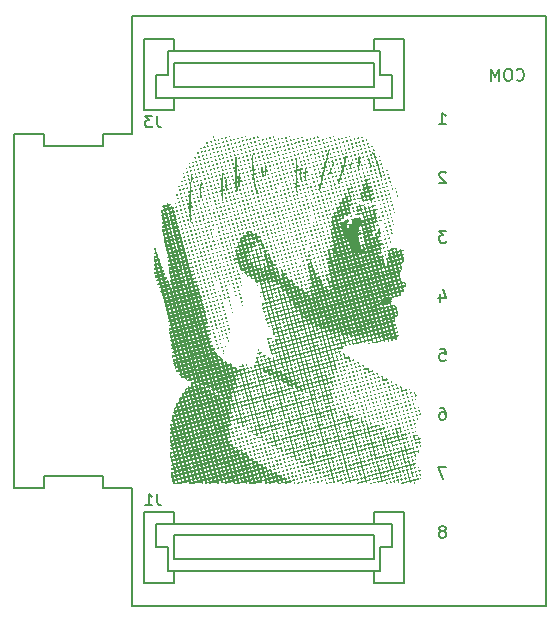
<source format=gbo>
%FSLAX46Y46*%
%MOMM*%
%ADD10C,0.2*%
%ADD11C,0.15*%
D10*
%LPD*%
G01X152535714Y-95407142D02*
X152583333Y-95454761D01*
X152726190Y-95502380D01*
X152821428D01*
X152964285Y-95454761D01*
X153059523Y-95359523D01*
X153107142Y-95264285D01*
X153154761Y-95073809D01*
Y-94930952D01*
X153107142Y-94740476D01*
X153059523Y-94645238D01*
X152964285Y-94550000D01*
X152821428Y-94502380D01*
X152726190D01*
X152583333Y-94550000D01*
X152535714Y-94597619D01*
X151916666Y-94502380D02*
X151726190D01*
X151630952Y-94550000D01*
X151535714Y-94645238D01*
X151488095Y-94835714D01*
Y-95169047D01*
X151535714Y-95359523D01*
X151630952Y-95454761D01*
X151726190Y-95502380D01*
X151916666D01*
X152011904Y-95454761D01*
X152107142Y-95359523D01*
X152154761Y-95169047D01*
Y-94835714D01*
X152107142Y-94645238D01*
X152011904Y-94550000D01*
X151916666Y-94502380D01*
X151059523Y-95502380D02*
Y-94502380D01*
X150726190Y-95216666D01*
X150392857Y-94502380D01*
Y-95502380D01*
X146345238Y-133629418D02*
X146440476Y-133581799D01*
X146488095Y-133534180D01*
X146535714Y-133438942D01*
Y-133391323D01*
X146488095Y-133296085D01*
X146440476Y-133248466D01*
X146345238Y-133200846D01*
X146154761D01*
X146059523Y-133248466D01*
X146011904Y-133296085D01*
X145964285Y-133391323D01*
Y-133438942D01*
X146011904Y-133534180D01*
X146059523Y-133581799D01*
X146154761Y-133629418D01*
X146345238D01*
X146440476Y-133677037D01*
X146488095Y-133724656D01*
X146535714Y-133819894D01*
Y-134010370D01*
X146488095Y-134105608D01*
X146440476Y-134153227D01*
X146345238Y-134200846D01*
X146154761D01*
X146059523Y-134153227D01*
X146011904Y-134105608D01*
X145964285Y-134010370D01*
Y-133819894D01*
X146011904Y-133724656D01*
X146059523Y-133677037D01*
X146154761Y-133629418D01*
X146583333Y-128200846D02*
X145916666D01*
X146345238Y-129200846D01*
X146059523Y-123200846D02*
X146250000D01*
X146345238Y-123248466D01*
X146392857Y-123296085D01*
X146488095Y-123438942D01*
X146535714Y-123629418D01*
Y-124010370D01*
X146488095Y-124105608D01*
X146440476Y-124153227D01*
X146345238Y-124200846D01*
X146154761D01*
X146059523Y-124153227D01*
X146011904Y-124105608D01*
X145964285Y-124010370D01*
Y-123772275D01*
X146011904Y-123677037D01*
X146059523Y-123629418D01*
X146154761Y-123581799D01*
X146345238D01*
X146440476Y-123629418D01*
X146488095Y-123677037D01*
X146535714Y-123772275D01*
X146011904Y-118200846D02*
X146488095D01*
X146535714Y-118677037D01*
X146488095Y-118629418D01*
X146392857Y-118581799D01*
X146154761D01*
X146059523Y-118629418D01*
X146011904Y-118677037D01*
X145964285Y-118772275D01*
Y-119010370D01*
X146011904Y-119105608D01*
X146059523Y-119153227D01*
X146154761Y-119200846D01*
X146392857D01*
X146488095Y-119153227D01*
X146535714Y-119105608D01*
X146059523Y-113534180D02*
Y-114200846D01*
X146297619Y-113153227D02*
X146535714Y-113867513D01*
X145916666D01*
X146583333Y-108200846D02*
X145964285D01*
X146297619Y-108581799D01*
X146154761D01*
X146059523Y-108629418D01*
X146011904Y-108677037D01*
X145964285Y-108772275D01*
Y-109010370D01*
X146011904Y-109105608D01*
X146059523Y-109153227D01*
X146154761Y-109200846D01*
X146440476D01*
X146535714Y-109153227D01*
X146583333Y-109105608D01*
X146535714Y-103296085D02*
X146488095Y-103248466D01*
X146392857Y-103200846D01*
X146154761D01*
X146059523Y-103248466D01*
X146011904Y-103296085D01*
X145964285Y-103391323D01*
Y-103486561D01*
X146011904Y-103629418D01*
X146583333Y-104200846D01*
X145964285D01*
Y-99200846D02*
X146535714D01*
X146250000D02*
Y-98200846D01*
X146345238Y-98343704D01*
X146440476Y-98438942D01*
X146535714Y-98486561D01*
D11*
X117500000Y-130000000D02*
X120000000D01*
X117500000Y-129000000D02*
Y-130000000D01*
X112500000Y-129000000D02*
X117500000D01*
X112500000Y-130000000D02*
Y-129000000D01*
X110000000Y-130000000D02*
X112500000D01*
X117500000Y-100000000D02*
X120000000D01*
X117500000Y-101000000D02*
Y-100000000D01*
X112500000Y-101000000D02*
X117500000D01*
X112500000Y-100000000D02*
Y-101000000D01*
X110000000Y-100000000D02*
X112500000D01*
X110000000Y-130000000D02*
X110500000D01*
X110000000Y-129500000D02*
Y-130000000D01*
X120000000Y-140000000D02*
X120500000D01*
X120000000Y-139500000D02*
Y-140000000D01*
X155000000Y-90000000D02*
Y-90500000D01*
X154500000Y-90000000D02*
X155000000D01*
X120000000Y-130000000D02*
Y-140000000D01*
Y-90000000D02*
Y-100000000D01*
X155000000Y-140000000D02*
Y-90000000D01*
X120000000Y-140000000D02*
X155000000D01*
Y-90000000D02*
X120000000D01*
X110000000Y-130000000D02*
Y-100000000D01*
X140500000Y-136000000D02*
X123500000D01*
X140500000Y-134000000D02*
Y-136000000D01*
X123500000Y-134000000D02*
X140500000D01*
X123500000Y-136000000D02*
Y-134000000D01*
X122000000Y-133000000D02*
X123500000D01*
X122000000Y-135000000D02*
Y-133000000D01*
X123000000Y-135000000D02*
X122000000D01*
X123000000Y-137000000D02*
Y-135000000D01*
X123500000Y-137000000D02*
X123000000D01*
X141000000D02*
X140500000D01*
X141000000Y-135000000D02*
Y-137000000D01*
X141500000Y-135000000D02*
X141000000D01*
X142000000D02*
X141500000D01*
X142000000Y-134500000D02*
Y-135000000D01*
Y-133000000D02*
Y-134500000D01*
X140500000Y-133000000D02*
X142000000D01*
X121000000Y-132000000D02*
Y-138000000D01*
X123500000Y-132000000D02*
X121000000D01*
X123500000Y-133000000D02*
Y-132000000D01*
X140500000Y-133000000D02*
X123500000D01*
X140500000Y-132000000D02*
Y-133000000D01*
X143000000Y-132000000D02*
X140500000D01*
X143000000Y-138000000D02*
Y-132000000D01*
X140500000Y-138000000D02*
X143000000D01*
X140500000Y-137000000D02*
Y-138000000D01*
X123500000Y-137000000D02*
X140500000D01*
X123500000Y-138000000D02*
Y-137000000D01*
X121000000Y-138000000D02*
X123500000D01*
Y-94000000D02*
X140500000D01*
X123500000Y-96000000D02*
Y-94000000D01*
X140500000Y-96000000D02*
X123500000D01*
X140500000Y-94000000D02*
Y-96000000D01*
X142000000Y-97000000D02*
X140500000D01*
X142000000Y-95000000D02*
Y-97000000D01*
X141000000Y-95000000D02*
X142000000D01*
X141000000Y-93000000D02*
Y-95000000D01*
X140500000Y-93000000D02*
X141000000D01*
X123000000D02*
X123500000D01*
X123000000Y-95000000D02*
Y-93000000D01*
X122500000Y-95000000D02*
X123000000D01*
X122000000D02*
X122500000D01*
X122000000Y-95500000D02*
Y-95000000D01*
Y-97000000D02*
Y-95500000D01*
X123500000Y-97000000D02*
X122000000D01*
X143000000Y-98000000D02*
Y-92000000D01*
X140500000Y-98000000D02*
X143000000D01*
X140500000Y-97000000D02*
Y-98000000D01*
X123500000Y-97000000D02*
X140500000D01*
X123500000Y-98000000D02*
Y-97000000D01*
X121000000Y-98000000D02*
X123500000D01*
X121000000Y-92000000D02*
Y-98000000D01*
X123500000Y-92000000D02*
X121000000D01*
X123500000Y-93000000D02*
Y-92000000D01*
X140500000Y-93000000D02*
X123500000D01*
X140500000Y-92000000D02*
Y-93000000D01*
X143000000Y-92000000D02*
X140500000D01*
X122083333Y-130452380D02*
Y-131166666D01*
X122130952Y-131309523D01*
X122226190Y-131404761D01*
X122369047Y-131452380D01*
X122464285D01*
X121083333D02*
X121654761D01*
X121369047D02*
Y-130452380D01*
X121464285Y-130595238D01*
X121559523Y-130690476D01*
X121654761Y-130738095D01*
X122083333Y-98452380D02*
Y-99166666D01*
X122130952Y-99309523D01*
X122226190Y-99404761D01*
X122369047Y-99452380D01*
X122464285D01*
X121702380Y-98452380D02*
X121083333D01*
X121416666Y-98833333D01*
X121273809D01*
X121178571Y-98880952D01*
X121130952Y-98928571D01*
X121083333Y-99023809D01*
Y-99261904D01*
X121130952Y-99357142D01*
X121178571Y-99404761D01*
X121273809Y-99452380D01*
X121559523D01*
X121654761Y-99404761D01*
X121702380Y-99357142D01*
G36*
D10*
X136049180Y-100245902D02*
G37*
G36*
X127196721D02*
Y-100213115D01*
X127229508Y-100245902D01*
X127196721D01*
G37*
G36*
X130918033Y-100229508D02*
X130967213Y-100262295D01*
X130918033Y-100229508D01*
G37*
G36*
X134655738Y-100262295D02*
X134622951Y-100213115D01*
X134721311Y-100229508D01*
X134704918Y-100278689D01*
X134655738Y-100262295D01*
G37*
G36*
X129590164Y-100278689D02*
X129524590Y-100245902D01*
Y-100213115D01*
X129606557D01*
X129622951D01*
Y-100278689D01*
X129590164D01*
G37*
G36*
X138409836Y-100295082D02*
X138360656Y-100262295D01*
X138327869Y-100229508D01*
X138377049Y-100213115D01*
X138409836Y-100196721D01*
X138459016Y-100213115D01*
Y-100295082D01*
X138409836D01*
G37*
G36*
X133327869D02*
X133295082Y-100278689D01*
X133262295Y-100262295D01*
Y-100213115D01*
X133295082D01*
X133344262D01*
X133360656D01*
Y-100295082D01*
X133327869D01*
G37*
G36*
X137065574Y-100311475D02*
X137032787Y-100295082D01*
X137000000Y-100278689D01*
Y-100213115D01*
X137049180Y-100196721D01*
X137081967D01*
X137114754Y-100213115D01*
X137131148Y-100262295D01*
X137114754Y-100295082D01*
X137065574Y-100311475D01*
G37*
G36*
X128213115Y-100278689D02*
X128180328D01*
X128147541Y-100229508D01*
X128180328Y-100213115D01*
X128229508Y-100196721D01*
X128262295D01*
X128295082Y-100213115D01*
Y-100262295D01*
X128278689Y-100295082D01*
X128213115Y-100278689D01*
G37*
G36*
X131950820Y-100295082D02*
X131901639Y-100278689D01*
X131885246Y-100245902D01*
X131918033Y-100213115D01*
X131967213Y-100196721D01*
X132000000D01*
X132032787Y-100213115D01*
X132049180Y-100245902D01*
X132032787Y-100278689D01*
X132016393Y-100311475D01*
X131950820Y-100295082D01*
G37*
G36*
X126885246Y-100327869D02*
X126852459Y-100311475D01*
X126819672Y-100295082D01*
X126803279Y-100245902D01*
X126836066Y-100213115D01*
X126885246Y-100196721D01*
X126918033D01*
X126950820Y-100213115D01*
X126967213Y-100245902D01*
X126950820Y-100278689D01*
X126934426Y-100311475D01*
X126885246Y-100327869D01*
G37*
G36*
X135688525Y-100311475D02*
X135655738D01*
X135622951Y-100262295D01*
X135672131Y-100213115D01*
X135786885Y-100229508D01*
Y-100262295D01*
X135770492Y-100295082D01*
X135754098Y-100327869D01*
X135688525Y-100311475D01*
G37*
G36*
X130622951Y-100344262D02*
X130590164Y-100327869D01*
X130557377Y-100311475D01*
X130540984Y-100262295D01*
X130590164Y-100213115D01*
X130672131D01*
X130704918Y-100229508D01*
Y-100262295D01*
X130688525Y-100295082D01*
X130672131Y-100327869D01*
X130622951Y-100344262D01*
G37*
G36*
X139426230Y-100327869D02*
X139393443D01*
X139360656Y-100278689D01*
X139393443Y-100229508D01*
X139426230Y-100213115D01*
X139475410D01*
X139540984Y-100262295D01*
X139508197Y-100295082D01*
X139491803Y-100344262D01*
X139426230Y-100327869D01*
G37*
G36*
X134360656Y-100360656D02*
X134327869Y-100344262D01*
X134295082Y-100327869D01*
X134278689Y-100278689D01*
X134295082Y-100245902D01*
X134327869Y-100213115D01*
X134393443D01*
X134426230Y-100229508D01*
X134442623Y-100295082D01*
X134409836Y-100327869D01*
Y-100344262D01*
X134360656Y-100360656D01*
G37*
G36*
X138098361Y-100377049D02*
X138065574Y-100360656D01*
X138032787Y-100344262D01*
X138016393Y-100295082D01*
X138032787Y-100262295D01*
X138065574Y-100229508D01*
X138131148D01*
X138163934Y-100245902D01*
X138180328Y-100311475D01*
X138147541Y-100344262D01*
Y-100360656D01*
X138098361Y-100377049D01*
G37*
G36*
X129229508Y-100344262D02*
X129196721Y-100311475D01*
Y-100278689D01*
X129213115Y-100245902D01*
X129245902Y-100213115D01*
X129278689D01*
X129327869Y-100229508D01*
X129360656Y-100245902D01*
Y-100278689D01*
X129327869Y-100344262D01*
X129295082Y-100377049D01*
X129229508Y-100344262D01*
G37*
G36*
X132967213Y-100360656D02*
X132934426Y-100327869D01*
Y-100295082D01*
X132950820Y-100262295D01*
X132983607Y-100229508D01*
X133032787D01*
X133098361Y-100262295D01*
Y-100295082D01*
X133065574Y-100360656D01*
X133032787Y-100393443D01*
X132967213Y-100360656D01*
G37*
G36*
X127918033Y-100393443D02*
X127885246Y-100360656D01*
X127836066Y-100344262D01*
Y-100295082D01*
X127868852Y-100262295D01*
Y-100245902D01*
X127934426Y-100229508D01*
X127967213Y-100245902D01*
X128000000Y-100262295D01*
X128016393Y-100295082D01*
X127967213Y-100344262D01*
X127950820Y-100393443D01*
X127918033D01*
G37*
G36*
X136770492Y-100409836D02*
X136737705Y-100393443D01*
X136704918Y-100377049D01*
X136672131Y-100360656D01*
X136655738Y-100327869D01*
X136688525Y-100295082D01*
X136704918Y-100245902D01*
X136754098Y-100229508D01*
X136786885Y-100262295D01*
X136836066Y-100278689D01*
Y-100311475D01*
X136803279Y-100377049D01*
X136770492Y-100409836D01*
G37*
G36*
X131655738D02*
X131606557Y-100377049D01*
X131573770Y-100327869D01*
X131606557Y-100262295D01*
X131639344Y-100229508D01*
X131672131Y-100245902D01*
X131704918Y-100262295D01*
X131737705Y-100278689D01*
X131754098Y-100311475D01*
X131721311Y-100344262D01*
X131704918Y-100393443D01*
X131655738Y-100409836D01*
G37*
G36*
X135393443Y-100426230D02*
X135360656Y-100393443D01*
X135311475Y-100377049D01*
Y-100327869D01*
X135344262Y-100295082D01*
X135360656Y-100245902D01*
X135393443D01*
X135426230Y-100278689D01*
X135475410Y-100295082D01*
X135491803Y-100327869D01*
X135459016Y-100360656D01*
X135442623Y-100409836D01*
X135393443Y-100426230D01*
G37*
G36*
X130295082D02*
X130229508Y-100393443D01*
X130213115Y-100360656D01*
X130245902Y-100311475D01*
Y-100295082D01*
X130262295Y-100262295D01*
X130295082Y-100245902D01*
X130344262Y-100295082D01*
X130393443Y-100311475D01*
Y-100344262D01*
X130377049Y-100377049D01*
X130344262Y-100426230D01*
X130295082D01*
G37*
G36*
X139131148Y-100442623D02*
X139098361Y-100409836D01*
X139049180Y-100393443D01*
Y-100344262D01*
X139081967Y-100311475D01*
X139098361Y-100262295D01*
X139131148D01*
X139180328Y-100295082D01*
X139213115Y-100327869D01*
Y-100360656D01*
X139196721Y-100393443D01*
X139180328Y-100426230D01*
X139131148Y-100442623D01*
G37*
G36*
X134032787D02*
X133967213Y-100409836D01*
X133950820Y-100377049D01*
X133983607Y-100327869D01*
Y-100311475D01*
X134000000Y-100278689D01*
X134032787Y-100262295D01*
X134081967Y-100311475D01*
X134131148Y-100327869D01*
Y-100360656D01*
X134114754Y-100393443D01*
X134081967Y-100442623D01*
X134032787D01*
G37*
G36*
X137770492Y-100459016D02*
X137704918Y-100426230D01*
X137688525Y-100393443D01*
X137737705Y-100295082D01*
X137786885D01*
X137836066Y-100327869D01*
X137868852Y-100377049D01*
X137852459Y-100409836D01*
X137836066Y-100442623D01*
X137770492Y-100459016D01*
G37*
G36*
X128901639Y-100426230D02*
X128868852Y-100377049D01*
X128885246Y-100344262D01*
X128918033Y-100278689D01*
X128950820D01*
X128983607Y-100295082D01*
X129032787Y-100327869D01*
Y-100377049D01*
X129016393Y-100409836D01*
X129000000Y-100442623D01*
X128901639Y-100426230D01*
G37*
G36*
X132672131Y-100442623D02*
X132639344D01*
X132606557Y-100393443D01*
X132622951Y-100360656D01*
X132655738Y-100295082D01*
X132688525D01*
X132721311Y-100311475D01*
X132754098Y-100344262D01*
X132770492D01*
X132786885Y-100377049D01*
X132754098Y-100409836D01*
X132737705Y-100459016D01*
X132672131Y-100442623D01*
G37*
G36*
X127606557Y-100475410D02*
X127573770Y-100459016D01*
X127540984Y-100442623D01*
X127524590Y-100377049D01*
X127540984Y-100344262D01*
X127573770Y-100295082D01*
X127622951Y-100311475D01*
X127655738Y-100344262D01*
X127672131D01*
X127688525Y-100393443D01*
X127655738Y-100426230D01*
X127639344Y-100475410D01*
X127606557D01*
G37*
G36*
X136409836Y-100459016D02*
X136377049D01*
X136344262Y-100409836D01*
X136360656Y-100377049D01*
X136393443Y-100311475D01*
X136426230D01*
X136459016Y-100327869D01*
X136491803Y-100360656D01*
X136508197D01*
X136524590Y-100393443D01*
X136491803Y-100426230D01*
X136475410Y-100475410D01*
X136409836Y-100459016D01*
G37*
G36*
X131344262Y-100491803D02*
X131311475Y-100475410D01*
X131278689Y-100459016D01*
X131262295Y-100393443D01*
X131278689Y-100360656D01*
X131311475Y-100311475D01*
X131360656Y-100327869D01*
X131393443Y-100360656D01*
X131409836D01*
X131426230Y-100409836D01*
X131393443Y-100442623D01*
X131377049Y-100491803D01*
X131344262D01*
G37*
G36*
X135081967Y-100508197D02*
X135049180Y-100491803D01*
X135016393Y-100475410D01*
X135000000Y-100409836D01*
X135032787Y-100377049D01*
Y-100360656D01*
X135098361Y-100344262D01*
X135131148Y-100377049D01*
X135147541D01*
X135163934Y-100426230D01*
X135147541Y-100459016D01*
X135131148Y-100491803D01*
X135081967Y-100508197D01*
G37*
G36*
X129983607D02*
X129950820Y-100491803D01*
X129918033Y-100475410D01*
X129901639Y-100442623D01*
X129918033Y-100409836D01*
X129950820Y-100344262D01*
X129983607D01*
X130049180Y-100377049D01*
X130081967Y-100409836D01*
X130065574Y-100442623D01*
X130032787Y-100508197D01*
X129983607D01*
G37*
G36*
X138819672Y-100524590D02*
X138786885Y-100508197D01*
X138754098Y-100491803D01*
X138737705Y-100426230D01*
X138770492Y-100393443D01*
Y-100377049D01*
X138836066Y-100360656D01*
X138868852Y-100393443D01*
X138885246D01*
X138901639Y-100442623D01*
X138885246Y-100475410D01*
X138868852Y-100508197D01*
X138819672Y-100524590D01*
G37*
G36*
X133721311D02*
X133688525Y-100508197D01*
X133655738Y-100491803D01*
X133639344Y-100459016D01*
X133655738Y-100426230D01*
X133688525Y-100360656D01*
X133721311D01*
X133786885Y-100393443D01*
X133819672Y-100426230D01*
X133803279Y-100459016D01*
X133770492Y-100524590D01*
X133721311D01*
G37*
G36*
X137459016Y-100540984D02*
X137426230Y-100524590D01*
X137393443Y-100508197D01*
X137377049Y-100475410D01*
X137393443Y-100442623D01*
X137426230Y-100377049D01*
X137459016D01*
X137524590Y-100409836D01*
X137557377Y-100459016D01*
X137540984Y-100491803D01*
X137508197Y-100540984D01*
X137459016D01*
G37*
G36*
X128639344D02*
X128606557Y-100524590D01*
X128557377Y-100491803D01*
Y-100442623D01*
X128590164Y-100409836D01*
X128606557Y-100360656D01*
X128639344D01*
X128704918Y-100409836D01*
X128721311Y-100459016D01*
X128688525Y-100491803D01*
X128672131Y-100540984D01*
X128639344D01*
G37*
G36*
X132377049Y-100557377D02*
X132344262Y-100540984D01*
X132295082Y-100475410D01*
X132311475Y-100442623D01*
X132344262Y-100377049D01*
X132377049D01*
X132442623Y-100426230D01*
X132459016Y-100475410D01*
X132426230Y-100508197D01*
X132409836Y-100557377D01*
X132377049D01*
G37*
G36*
X136114754Y-100573770D02*
X136065574Y-100540984D01*
X136032787Y-100491803D01*
X136049180Y-100459016D01*
X136081967Y-100393443D01*
X136114754D01*
X136163934Y-100426230D01*
X136196721Y-100459016D01*
Y-100491803D01*
X136163934Y-100524590D01*
X136147541Y-100573770D01*
X136114754D01*
G37*
G36*
X127311475D02*
X127278689Y-100557377D01*
X127245902Y-100524590D01*
X127196721Y-100491803D01*
X127229508Y-100409836D01*
X127278689Y-100377049D01*
X127327869Y-100426230D01*
X127377049Y-100442623D01*
Y-100475410D01*
X127344262Y-100540984D01*
X127311475Y-100573770D01*
G37*
G36*
X139852459Y-100590164D02*
X139803279Y-100557377D01*
X139770492Y-100508197D01*
X139786885Y-100475410D01*
X139803279Y-100442623D01*
X139836066Y-100426230D01*
X139868852Y-100442623D01*
X139901639Y-100475410D01*
Y-100557377D01*
X139885246Y-100590164D01*
X139852459D01*
G37*
G36*
X131049180D02*
X131016393Y-100573770D01*
X130967213Y-100540984D01*
X130934426Y-100508197D01*
X130950820Y-100475410D01*
X130983607Y-100409836D01*
X131032787D01*
X131065574Y-100442623D01*
X131114754Y-100459016D01*
Y-100491803D01*
X131081967Y-100557377D01*
X131049180Y-100590164D01*
G37*
G36*
X138491803Y-100606557D02*
X138442623Y-100573770D01*
X138409836Y-100540984D01*
X138426230Y-100508197D01*
X138459016Y-100442623D01*
X138508197D01*
X138540984Y-100475410D01*
X138590164Y-100491803D01*
Y-100524590D01*
X138573770Y-100557377D01*
X138540984Y-100606557D01*
X138491803D01*
G37*
G36*
X134786885D02*
X134754098Y-100590164D01*
X134704918Y-100557377D01*
X134672131Y-100524590D01*
X134688525Y-100491803D01*
X134721311Y-100426230D01*
X134770492D01*
X134803279Y-100459016D01*
X134852459Y-100475410D01*
Y-100508197D01*
X134819672Y-100573770D01*
X134786885Y-100606557D01*
G37*
G36*
X129655738Y-100590164D02*
X129590164Y-100557377D01*
Y-100508197D01*
X129606557Y-100475410D01*
X129622951Y-100442623D01*
X129672131Y-100426230D01*
X129704918Y-100442623D01*
X129754098Y-100475410D01*
Y-100524590D01*
X129721311Y-100557377D01*
X129704918Y-100606557D01*
X129655738Y-100590164D01*
G37*
G36*
X133393443Y-100606557D02*
X133327869Y-100573770D01*
Y-100524590D01*
X133360656Y-100491803D01*
X133377049Y-100442623D01*
X133409836D01*
X133442623Y-100475410D01*
X133491803Y-100491803D01*
Y-100540984D01*
X133475410Y-100573770D01*
X133459016Y-100606557D01*
X133393443D01*
G37*
G36*
X128327869Y-100622951D02*
X128229508Y-100573770D01*
Y-100540984D01*
X128262295Y-100475410D01*
X128311475Y-100442623D01*
X128344262Y-100475410D01*
X128393443Y-100491803D01*
X128409836Y-100540984D01*
X128377049Y-100573770D01*
X128360656Y-100622951D01*
X128327869D01*
G37*
G36*
X137147541Y-100639344D02*
X137114754Y-100606557D01*
X137049180Y-100573770D01*
X137065574Y-100540984D01*
X137114754Y-100459016D01*
X137147541D01*
X137180328Y-100491803D01*
X137229508Y-100508197D01*
Y-100557377D01*
X137213115Y-100590164D01*
X137196721Y-100622951D01*
X137147541Y-100639344D01*
G37*
G36*
X132049180D02*
X132000000Y-100606557D01*
X131967213Y-100557377D01*
X132000000Y-100524590D01*
X132016393Y-100475410D01*
X132049180Y-100459016D01*
X132114754Y-100508197D01*
X132147541Y-100540984D01*
X132131148Y-100573770D01*
X132098361Y-100639344D01*
X132049180D01*
G37*
G36*
X135786885Y-100655738D02*
X135737705Y-100622951D01*
X135704918Y-100573770D01*
X135737705Y-100540984D01*
X135754098Y-100491803D01*
X135786885Y-100475410D01*
X135836066Y-100524590D01*
X135885246Y-100540984D01*
Y-100573770D01*
X135852459Y-100606557D01*
X135836066Y-100655738D01*
X135786885D01*
G37*
G36*
X126950820Y-100639344D02*
X126918033Y-100606557D01*
X126901639D01*
X126885246Y-100557377D01*
X126918033Y-100491803D01*
X126950820Y-100459016D01*
X126983607Y-100475410D01*
X127016393Y-100491803D01*
X127065574Y-100540984D01*
X127049180Y-100573770D01*
X127032787Y-100606557D01*
X127016393Y-100639344D01*
X126950820D01*
G37*
G36*
X139524590Y-100672131D02*
X139475410Y-100639344D01*
X139442623Y-100590164D01*
X139475410Y-100557377D01*
X139491803Y-100508197D01*
X139524590Y-100491803D01*
X139573770Y-100540984D01*
X139590164D01*
X139622951Y-100590164D01*
X139590164Y-100622951D01*
X139573770Y-100672131D01*
X139524590D01*
G37*
G36*
X130721311D02*
X130688525Y-100639344D01*
X130655738D01*
X130622951Y-100606557D01*
Y-100573770D01*
X130639344Y-100540984D01*
X130655738Y-100508197D01*
X130721311Y-100491803D01*
X130770492Y-100524590D01*
X130803279Y-100557377D01*
X130786885Y-100590164D01*
X130754098Y-100639344D01*
X130721311Y-100672131D01*
G37*
G36*
X134459016Y-100688525D02*
X134426230Y-100655738D01*
X134393443D01*
X134360656Y-100622951D01*
Y-100590164D01*
X134377049Y-100557377D01*
X134393443Y-100524590D01*
X134442623Y-100508197D01*
X134508197Y-100540984D01*
X134540984Y-100573770D01*
X134524590Y-100606557D01*
X134491803Y-100655738D01*
X134459016Y-100688525D01*
G37*
G36*
X129360656D02*
X129295082Y-100655738D01*
X129262295Y-100622951D01*
X129278689Y-100590164D01*
X129295082Y-100557377D01*
X129311475Y-100524590D01*
X129344262Y-100508197D01*
X129377049Y-100540984D01*
X129426230Y-100557377D01*
X129442623Y-100606557D01*
X129409836Y-100639344D01*
X129393443Y-100688525D01*
X129360656D01*
G37*
G36*
X138196721Y-100704918D02*
X138163934Y-100672131D01*
X138131148D01*
X138098361Y-100639344D01*
Y-100606557D01*
X138114754Y-100573770D01*
X138131148Y-100540984D01*
X138180328Y-100524590D01*
X138245902Y-100557377D01*
X138278689Y-100590164D01*
X138262295Y-100622951D01*
X138229508Y-100672131D01*
X138196721Y-100704918D01*
G37*
G36*
X133098361D02*
X133065574Y-100688525D01*
X133016393Y-100655738D01*
Y-100606557D01*
X133032787Y-100573770D01*
X133049180Y-100540984D01*
X133081967Y-100524590D01*
X133114754Y-100540984D01*
X133147541Y-100573770D01*
X133163934D01*
X133180328Y-100622951D01*
X133147541Y-100655738D01*
X133131148Y-100704918D01*
X133098361D01*
G37*
G36*
X128000000D02*
X127967213Y-100688525D01*
X127934426Y-100672131D01*
X127918033Y-100622951D01*
X127950820Y-100557377D01*
X127983607Y-100524590D01*
X128016393Y-100540984D01*
X128065574Y-100573770D01*
X128098361Y-100606557D01*
X128081967Y-100639344D01*
X128049180Y-100704918D01*
X128000000D01*
G37*
G36*
X136836066Y-100721311D02*
X136803279Y-100704918D01*
X136754098Y-100672131D01*
Y-100622951D01*
X136770492Y-100590164D01*
X136803279Y-100557377D01*
X136836066D01*
X136868852Y-100573770D01*
X136901639Y-100590164D01*
X136918033Y-100639344D01*
X136885246Y-100672131D01*
X136868852Y-100721311D01*
X136836066D01*
G37*
G36*
X131737705D02*
X131704918Y-100704918D01*
X131672131Y-100688525D01*
X131655738Y-100639344D01*
X131672131Y-100606557D01*
X131721311Y-100540984D01*
X131754098Y-100557377D01*
X131803279Y-100590164D01*
X131836066Y-100622951D01*
X131819672Y-100655738D01*
X131786885Y-100721311D01*
X131737705D01*
G37*
G36*
X135475410Y-100737705D02*
X135442623Y-100721311D01*
X135409836Y-100704918D01*
X135393443Y-100655738D01*
X135409836Y-100622951D01*
X135442623Y-100573770D01*
X135491803D01*
X135540984Y-100606557D01*
X135573770Y-100639344D01*
X135557377Y-100672131D01*
X135524590Y-100737705D01*
X135475410D01*
G37*
G36*
X126622951Y-100704918D02*
X126573770Y-100688525D01*
X126557377Y-100655738D01*
X126573770Y-100622951D01*
X126606557Y-100590164D01*
Y-100573770D01*
X126655738Y-100557377D01*
X126688525Y-100590164D01*
X126737705Y-100606557D01*
Y-100639344D01*
X126704918Y-100704918D01*
X126672131Y-100737705D01*
X126622951Y-100704918D01*
G37*
G36*
X139213115Y-100754098D02*
X139180328Y-100737705D01*
X139147541Y-100721311D01*
X139131148Y-100688525D01*
X139147541Y-100655738D01*
X139180328Y-100590164D01*
X139229508D01*
X139278689Y-100622951D01*
X139311475Y-100672131D01*
X139262295Y-100754098D01*
X139213115D01*
G37*
G36*
X130311475Y-100704918D02*
Y-100655738D01*
X130327869Y-100622951D01*
X130344262Y-100590164D01*
X130393443Y-100573770D01*
X130426230Y-100606557D01*
X130475410Y-100622951D01*
Y-100655738D01*
X130442623Y-100721311D01*
X130409836Y-100754098D01*
X130311475Y-100704918D01*
G37*
G36*
X134049180Y-100721311D02*
Y-100672131D01*
X134065574Y-100639344D01*
X134081967Y-100606557D01*
X134131148Y-100590164D01*
X134163934Y-100622951D01*
X134213115Y-100639344D01*
Y-100672131D01*
X134180328Y-100737705D01*
X134147541Y-100770492D01*
X134049180Y-100721311D01*
G37*
G36*
X129032787Y-100770492D02*
X129000000Y-100737705D01*
X128950820Y-100721311D01*
Y-100688525D01*
X128967213Y-100655738D01*
X129000000Y-100606557D01*
X129049180D01*
X129081967Y-100622951D01*
X129131148Y-100655738D01*
X129114754Y-100704918D01*
X129081967Y-100770492D01*
X129032787D01*
G37*
G36*
X137885246Y-100786885D02*
X137852459Y-100770492D01*
X137786885Y-100737705D01*
Y-100688525D01*
X137803279Y-100655738D01*
X137819672Y-100622951D01*
X137868852Y-100606557D01*
X137901639Y-100622951D01*
X137950820Y-100655738D01*
Y-100704918D01*
X137918033Y-100754098D01*
X137885246Y-100786885D01*
G37*
G36*
X132770492D02*
X132737705Y-100754098D01*
X132688525Y-100737705D01*
Y-100704918D01*
X132704918Y-100672131D01*
X132737705Y-100639344D01*
Y-100622951D01*
X132770492Y-100606557D01*
X132868852Y-100672131D01*
X132852459Y-100721311D01*
X132819672Y-100786885D01*
X132770492D01*
G37*
G36*
X136524590Y-100803279D02*
X136459016Y-100770492D01*
X136426230Y-100721311D01*
X136459016Y-100688525D01*
X136475410Y-100639344D01*
X136508197Y-100622951D01*
X136606557Y-100688525D01*
X136590164Y-100737705D01*
X136557377Y-100803279D01*
X136524590D01*
G37*
G36*
X127704918D02*
X127672131Y-100786885D01*
X127639344Y-100754098D01*
X127622951D01*
X127606557Y-100704918D01*
X127622951Y-100672131D01*
X127639344Y-100639344D01*
X127688525Y-100622951D01*
X127721311Y-100639344D01*
X127754098Y-100655738D01*
X127770492Y-100721311D01*
X127737705Y-100770492D01*
X127704918Y-100803279D01*
G37*
G36*
X131442623Y-100819672D02*
X131409836Y-100803279D01*
X131377049Y-100770492D01*
X131360656D01*
X131344262Y-100721311D01*
X131360656Y-100688525D01*
X131377049Y-100655738D01*
X131426230Y-100639344D01*
X131459016Y-100655738D01*
X131491803Y-100672131D01*
X131508197Y-100737705D01*
X131475410Y-100786885D01*
X131442623Y-100819672D01*
G37*
G36*
X126278689Y-100786885D02*
X126245902Y-100737705D01*
X126262295Y-100704918D01*
X126311475Y-100655738D01*
X126360656D01*
X126393443Y-100672131D01*
X126426230Y-100721311D01*
X126393443Y-100786885D01*
X126360656Y-100819672D01*
X126278689Y-100786885D01*
G37*
G36*
X135180328Y-100836066D02*
X135147541Y-100819672D01*
X135114754Y-100786885D01*
X135098361D01*
X135081967Y-100737705D01*
X135098361Y-100704918D01*
X135114754Y-100672131D01*
X135163934Y-100655738D01*
X135196721Y-100672131D01*
X135229508Y-100688525D01*
X135245902Y-100754098D01*
X135213115Y-100803279D01*
X135180328Y-100836066D01*
G37*
G36*
X130049180Y-100803279D02*
X130016393D01*
X129983607Y-100754098D01*
X130000000Y-100721311D01*
X130032787Y-100655738D01*
X130065574D01*
X130098361Y-100672131D01*
X130131148Y-100704918D01*
X130163934D01*
Y-100737705D01*
X130147541Y-100770492D01*
X130114754Y-100803279D01*
Y-100819672D01*
X130049180Y-100803279D01*
G37*
G36*
X138918033Y-100852459D02*
X138885246Y-100836066D01*
X138852459Y-100803279D01*
X138836066D01*
X138819672Y-100754098D01*
X138836066Y-100721311D01*
X138852459Y-100688525D01*
X138901639Y-100672131D01*
X138934426Y-100688525D01*
X138983607Y-100721311D01*
Y-100770492D01*
X138950820Y-100819672D01*
X138918033Y-100852459D01*
G37*
G36*
X133786885Y-100819672D02*
X133754098D01*
X133721311Y-100770492D01*
X133737705Y-100737705D01*
X133770492Y-100704918D01*
Y-100672131D01*
X133819672D01*
X133868852Y-100721311D01*
X133901639D01*
Y-100754098D01*
X133885246Y-100786885D01*
X133852459Y-100819672D01*
Y-100836066D01*
X133786885Y-100819672D01*
G37*
G36*
X128721311Y-100852459D02*
X128688525Y-100836066D01*
X128655738Y-100819672D01*
X128639344Y-100770492D01*
X128672131Y-100704918D01*
X128704918Y-100672131D01*
X128737705Y-100688525D01*
X128770492Y-100721311D01*
X128786885D01*
X128803279Y-100786885D01*
X128770492Y-100819672D01*
Y-100836066D01*
X128721311Y-100852459D01*
G37*
G36*
X137557377Y-100868852D02*
X137459016Y-100819672D01*
Y-100786885D01*
X137475410Y-100754098D01*
X137508197Y-100721311D01*
Y-100704918D01*
X137540984Y-100688525D01*
X137573770Y-100704918D01*
X137606557Y-100737705D01*
X137622951D01*
X137639344Y-100770492D01*
X137622951Y-100803279D01*
X137590164Y-100868852D01*
X137557377D01*
G37*
G36*
X132459016D02*
X132426230Y-100852459D01*
X132393443Y-100836066D01*
X132377049Y-100786885D01*
X132409836Y-100721311D01*
X132442623Y-100688525D01*
X132475410Y-100704918D01*
X132524590Y-100737705D01*
X132557377Y-100770492D01*
X132540984Y-100803279D01*
X132508197Y-100836066D01*
Y-100852459D01*
X132459016Y-100868852D01*
G37*
G36*
X136196721Y-100885246D02*
X136163934Y-100868852D01*
X136131148Y-100852459D01*
X136114754Y-100803279D01*
X136147541Y-100737705D01*
X136180328Y-100704918D01*
X136213115Y-100721311D01*
X136262295Y-100754098D01*
X136295082Y-100786885D01*
X136278689Y-100819672D01*
X136245902Y-100852459D01*
Y-100868852D01*
X136196721Y-100885246D01*
G37*
G36*
X127393443D02*
X127360656Y-100868852D01*
X127295082Y-100836066D01*
Y-100786885D01*
X127311475Y-100754098D01*
X127327869Y-100721311D01*
X127377049Y-100704918D01*
X127409836Y-100737705D01*
X127459016Y-100754098D01*
Y-100786885D01*
X127426230Y-100852459D01*
X127393443Y-100885246D01*
G37*
G36*
X139934426Y-100901639D02*
X139901639Y-100885246D01*
X139868852Y-100868852D01*
X139852459Y-100819672D01*
X139885246Y-100754098D01*
X139918033Y-100721311D01*
X139950820Y-100737705D01*
X139983607Y-100770492D01*
X140032787Y-100803279D01*
X140016393Y-100836066D01*
X139983607Y-100868852D01*
Y-100885246D01*
X139934426Y-100901639D01*
G37*
G36*
X131131148D02*
X131098361Y-100885246D01*
X131032787Y-100852459D01*
Y-100803279D01*
X131049180Y-100770492D01*
X131065574Y-100737705D01*
X131114754Y-100721311D01*
X131147541Y-100754098D01*
X131196721Y-100770492D01*
Y-100803279D01*
X131163934Y-100868852D01*
X131131148Y-100901639D01*
G37*
G36*
X134868852Y-100918033D02*
X134836066Y-100901639D01*
X134770492Y-100868852D01*
Y-100819672D01*
X134786885Y-100786885D01*
X134803279Y-100754098D01*
X134852459Y-100737705D01*
X134885246Y-100770492D01*
X134934426Y-100786885D01*
Y-100819672D01*
X134901639Y-100885246D01*
X134868852Y-100918033D01*
G37*
G36*
X129754098D02*
X129721311Y-100885246D01*
X129672131Y-100868852D01*
Y-100819672D01*
X129704918Y-100786885D01*
X129721311Y-100737705D01*
X129754098D01*
X129819672Y-100786885D01*
X129836066Y-100836066D01*
X129819672Y-100868852D01*
X129803279Y-100901639D01*
X129754098Y-100918033D01*
G37*
G36*
X138606557Y-100934426D02*
X138573770Y-100918033D01*
X138508197Y-100885246D01*
Y-100836066D01*
X138524590Y-100803279D01*
X138540984Y-100770492D01*
X138590164Y-100754098D01*
X138622951Y-100786885D01*
X138672131Y-100803279D01*
Y-100836066D01*
X138639344Y-100901639D01*
X138606557Y-100934426D01*
G37*
G36*
X133491803D02*
X133459016Y-100901639D01*
X133409836Y-100885246D01*
Y-100852459D01*
X133459016Y-100754098D01*
X133491803D01*
X133540984Y-100786885D01*
X133573770Y-100819672D01*
Y-100868852D01*
X133557377Y-100901639D01*
X133524590Y-100934426D01*
X133491803D01*
G37*
G36*
X128393443D02*
X128327869Y-100901639D01*
X128311475Y-100868852D01*
X128327869Y-100836066D01*
X128360656Y-100803279D01*
Y-100786885D01*
X128409836Y-100770492D01*
X128442623Y-100803279D01*
X128491803Y-100819672D01*
Y-100852459D01*
X128475410Y-100885246D01*
X128459016Y-100918033D01*
X128393443Y-100934426D01*
G37*
G36*
X137229508Y-100950820D02*
X137196721Y-100918033D01*
X137147541Y-100901639D01*
Y-100868852D01*
X137180328Y-100803279D01*
X137213115Y-100770492D01*
X137245902Y-100786885D01*
X137278689Y-100803279D01*
X137311475Y-100836066D01*
Y-100885246D01*
X137295082Y-100918033D01*
X137262295Y-100950820D01*
X137229508D01*
G37*
G36*
X132131148D02*
X132065574Y-100918033D01*
X132049180Y-100885246D01*
X132065574Y-100852459D01*
X132098361Y-100819672D01*
Y-100803279D01*
X132147541Y-100786885D01*
X132180328Y-100819672D01*
X132229508Y-100836066D01*
Y-100868852D01*
X132213115Y-100901639D01*
X132196721Y-100934426D01*
X132131148Y-100950820D01*
G37*
G36*
X135885246Y-100967213D02*
X135852459Y-100950820D01*
X135819672Y-100934426D01*
X135803279Y-100885246D01*
X135819672Y-100852459D01*
X135836066Y-100819672D01*
X135885246Y-100803279D01*
X135918033Y-100819672D01*
X135950820Y-100836066D01*
X135967213Y-100885246D01*
X135950820Y-100918033D01*
X135934426Y-100950820D01*
X135885246Y-100967213D01*
G37*
G36*
X127032787Y-100934426D02*
X127000000D01*
X126967213Y-100918033D01*
Y-100868852D01*
X127000000Y-100836066D01*
X127016393Y-100786885D01*
X127049180D01*
X127081967Y-100803279D01*
X127114754Y-100836066D01*
X127131148D01*
X127147541Y-100868852D01*
X127114754Y-100901639D01*
X127098361Y-100950820D01*
X127032787Y-100934426D01*
G37*
G36*
X130770492Y-100950820D02*
X130737705D01*
X130704918Y-100901639D01*
X130721311Y-100868852D01*
X130754098Y-100803279D01*
X130786885D01*
X130819672Y-100819672D01*
X130852459Y-100852459D01*
X130868852D01*
X130885246Y-100885246D01*
X130852459Y-100918033D01*
X130836066Y-100967213D01*
X130770492Y-100950820D01*
G37*
G36*
X139639344Y-101000000D02*
X139606557Y-100983607D01*
X139573770Y-100950820D01*
X139557377D01*
X139540984Y-100901639D01*
X139557377Y-100868852D01*
X139573770Y-100836066D01*
X139622951Y-100819672D01*
X139655738Y-100836066D01*
X139704918Y-100868852D01*
Y-100901639D01*
X139672131Y-100967213D01*
X139639344Y-101000000D01*
G37*
G36*
X134508197Y-100967213D02*
X134475410D01*
X134442623Y-100918033D01*
X134459016Y-100885246D01*
X134491803Y-100819672D01*
X134524590D01*
X134557377Y-100836066D01*
X134590164Y-100868852D01*
X134606557D01*
X134622951Y-100901639D01*
X134590164Y-100934426D01*
X134573770Y-100983607D01*
X134508197Y-100967213D01*
G37*
G36*
X129442623Y-101000000D02*
X129409836Y-100983607D01*
X129377049Y-100967213D01*
X129360656Y-100901639D01*
X129393443Y-100868852D01*
Y-100852459D01*
X129459016Y-100836066D01*
X129491803Y-100868852D01*
X129508197D01*
X129524590Y-100918033D01*
X129508197Y-100950820D01*
X129491803Y-100983607D01*
X129442623Y-101000000D01*
G37*
G36*
X138245902Y-100983607D02*
X138213115D01*
X138180328Y-100934426D01*
X138196721Y-100901639D01*
X138229508Y-100836066D01*
X138262295D01*
X138295082Y-100852459D01*
X138327869Y-100885246D01*
X138344262D01*
X138360656Y-100918033D01*
X138327869Y-100950820D01*
X138311475Y-101000000D01*
X138245902Y-100983607D01*
G37*
G36*
X133180328Y-101016393D02*
X133147541Y-101000000D01*
X133114754Y-100983607D01*
X133098361Y-100918033D01*
X133131148Y-100868852D01*
X133163934Y-100836066D01*
X133196721Y-100852459D01*
X133229508Y-100885246D01*
X133245902D01*
X133262295Y-100950820D01*
X133229508Y-100983607D01*
Y-101000000D01*
X133180328Y-101016393D01*
G37*
G36*
X136918033Y-101032787D02*
X136885246Y-101016393D01*
X136852459Y-101000000D01*
X136836066Y-100950820D01*
X136868852Y-100885246D01*
X136901639Y-100852459D01*
X136934426Y-100868852D01*
X136967213Y-100901639D01*
X136983607D01*
X137000000Y-100967213D01*
X136967213Y-101000000D01*
Y-101016393D01*
X136918033Y-101032787D01*
G37*
G36*
X128065574Y-101000000D02*
X128016393Y-100983607D01*
X128000000Y-100950820D01*
X128016393Y-100918033D01*
X128049180Y-100852459D01*
X128098361D01*
X128147541Y-100885246D01*
X128180328Y-100934426D01*
X128163934Y-100967213D01*
X128131148Y-101000000D01*
Y-101016393D01*
X128065574Y-101000000D01*
G37*
G36*
X131803279Y-101016393D02*
X131754098Y-101000000D01*
X131737705Y-100967213D01*
X131754098Y-100934426D01*
X131786885Y-100868852D01*
X131836066D01*
X131868852Y-100901639D01*
X131918033Y-100918033D01*
Y-100950820D01*
X131901639Y-100983607D01*
X131868852Y-101016393D01*
Y-101032787D01*
X131803279Y-101016393D01*
G37*
G36*
X126737705Y-101049180D02*
X126704918Y-101016393D01*
X126655738Y-101000000D01*
Y-100950820D01*
X126688525Y-100918033D01*
X126704918Y-100868852D01*
X126737705D01*
X126770492Y-100901639D01*
X126819672Y-100918033D01*
X126836066Y-100950820D01*
X126786885Y-101000000D01*
X126770492Y-101049180D01*
X126737705D01*
G37*
G36*
X135540984Y-101032787D02*
X135491803Y-101016393D01*
X135475410Y-100983607D01*
X135491803Y-100950820D01*
X135524590Y-100885246D01*
X135573770D01*
X135606557Y-100918033D01*
X135655738Y-100934426D01*
Y-100967213D01*
X135639344Y-101000000D01*
X135606557Y-101032787D01*
Y-101049180D01*
X135540984Y-101032787D01*
G37*
G36*
X130475410Y-101065574D02*
X130426230Y-101032787D01*
X130393443Y-100983607D01*
X130409836Y-100950820D01*
X130442623Y-100885246D01*
X130475410D01*
X130508197Y-100918033D01*
X130557377Y-100934426D01*
X130573770Y-100967213D01*
X130524590Y-101016393D01*
X130508197Y-101065574D01*
X130475410D01*
G37*
G36*
X139278689Y-101049180D02*
X139229508Y-101032787D01*
X139213115Y-101000000D01*
X139229508Y-100967213D01*
X139262295Y-100901639D01*
X139311475D01*
X139377049Y-100950820D01*
X139393443Y-100983607D01*
X139360656Y-101049180D01*
X139327869Y-101081967D01*
X139278689Y-101049180D01*
G37*
G36*
X134213115Y-101081967D02*
X134163934Y-101049180D01*
X134131148Y-101000000D01*
X134147541Y-100967213D01*
X134180328Y-100901639D01*
X134213115D01*
X134245902Y-100934426D01*
X134295082Y-100950820D01*
X134311475Y-100983607D01*
X134262295Y-101032787D01*
X134245902Y-101081967D01*
X134213115D01*
G37*
G36*
X129114754D02*
X129049180Y-101049180D01*
X129032787Y-101016393D01*
X129081967Y-100918033D01*
X129131148D01*
X129163934Y-100950820D01*
X129213115Y-100967213D01*
Y-101000000D01*
X129196721Y-101032787D01*
X129163934Y-101081967D01*
X129114754D01*
G37*
G36*
X137950820Y-101098361D02*
X137918033Y-101065574D01*
X137868852Y-101049180D01*
Y-101000000D01*
X137901639Y-100967213D01*
X137918033Y-100918033D01*
X137950820D01*
X138000000Y-100950820D01*
X138032787Y-100983607D01*
Y-101016393D01*
X138016393Y-101049180D01*
X138000000Y-101081967D01*
X137950820Y-101098361D01*
G37*
G36*
X132852459D02*
X132786885Y-101065574D01*
X132770492Y-101032787D01*
X132819672Y-100934426D01*
X132868852D01*
X132901639Y-100967213D01*
X132950820Y-100983607D01*
Y-101016393D01*
X132934426Y-101049180D01*
X132901639Y-101098361D01*
X132852459D01*
G37*
G36*
X136590164Y-101114754D02*
X136524590Y-101081967D01*
X136508197Y-101049180D01*
X136557377Y-100950820D01*
X136606557D01*
X136639344Y-100983607D01*
X136688525Y-101000000D01*
Y-101032787D01*
X136672131Y-101065574D01*
X136639344Y-101114754D01*
X136590164D01*
G37*
G36*
X127770492D02*
X127737705Y-101081967D01*
X127688525Y-101065574D01*
Y-101016393D01*
X127721311Y-100983607D01*
X127737705Y-100934426D01*
X127770492D01*
X127803279Y-100967213D01*
X127852459Y-100983607D01*
Y-101032787D01*
X127836066Y-101065574D01*
X127819672Y-101098361D01*
X127770492Y-101114754D01*
G37*
G36*
X140327869Y-101131148D02*
X140295082Y-101098361D01*
X140245902Y-101081967D01*
Y-101049180D01*
X140278689Y-101016393D01*
X140311475D01*
X140360656Y-101065574D01*
Y-101131148D01*
X140327869D01*
G37*
G36*
X131508197D02*
X131459016Y-101098361D01*
X131426230Y-101049180D01*
X131442623Y-101016393D01*
X131475410Y-100950820D01*
X131508197D01*
X131540984Y-100983607D01*
X131590164Y-101000000D01*
Y-101049180D01*
X131573770Y-101081967D01*
X131557377Y-101114754D01*
X131508197Y-101131148D01*
G37*
G36*
X135245902Y-101147541D02*
X135196721Y-101114754D01*
X135163934Y-101065574D01*
X135180328Y-101032787D01*
X135213115Y-100967213D01*
X135245902D01*
X135278689Y-101000000D01*
X135327869Y-101016393D01*
Y-101065574D01*
X135311475Y-101098361D01*
X135295082Y-101131148D01*
X135245902Y-101147541D01*
G37*
G36*
X130147541D02*
X130098361Y-101114754D01*
X130065574Y-101081967D01*
X130081967Y-101049180D01*
X130098361Y-101016393D01*
X130147541Y-100967213D01*
X130196721Y-101016393D01*
X130245902Y-101032787D01*
Y-101065574D01*
X130213115Y-101098361D01*
X130196721Y-101147541D01*
X130147541D01*
G37*
G36*
X126442623D02*
X126409836Y-101131148D01*
X126327869Y-101081967D01*
Y-101049180D01*
X126360656Y-100983607D01*
X126409836Y-100950820D01*
X126459016Y-101000000D01*
X126508197Y-101016393D01*
Y-101049180D01*
X126475410Y-101081967D01*
Y-101114754D01*
X126442623Y-101147541D01*
G37*
G36*
X138934426Y-101131148D02*
X138901639Y-101081967D01*
X138918033Y-101049180D01*
X138950820Y-100983607D01*
X138983607D01*
X139016393Y-101016393D01*
X139065574Y-101032787D01*
Y-101081967D01*
X139049180Y-101114754D01*
X139032787Y-101147541D01*
X138934426Y-101131148D01*
G37*
G36*
X133885246Y-101163934D02*
X133852459Y-101131148D01*
X133836066D01*
X133819672Y-101065574D01*
X133852459Y-101032787D01*
Y-101016393D01*
X133901639Y-101000000D01*
X133934426Y-101016393D01*
X133967213Y-101032787D01*
X133983607Y-101081967D01*
X133967213Y-101114754D01*
X133950820Y-101147541D01*
X133885246Y-101163934D01*
G37*
G36*
X137639344Y-101180328D02*
X137606557Y-101163934D01*
X137573770Y-101147541D01*
X137557377Y-101081967D01*
X137590164Y-101049180D01*
Y-101032787D01*
X137655738Y-101016393D01*
X137688525Y-101049180D01*
X137704918D01*
X137721311Y-101098361D01*
X137704918Y-101131148D01*
X137688525Y-101163934D01*
X137639344Y-101180328D01*
G37*
G36*
X128819672D02*
X128786885Y-101147541D01*
X128754098D01*
X128721311Y-101114754D01*
Y-101081967D01*
X128737705Y-101049180D01*
X128754098Y-101016393D01*
X128803279Y-101000000D01*
X128868852Y-101032787D01*
X128901639Y-101065574D01*
X128885246Y-101098361D01*
X128852459Y-101147541D01*
X128819672Y-101180328D01*
G37*
G36*
X136278689Y-101196721D02*
X136245902Y-101180328D01*
X136213115Y-101163934D01*
X136196721Y-101131148D01*
X136213115Y-101098361D01*
X136245902Y-101032787D01*
X136278689D01*
X136344262Y-101065574D01*
X136377049Y-101114754D01*
X136360656Y-101147541D01*
X136327869Y-101196721D01*
X136278689D01*
G37*
G36*
X132557377D02*
X132524590Y-101163934D01*
X132491803D01*
X132459016Y-101131148D01*
Y-101098361D01*
X132491803Y-101065574D01*
X132508197Y-101016393D01*
X132540984D01*
X132606557Y-101049180D01*
X132639344Y-101081967D01*
X132622951Y-101114754D01*
X132590164Y-101180328D01*
X132557377Y-101196721D01*
G37*
G36*
X127459016D02*
X127426230Y-101180328D01*
X127377049Y-101147541D01*
Y-101098361D01*
X127393443Y-101065574D01*
X127426230Y-101016393D01*
X127475410Y-101032787D01*
X127508197Y-101065574D01*
X127524590D01*
X127540984Y-101114754D01*
X127508197Y-101147541D01*
X127491803Y-101196721D01*
X127459016D01*
G37*
G36*
X131196721Y-101213115D02*
X131163934Y-101196721D01*
X131114754Y-101163934D01*
Y-101114754D01*
X131131148Y-101081967D01*
X131147541Y-101049180D01*
X131196721Y-101032787D01*
X131262295Y-101081967D01*
X131278689Y-101131148D01*
X131245902Y-101163934D01*
X131229508Y-101213115D01*
X131196721D01*
G37*
G36*
X140000000Y-101196721D02*
X139950820Y-101180328D01*
X139934426Y-101147541D01*
X139950820Y-101114754D01*
X139983607Y-101049180D01*
X140016393D01*
X140049180Y-101065574D01*
X140098361Y-101098361D01*
X140114754Y-101131148D01*
X140065574Y-101213115D01*
X140000000Y-101196721D01*
G37*
G36*
X134934426Y-101229508D02*
X134901639Y-101213115D01*
X134852459Y-101180328D01*
Y-101131148D01*
X134885246Y-101098361D01*
X134901639Y-101049180D01*
X134934426D01*
X135000000Y-101098361D01*
X135016393Y-101147541D01*
X134983607Y-101180328D01*
X134967213Y-101229508D01*
X134934426D01*
G37*
G36*
X129836066D02*
X129803279Y-101213115D01*
X129770492Y-101196721D01*
X129754098Y-101163934D01*
X129770492Y-101131148D01*
X129803279Y-101065574D01*
X129836066D01*
X129934426Y-101114754D01*
Y-101147541D01*
X129901639Y-101180328D01*
X129885246Y-101229508D01*
X129836066D01*
G37*
G36*
X126114754D02*
X126081967Y-101213115D01*
X126049180Y-101180328D01*
X126032787D01*
X126016393Y-101131148D01*
X126032787Y-101098361D01*
X126049180Y-101065574D01*
X126114754Y-101049180D01*
X126147541Y-101065574D01*
X126180328Y-101081967D01*
X126196721Y-101131148D01*
X126163934Y-101163934D01*
X126147541Y-101213115D01*
X126114754Y-101229508D01*
G37*
G36*
X138672131Y-101245902D02*
X138639344Y-101229508D01*
X138590164Y-101196721D01*
Y-101147541D01*
X138622951Y-101114754D01*
X138639344Y-101065574D01*
X138672131D01*
X138737705Y-101114754D01*
X138754098Y-101163934D01*
X138721311Y-101196721D01*
X138704918Y-101245902D01*
X138672131D01*
G37*
G36*
X133573770D02*
X133540984Y-101213115D01*
X133491803Y-101180328D01*
X133508197Y-101147541D01*
X133540984Y-101081967D01*
X133590164D01*
X133622951Y-101114754D01*
X133639344D01*
X133655738Y-101180328D01*
X133622951Y-101245902D01*
X133573770D01*
G37*
G36*
X137311475Y-101262295D02*
X137278689Y-101229508D01*
X137229508Y-101196721D01*
X137245902Y-101163934D01*
X137278689Y-101098361D01*
X137327869D01*
X137360656Y-101131148D01*
X137409836Y-101147541D01*
Y-101180328D01*
X137377049Y-101213115D01*
X137360656Y-101262295D01*
X137311475D01*
G37*
G36*
X128475410Y-101245902D02*
X128409836Y-101213115D01*
Y-101163934D01*
X128426230Y-101131148D01*
X128442623Y-101098361D01*
X128491803Y-101081967D01*
X128524590Y-101098361D01*
X128573770Y-101131148D01*
Y-101180328D01*
X128540984Y-101213115D01*
X128524590Y-101262295D01*
X128475410Y-101245902D01*
G37*
G36*
X132213115Y-101262295D02*
X132147541Y-101229508D01*
Y-101180328D01*
X132180328Y-101147541D01*
X132196721Y-101098361D01*
X132229508D01*
X132262295Y-101131148D01*
X132311475Y-101147541D01*
Y-101196721D01*
X132278689Y-101229508D01*
X132262295Y-101278689D01*
X132213115Y-101262295D01*
G37*
G36*
X127147541Y-101278689D02*
X127081967Y-101245902D01*
X127049180Y-101196721D01*
X127081967Y-101163934D01*
X127098361Y-101114754D01*
X127131148Y-101098361D01*
X127163934Y-101131148D01*
X127213115Y-101147541D01*
X127229508Y-101196721D01*
X127196721Y-101229508D01*
X127180328Y-101278689D01*
X127147541D01*
G37*
G36*
X135967213Y-101295082D02*
X135934426Y-101262295D01*
X135868852Y-101229508D01*
X135885246Y-101196721D01*
X135934426Y-101114754D01*
X135967213D01*
X136000000Y-101147541D01*
X136049180Y-101163934D01*
Y-101213115D01*
X136016393Y-101245902D01*
X136000000Y-101295082D01*
X135967213D01*
G37*
G36*
X130868852D02*
X130819672Y-101262295D01*
X130786885Y-101213115D01*
X130819672Y-101180328D01*
X130852459Y-101114754D01*
X130885246Y-101131148D01*
X130967213Y-101180328D01*
Y-101213115D01*
X130934426Y-101245902D01*
X130918033Y-101295082D01*
X130868852D01*
G37*
G36*
X139704918Y-101311475D02*
X139672131Y-101278689D01*
X139606557Y-101245902D01*
X139622951Y-101213115D01*
X139655738Y-101180328D01*
X139672131Y-101131148D01*
X139754098Y-101163934D01*
X139786885Y-101196721D01*
Y-101229508D01*
X139754098Y-101262295D01*
X139737705Y-101311475D01*
X139704918D01*
G37*
G36*
X134606557D02*
X134557377Y-101278689D01*
X134524590Y-101229508D01*
X134557377Y-101196721D01*
X134590164Y-101131148D01*
X134622951Y-101147541D01*
X134704918Y-101196721D01*
Y-101229508D01*
X134672131Y-101262295D01*
X134655738Y-101311475D01*
X134606557D01*
G37*
G36*
X125786885D02*
X125737705Y-101262295D01*
Y-101213115D01*
X125770492Y-101180328D01*
X125803279Y-101163934D01*
X125852459D01*
X125885246Y-101196721D01*
X125868852Y-101229508D01*
X125852459Y-101262295D01*
X125836066Y-101295082D01*
X125786885Y-101311475D01*
G37*
G36*
X138344262Y-101327869D02*
X138295082Y-101295082D01*
X138262295Y-101245902D01*
X138295082Y-101213115D01*
X138327869Y-101147541D01*
X138360656Y-101163934D01*
X138442623Y-101213115D01*
Y-101245902D01*
X138409836Y-101278689D01*
X138393443Y-101327869D01*
X138344262D01*
G37*
G36*
X129540984D02*
X129508197Y-101311475D01*
X129442623Y-101278689D01*
Y-101229508D01*
X129459016Y-101196721D01*
X129475410Y-101163934D01*
X129524590Y-101147541D01*
X129557377Y-101163934D01*
X129606557Y-101196721D01*
Y-101245902D01*
X129573770Y-101295082D01*
X129540984Y-101327869D01*
G37*
G36*
X133278689Y-101344262D02*
X133245902Y-101327869D01*
X133213115Y-101311475D01*
X133180328Y-101278689D01*
Y-101245902D01*
X133196721Y-101213115D01*
X133213115Y-101180328D01*
X133245902Y-101163934D01*
X133278689Y-101180328D01*
X133344262Y-101213115D01*
Y-101262295D01*
X133311475Y-101311475D01*
X133278689Y-101344262D01*
G37*
G36*
X128180328D02*
X128081967Y-101295082D01*
Y-101262295D01*
X128098361Y-101229508D01*
X128131148Y-101196721D01*
Y-101180328D01*
X128163934Y-101163934D01*
X128196721Y-101180328D01*
X128229508Y-101213115D01*
X128245902D01*
X128262295Y-101262295D01*
X128229508Y-101295082D01*
X128213115Y-101344262D01*
X128180328D01*
G37*
G36*
X137016393Y-101360656D02*
X136983607Y-101344262D01*
X136950820Y-101327869D01*
X136918033Y-101295082D01*
Y-101262295D01*
X136934426Y-101229508D01*
X136950820Y-101196721D01*
X137000000Y-101180328D01*
X137032787Y-101196721D01*
X137081967Y-101229508D01*
Y-101278689D01*
X137049180Y-101327869D01*
X137016393Y-101360656D01*
G37*
G36*
X131918033D02*
X131885246Y-101344262D01*
X131852459Y-101327869D01*
X131836066Y-101262295D01*
X131852459Y-101229508D01*
X131868852Y-101196721D01*
X131901639Y-101180328D01*
X131934426Y-101196721D01*
X131967213Y-101229508D01*
X131983607D01*
X132000000Y-101278689D01*
X131967213Y-101311475D01*
X131950820Y-101360656D01*
X131918033D01*
G37*
G36*
X126819672D02*
X126786885Y-101344262D01*
X126754098Y-101327869D01*
X126737705Y-101278689D01*
X126770492Y-101213115D01*
X126803279Y-101180328D01*
X126836066Y-101196721D01*
X126885246Y-101229508D01*
X126918033Y-101262295D01*
X126901639Y-101295082D01*
X126868852Y-101327869D01*
Y-101344262D01*
X126819672Y-101360656D01*
G37*
G36*
X135655738Y-101377049D02*
X135622951Y-101360656D01*
X135590164Y-101344262D01*
X135573770Y-101278689D01*
X135590164Y-101245902D01*
X135622951Y-101196721D01*
X135672131Y-101213115D01*
X135704918Y-101245902D01*
X135721311D01*
X135737705Y-101295082D01*
X135704918Y-101327869D01*
X135688525Y-101377049D01*
X135655738D01*
G37*
G36*
X130557377D02*
X130524590Y-101360656D01*
X130491803Y-101344262D01*
X130475410Y-101295082D01*
X130508197Y-101229508D01*
X130540984Y-101196721D01*
X130573770Y-101213115D01*
X130622951Y-101245902D01*
X130655738Y-101278689D01*
X130639344Y-101311475D01*
X130606557Y-101344262D01*
Y-101360656D01*
X130557377Y-101377049D01*
G37*
G36*
X139393443Y-101393443D02*
X139360656Y-101377049D01*
X139311475Y-101344262D01*
Y-101295082D01*
X139327869Y-101262295D01*
X139360656Y-101213115D01*
X139409836Y-101229508D01*
X139442623Y-101262295D01*
X139459016D01*
X139475410Y-101311475D01*
X139442623Y-101344262D01*
X139426230Y-101393443D01*
X139393443D01*
G37*
G36*
X134295082D02*
X134262295Y-101377049D01*
X134229508Y-101360656D01*
X134213115Y-101311475D01*
X134229508Y-101278689D01*
X134262295Y-101229508D01*
X134311475D01*
X134360656Y-101262295D01*
X134393443Y-101295082D01*
X134377049Y-101327869D01*
X134344262Y-101393443D01*
X134295082D01*
G37*
G36*
X138032787Y-101409836D02*
X138000000Y-101393443D01*
X137967213Y-101377049D01*
X137950820Y-101344262D01*
X137967213Y-101311475D01*
X138000000Y-101245902D01*
X138049180D01*
X138098361Y-101278689D01*
X138131148Y-101327869D01*
X138081967Y-101409836D01*
X138032787D01*
G37*
G36*
X129229508D02*
X129196721Y-101393443D01*
X129131148Y-101360656D01*
Y-101311475D01*
X129147541Y-101278689D01*
X129163934Y-101245902D01*
X129213115Y-101229508D01*
X129245902Y-101262295D01*
X129295082Y-101278689D01*
Y-101311475D01*
X129262295Y-101377049D01*
X129229508Y-101409836D01*
G37*
G36*
X132967213Y-101426230D02*
X132934426Y-101409836D01*
X132868852Y-101377049D01*
Y-101327869D01*
X132885246Y-101295082D01*
X132901639Y-101262295D01*
X132950820Y-101245902D01*
X132983607Y-101278689D01*
X133032787Y-101295082D01*
Y-101327869D01*
X133000000Y-101393443D01*
X132967213Y-101426230D01*
G37*
G36*
X127852459D02*
X127819672Y-101393443D01*
X127770492Y-101377049D01*
Y-101344262D01*
X127803279Y-101278689D01*
X127852459Y-101245902D01*
X127901639Y-101278689D01*
X127934426Y-101311475D01*
Y-101360656D01*
X127918033Y-101393443D01*
X127885246Y-101426230D01*
X127852459D01*
G37*
G36*
X131590164Y-101442623D02*
X131557377Y-101409836D01*
X131508197Y-101393443D01*
Y-101360656D01*
X131540984Y-101295082D01*
X131590164Y-101262295D01*
X131688525Y-101327869D01*
X131655738Y-101409836D01*
X131622951Y-101442623D01*
X131590164D01*
G37*
G36*
X140426230Y-101459016D02*
X140393443Y-101442623D01*
X140344262Y-101409836D01*
Y-101360656D01*
X140360656Y-101327869D01*
X140377049Y-101295082D01*
X140426230Y-101278689D01*
X140459016Y-101311475D01*
X140508197Y-101327869D01*
Y-101377049D01*
X140475410Y-101409836D01*
X140459016Y-101459016D01*
X140426230D01*
G37*
G36*
X135327869D02*
X135295082Y-101426230D01*
X135245902Y-101409836D01*
Y-101377049D01*
X135278689Y-101311475D01*
X135327869Y-101278689D01*
X135426230Y-101344262D01*
X135393443Y-101426230D01*
X135360656Y-101459016D01*
X135327869D01*
G37*
G36*
X126524590D02*
X126491803Y-101442623D01*
X126442623Y-101409836D01*
X126409836Y-101377049D01*
X126459016Y-101295082D01*
X126508197Y-101278689D01*
X126540984Y-101295082D01*
X126573770Y-101311475D01*
X126590164Y-101360656D01*
X126557377Y-101426230D01*
X126524590Y-101459016D01*
G37*
G36*
X139065574Y-101475410D02*
X139032787Y-101442623D01*
X138983607Y-101426230D01*
Y-101393443D01*
X139016393Y-101327869D01*
X139065574Y-101295082D01*
X139163934Y-101360656D01*
X139147541Y-101409836D01*
X139114754Y-101475410D01*
X139065574D01*
G37*
G36*
X130262295D02*
X130229508Y-101459016D01*
X130196721Y-101426230D01*
X130180328D01*
X130163934Y-101377049D01*
X130180328Y-101344262D01*
X130196721Y-101311475D01*
X130245902Y-101295082D01*
X130278689Y-101311475D01*
X130311475Y-101327869D01*
X130327869Y-101377049D01*
X130295082Y-101442623D01*
X130262295Y-101475410D01*
G37*
G36*
X134000000Y-101491803D02*
X133967213Y-101475410D01*
X133934426Y-101442623D01*
X133918033D01*
X133901639Y-101393443D01*
X133918033Y-101360656D01*
X133934426Y-101327869D01*
X133983607Y-101311475D01*
X134016393Y-101327869D01*
X134049180Y-101344262D01*
X134065574Y-101393443D01*
X134032787Y-101459016D01*
X134000000Y-101491803D01*
G37*
G36*
X128868852Y-101459016D02*
X128836066D01*
X128803279Y-101409836D01*
X128819672Y-101377049D01*
X128852459Y-101311475D01*
X128885246D01*
X128918033Y-101327869D01*
X128950820Y-101360656D01*
X128967213D01*
X128983607Y-101393443D01*
X128967213Y-101426230D01*
X128934426Y-101459016D01*
Y-101475410D01*
X128868852Y-101459016D01*
G37*
G36*
X137737705Y-101508197D02*
X137704918Y-101491803D01*
X137672131Y-101459016D01*
X137655738D01*
X137639344Y-101409836D01*
X137655738Y-101377049D01*
X137672131Y-101344262D01*
X137721311Y-101327869D01*
X137754098Y-101344262D01*
X137786885Y-101360656D01*
X137803279Y-101409836D01*
X137770492Y-101475410D01*
X137737705Y-101508197D01*
G37*
G36*
X132606557Y-101475410D02*
X132573770D01*
X132540984Y-101426230D01*
X132557377Y-101393443D01*
X132590164Y-101360656D01*
Y-101344262D01*
X132622951Y-101327869D01*
X132655738Y-101344262D01*
X132688525Y-101377049D01*
X132704918D01*
X132721311Y-101409836D01*
X132704918Y-101442623D01*
X132672131Y-101475410D01*
Y-101491803D01*
X132606557Y-101475410D01*
G37*
G36*
X127524590Y-101508197D02*
X127491803Y-101475410D01*
X127475410D01*
X127459016Y-101426230D01*
X127491803Y-101360656D01*
X127524590Y-101327869D01*
X127557377Y-101344262D01*
X127590164Y-101377049D01*
X127606557D01*
X127622951Y-101442623D01*
X127590164Y-101475410D01*
Y-101491803D01*
X127524590Y-101508197D01*
G37*
G36*
X136377049Y-101524590D02*
X136278689Y-101475410D01*
Y-101442623D01*
X136295082Y-101409836D01*
X136327869Y-101377049D01*
Y-101360656D01*
X136360656Y-101344262D01*
X136393443Y-101360656D01*
X136426230Y-101393443D01*
X136442623D01*
X136459016Y-101426230D01*
X136442623Y-101459016D01*
X136409836Y-101524590D01*
X136377049D01*
G37*
G36*
X131262295D02*
X131229508Y-101491803D01*
X131213115D01*
X131196721Y-101442623D01*
X131229508Y-101377049D01*
X131262295Y-101344262D01*
X131295082Y-101360656D01*
X131327869Y-101393443D01*
X131344262D01*
X131360656Y-101442623D01*
X131344262Y-101475410D01*
X131327869Y-101508197D01*
X131262295Y-101524590D01*
G37*
G36*
X140114754Y-101540984D02*
X140016393Y-101491803D01*
Y-101459016D01*
X140032787Y-101426230D01*
X140065574Y-101393443D01*
Y-101377049D01*
X140098361Y-101360656D01*
X140196721Y-101426230D01*
X140180328Y-101475410D01*
X140147541Y-101540984D01*
X140114754D01*
G37*
G36*
X135000000D02*
X134967213Y-101508197D01*
X134950820D01*
X134934426Y-101459016D01*
X134967213Y-101393443D01*
X135000000Y-101360656D01*
X135032787Y-101377049D01*
X135065574Y-101409836D01*
X135081967D01*
X135098361Y-101459016D01*
X135081967Y-101491803D01*
X135065574Y-101524590D01*
X135000000Y-101540984D01*
G37*
G36*
X126163934Y-101508197D02*
X126098361Y-101491803D01*
Y-101442623D01*
X126131148Y-101409836D01*
Y-101377049D01*
X126163934Y-101344262D01*
X126196721Y-101360656D01*
X126278689Y-101409836D01*
Y-101442623D01*
X126262295Y-101475410D01*
X126229508Y-101508197D01*
Y-101524590D01*
X126163934Y-101508197D01*
G37*
G36*
X138737705Y-101557377D02*
X138704918Y-101524590D01*
X138688525D01*
X138672131Y-101475410D01*
X138704918Y-101409836D01*
X138737705Y-101377049D01*
X138770492Y-101393443D01*
X138803279Y-101426230D01*
X138819672D01*
X138836066Y-101475410D01*
X138819672Y-101508197D01*
X138803279Y-101540984D01*
X138737705Y-101557377D01*
G37*
G36*
X129852459Y-101508197D02*
Y-101459016D01*
X129868852Y-101426230D01*
X129885246Y-101393443D01*
X129934426Y-101377049D01*
X130000000Y-101426230D01*
X130016393Y-101459016D01*
X129983607Y-101524590D01*
X129950820Y-101557377D01*
X129852459Y-101508197D01*
G37*
G36*
X133590164Y-101524590D02*
Y-101475410D01*
X133606557Y-101442623D01*
X133622951Y-101409836D01*
X133672131Y-101393443D01*
X133704918Y-101426230D01*
X133754098Y-101442623D01*
Y-101475410D01*
X133721311Y-101540984D01*
X133688525Y-101573770D01*
X133590164Y-101524590D01*
G37*
G36*
X128573770Y-101573770D02*
X128540984Y-101540984D01*
X128491803Y-101524590D01*
Y-101475410D01*
X128524590Y-101442623D01*
X128540984Y-101393443D01*
X128573770D01*
X128622951Y-101426230D01*
X128655738Y-101459016D01*
Y-101491803D01*
X128639344Y-101524590D01*
X128622951Y-101557377D01*
X128573770Y-101573770D01*
G37*
G36*
X137426230Y-101590164D02*
X137393443Y-101573770D01*
X137327869Y-101540984D01*
Y-101491803D01*
X137344262Y-101459016D01*
X137360656Y-101426230D01*
X137409836Y-101409836D01*
X137442623Y-101442623D01*
X137491803Y-101459016D01*
Y-101491803D01*
X137459016Y-101557377D01*
X137426230Y-101590164D01*
G37*
G36*
X132311475D02*
X132278689Y-101557377D01*
X132229508Y-101540984D01*
Y-101508197D01*
X132278689Y-101409836D01*
X132311475D01*
X132360656Y-101442623D01*
X132393443Y-101475410D01*
Y-101524590D01*
X132360656Y-101557377D01*
Y-101573770D01*
X132311475Y-101590164D01*
G37*
G36*
X127213115D02*
X127147541Y-101557377D01*
X127131148Y-101524590D01*
X127180328Y-101426230D01*
X127229508D01*
X127262295Y-101459016D01*
X127311475Y-101475410D01*
Y-101508197D01*
X127295082Y-101540984D01*
X127262295Y-101590164D01*
X127213115D01*
G37*
G36*
X136049180Y-101606557D02*
X136016393Y-101573770D01*
X135967213Y-101557377D01*
Y-101524590D01*
X136000000Y-101459016D01*
X136032787Y-101426230D01*
X136065574Y-101442623D01*
X136098361Y-101459016D01*
X136131148Y-101491803D01*
Y-101540984D01*
X136114754Y-101573770D01*
X136081967Y-101606557D01*
X136049180D01*
G37*
G36*
X130950820D02*
X130885246Y-101573770D01*
X130868852Y-101540984D01*
X130918033Y-101442623D01*
X130967213D01*
X131000000Y-101475410D01*
X131049180Y-101491803D01*
Y-101524590D01*
X131032787Y-101557377D01*
X131000000Y-101606557D01*
X130950820D01*
G37*
G36*
X139786885Y-101622951D02*
X139754098Y-101590164D01*
X139704918Y-101573770D01*
Y-101540984D01*
X139737705Y-101475410D01*
X139770492Y-101442623D01*
X139803279Y-101459016D01*
X139836066Y-101475410D01*
X139868852Y-101508197D01*
Y-101557377D01*
X139852459Y-101590164D01*
X139819672Y-101622951D01*
X139786885D01*
G37*
G36*
X134688525D02*
X134622951Y-101590164D01*
X134606557Y-101557377D01*
X134639344Y-101508197D01*
Y-101491803D01*
X134655738Y-101459016D01*
X134688525Y-101442623D01*
X134737705Y-101491803D01*
X134786885Y-101508197D01*
Y-101540984D01*
X134770492Y-101573770D01*
X134737705Y-101622951D01*
X134688525D01*
G37*
G36*
X125868852D02*
X125836066Y-101606557D01*
X125786885Y-101573770D01*
Y-101524590D01*
X125819672Y-101491803D01*
X125836066Y-101442623D01*
X125868852D01*
X125901639Y-101459016D01*
X125950820Y-101491803D01*
Y-101540984D01*
X125934426Y-101573770D01*
X125918033Y-101606557D01*
X125868852Y-101622951D01*
G37*
G36*
X129557377Y-101606557D02*
X129524590Y-101557377D01*
X129540984Y-101524590D01*
X129573770Y-101459016D01*
X129606557D01*
X129639344Y-101475410D01*
X129688525Y-101508197D01*
Y-101557377D01*
X129672131Y-101590164D01*
X129655738Y-101622951D01*
X129557377Y-101606557D01*
G37*
G36*
X138360656D02*
X138344262Y-101573770D01*
X138377049Y-101524590D01*
Y-101508197D01*
X138393443Y-101475410D01*
X138426230Y-101459016D01*
X138475410Y-101508197D01*
X138524590Y-101524590D01*
Y-101557377D01*
X138491803Y-101622951D01*
X138459016Y-101655738D01*
X138360656Y-101606557D01*
G37*
G36*
X133327869Y-101622951D02*
X133295082D01*
X133262295Y-101573770D01*
X133278689Y-101540984D01*
X133311475Y-101475410D01*
X133344262D01*
X133377049Y-101491803D01*
X133409836Y-101524590D01*
X133426230D01*
X133442623Y-101557377D01*
X133409836Y-101590164D01*
X133393443Y-101639344D01*
X133327869Y-101622951D01*
G37*
G36*
X128262295Y-101655738D02*
X128229508Y-101639344D01*
X128196721Y-101622951D01*
X128180328Y-101557377D01*
X128213115Y-101524590D01*
Y-101508197D01*
X128278689Y-101491803D01*
X128311475Y-101524590D01*
X128327869D01*
X128344262Y-101573770D01*
X128327869Y-101606557D01*
X128311475Y-101639344D01*
X128262295Y-101655738D01*
G37*
G36*
X137065574Y-101639344D02*
X137032787D01*
X137000000Y-101590164D01*
X137016393Y-101557377D01*
X137049180Y-101491803D01*
X137081967D01*
X137114754Y-101508197D01*
X137147541Y-101540984D01*
X137163934D01*
X137180328Y-101573770D01*
X137147541Y-101606557D01*
X137131148Y-101655738D01*
X137065574Y-101639344D01*
G37*
G36*
X132000000Y-101672131D02*
X131967213Y-101655738D01*
X131934426Y-101639344D01*
X131918033Y-101573770D01*
X131950820Y-101540984D01*
Y-101524590D01*
X132016393Y-101508197D01*
X132049180Y-101540984D01*
X132065574D01*
X132081967Y-101590164D01*
X132065574Y-101622951D01*
X132049180Y-101655738D01*
X132000000Y-101672131D01*
G37*
G36*
X135737705Y-101688525D02*
X135704918Y-101672131D01*
X135672131Y-101655738D01*
X135655738Y-101590164D01*
X135688525Y-101557377D01*
Y-101540984D01*
X135754098Y-101524590D01*
X135786885Y-101557377D01*
X135803279D01*
X135819672Y-101606557D01*
X135803279Y-101639344D01*
X135786885Y-101672131D01*
X135737705Y-101688525D01*
G37*
G36*
X126885246Y-101655738D02*
X126836066Y-101639344D01*
X126819672Y-101606557D01*
X126836066Y-101573770D01*
X126868852Y-101508197D01*
X126901639D01*
X126967213Y-101540984D01*
X127000000Y-101590164D01*
X126983607Y-101622951D01*
X126950820Y-101655738D01*
Y-101672131D01*
X126885246Y-101655738D01*
G37*
G36*
X139475410Y-101704918D02*
X139442623Y-101688525D01*
X139409836Y-101672131D01*
X139393443Y-101606557D01*
X139426230Y-101573770D01*
Y-101557377D01*
X139491803Y-101540984D01*
X139524590Y-101573770D01*
X139540984D01*
X139557377Y-101622951D01*
X139540984Y-101655738D01*
X139524590Y-101688525D01*
X139475410Y-101704918D01*
G37*
G36*
X130622951Y-101672131D02*
X130573770Y-101655738D01*
X130557377Y-101622951D01*
X130573770Y-101590164D01*
X130606557Y-101524590D01*
X130639344D01*
X130704918Y-101557377D01*
X130737705Y-101606557D01*
X130721311Y-101639344D01*
X130688525Y-101672131D01*
Y-101688525D01*
X130622951Y-101672131D01*
G37*
G36*
X125557377Y-101704918D02*
X125491803Y-101672131D01*
X125459016Y-101622951D01*
X125491803Y-101590164D01*
X125508197Y-101540984D01*
X125557377Y-101524590D01*
X125606557Y-101573770D01*
X125639344D01*
X125655738Y-101606557D01*
X125606557Y-101655738D01*
X125590164Y-101704918D01*
X125557377D01*
G37*
G36*
X134360656Y-101688525D02*
X134311475Y-101672131D01*
X134295082Y-101639344D01*
X134311475Y-101606557D01*
X134344262Y-101540984D01*
X134377049D01*
X134442623Y-101573770D01*
X134475410Y-101622951D01*
X134459016Y-101655738D01*
X134426230Y-101688525D01*
Y-101704918D01*
X134360656Y-101688525D01*
G37*
G36*
X129295082Y-101721311D02*
X129262295Y-101704918D01*
X129229508Y-101688525D01*
X129213115Y-101622951D01*
X129245902Y-101590164D01*
X129262295Y-101540984D01*
X129295082D01*
X129344262Y-101590164D01*
X129377049D01*
X129393443Y-101622951D01*
X129344262Y-101672131D01*
X129327869Y-101721311D01*
X129295082D01*
G37*
G36*
X138098361Y-101704918D02*
X138065574D01*
X138032787Y-101688525D01*
Y-101655738D01*
X138081967Y-101557377D01*
X138114754D01*
X138147541Y-101573770D01*
X138180328Y-101606557D01*
X138196721D01*
X138213115Y-101639344D01*
X138180328Y-101672131D01*
X138163934Y-101721311D01*
X138098361Y-101704918D01*
G37*
G36*
X133032787Y-101737705D02*
X133000000Y-101721311D01*
X132950820Y-101655738D01*
X132967213Y-101622951D01*
X133000000Y-101557377D01*
X133032787D01*
X133081967Y-101606557D01*
X133114754D01*
X133131148Y-101639344D01*
X133081967Y-101688525D01*
X133065574Y-101737705D01*
X133032787D01*
G37*
G36*
X136770492Y-101754098D02*
X136704918Y-101721311D01*
X136672131Y-101672131D01*
X136721311Y-101622951D01*
X136737705Y-101573770D01*
X136770492D01*
X136836066Y-101622951D01*
X136852459Y-101672131D01*
X136836066Y-101704918D01*
X136819672Y-101737705D01*
X136770492Y-101754098D01*
G37*
G36*
X127967213D02*
X127934426Y-101737705D01*
X127901639Y-101721311D01*
X127868852Y-101704918D01*
X127852459Y-101672131D01*
X127868852Y-101639344D01*
X127901639Y-101573770D01*
X127950820D01*
X127983607Y-101606557D01*
X128032787Y-101622951D01*
Y-101655738D01*
X128000000Y-101721311D01*
X127967213Y-101754098D01*
G37*
G36*
X131704918Y-101770492D02*
X131672131Y-101754098D01*
X131606557Y-101721311D01*
X131590164Y-101688525D01*
X131639344Y-101590164D01*
X131688525D01*
X131721311Y-101622951D01*
X131770492Y-101639344D01*
Y-101672131D01*
X131737705Y-101737705D01*
X131704918Y-101770492D01*
G37*
G36*
X126590164D02*
X126557377Y-101737705D01*
X126508197Y-101721311D01*
Y-101672131D01*
X126540984Y-101639344D01*
X126557377Y-101590164D01*
X126590164D01*
X126622951Y-101622951D01*
X126672131Y-101639344D01*
Y-101688525D01*
X126639344Y-101721311D01*
X126622951Y-101770492D01*
X126590164D01*
G37*
G36*
X139147541Y-101786885D02*
X139081967Y-101754098D01*
X139065574Y-101721311D01*
X139114754Y-101622951D01*
X139163934D01*
X139196721Y-101655738D01*
X139245902Y-101672131D01*
Y-101704918D01*
X139229508Y-101737705D01*
X139196721Y-101786885D01*
X139147541D01*
G37*
G36*
X135442623D02*
X135409836Y-101770492D01*
X135377049Y-101737705D01*
X135393443Y-101622951D01*
X135442623D01*
X135475410Y-101639344D01*
X135508197Y-101688525D01*
X135475410Y-101754098D01*
X135442623Y-101786885D01*
G37*
G36*
X134065574Y-101803279D02*
X134016393Y-101770492D01*
X133983607Y-101721311D01*
X134000000Y-101688525D01*
X134032787Y-101622951D01*
X134065574D01*
X134098361Y-101655738D01*
X134147541Y-101672131D01*
Y-101721311D01*
X134131148Y-101754098D01*
X134114754Y-101786885D01*
X134065574Y-101803279D01*
G37*
G36*
X128967213D02*
X128918033Y-101770492D01*
X128885246Y-101721311D01*
X128918033Y-101688525D01*
X128950820Y-101622951D01*
X128983607Y-101639344D01*
X129065574Y-101688525D01*
Y-101721311D01*
X129032787Y-101754098D01*
X129016393Y-101803279D01*
X128967213D01*
G37*
G36*
X137803279Y-101819672D02*
X137754098Y-101786885D01*
X137721311Y-101737705D01*
X137737705Y-101704918D01*
X137770492Y-101639344D01*
X137803279D01*
X137836066Y-101672131D01*
X137885246Y-101688525D01*
Y-101737705D01*
X137868852Y-101770492D01*
X137852459Y-101803279D01*
X137803279Y-101819672D01*
G37*
G36*
X132704918D02*
X132655738Y-101786885D01*
X132622951Y-101754098D01*
X132639344Y-101721311D01*
X132655738Y-101688525D01*
X132672131Y-101655738D01*
X132704918Y-101639344D01*
X132754098Y-101688525D01*
X132803279Y-101704918D01*
Y-101737705D01*
X132770492Y-101770492D01*
X132754098Y-101819672D01*
X132704918D01*
G37*
G36*
X127639344Y-101836066D02*
X127606557Y-101803279D01*
X127573770D01*
X127540984Y-101770492D01*
Y-101737705D01*
X127557377Y-101704918D01*
X127573770Y-101672131D01*
X127622951Y-101655738D01*
X127655738Y-101672131D01*
X127704918Y-101704918D01*
Y-101754098D01*
X127672131Y-101803279D01*
X127639344Y-101836066D01*
G37*
G36*
X140180328Y-101852459D02*
X140131148Y-101819672D01*
X140098361Y-101786885D01*
X140114754Y-101754098D01*
X140147541Y-101688525D01*
X140196721D01*
X140229508Y-101721311D01*
X140278689Y-101737705D01*
Y-101770492D01*
X140262295Y-101803279D01*
X140245902Y-101836066D01*
X140180328Y-101852459D01*
G37*
G36*
X131377049D02*
X131344262Y-101819672D01*
X131311475D01*
X131278689Y-101786885D01*
Y-101754098D01*
X131295082Y-101721311D01*
X131311475Y-101688525D01*
X131360656Y-101672131D01*
X131426230Y-101704918D01*
X131459016Y-101737705D01*
X131442623Y-101770492D01*
X131409836Y-101819672D01*
X131377049Y-101852459D01*
G37*
G36*
X126278689D02*
X126213115Y-101819672D01*
X126180328Y-101786885D01*
X126196721Y-101754098D01*
X126213115Y-101721311D01*
X126245902Y-101672131D01*
X126295082Y-101688525D01*
X126327869Y-101721311D01*
X126344262D01*
X126360656Y-101770492D01*
X126327869Y-101803279D01*
X126311475Y-101852459D01*
X126278689D01*
G37*
G36*
X135114754Y-101868852D02*
X135081967Y-101836066D01*
X135049180D01*
X135016393Y-101803279D01*
Y-101770492D01*
X135032787Y-101737705D01*
X135049180Y-101704918D01*
X135098361Y-101688525D01*
X135131148Y-101704918D01*
X135180328Y-101737705D01*
Y-101786885D01*
X135163934Y-101819672D01*
X135114754Y-101868852D01*
G37*
G36*
X130016393D02*
X129983607Y-101852459D01*
X129934426Y-101819672D01*
Y-101770492D01*
X129950820Y-101737705D01*
X129983607Y-101688525D01*
X130032787Y-101704918D01*
X130065574Y-101737705D01*
X130081967D01*
X130098361Y-101786885D01*
X130065574Y-101819672D01*
X130049180Y-101868852D01*
X130016393D01*
G37*
G36*
X138819672Y-101852459D02*
X138786885D01*
X138754098Y-101819672D01*
Y-101786885D01*
X138770492Y-101754098D01*
X138786885Y-101721311D01*
X138836066Y-101704918D01*
X138901639Y-101737705D01*
X138934426Y-101786885D01*
X138901639Y-101819672D01*
X138885246Y-101868852D01*
X138819672Y-101852459D01*
G37*
G36*
X133754098Y-101885246D02*
X133721311Y-101868852D01*
X133672131Y-101836066D01*
Y-101786885D01*
X133688525Y-101754098D01*
X133721311Y-101704918D01*
X133770492Y-101721311D01*
X133803279Y-101754098D01*
X133819672D01*
X133836066Y-101803279D01*
X133803279Y-101836066D01*
X133786885Y-101885246D01*
X133754098D01*
G37*
G36*
X128655738D02*
X128622951Y-101868852D01*
X128590164Y-101852459D01*
X128573770Y-101819672D01*
X128590164Y-101786885D01*
X128622951Y-101721311D01*
X128672131D01*
X128704918Y-101754098D01*
X128721311D01*
X128737705Y-101819672D01*
X128704918Y-101885246D01*
X128655738D01*
G37*
G36*
X137491803Y-101901639D02*
X137459016Y-101885246D01*
X137409836Y-101852459D01*
Y-101803279D01*
X137426230Y-101770492D01*
X137459016Y-101721311D01*
X137508197Y-101737705D01*
X137540984Y-101770492D01*
X137557377D01*
X137573770Y-101819672D01*
X137540984Y-101852459D01*
X137524590Y-101901639D01*
X137491803D01*
G37*
G36*
X132393443D02*
X132360656Y-101885246D01*
X132327869Y-101868852D01*
X132311475Y-101836066D01*
X132327869Y-101803279D01*
X132360656Y-101737705D01*
X132409836D01*
X132459016Y-101770492D01*
X132491803Y-101819672D01*
X132442623Y-101901639D01*
X132393443D01*
G37*
G36*
X136131148Y-101918033D02*
X136098361Y-101901639D01*
X136065574Y-101885246D01*
X136049180Y-101852459D01*
X136065574Y-101819672D01*
X136098361Y-101754098D01*
X136147541D01*
X136196721Y-101786885D01*
X136229508Y-101836066D01*
X136180328Y-101918033D01*
X136131148D01*
G37*
G36*
X127311475D02*
X127278689Y-101885246D01*
X127229508Y-101868852D01*
Y-101819672D01*
X127245902Y-101786885D01*
X127262295Y-101754098D01*
X127311475Y-101737705D01*
X127344262Y-101770492D01*
X127393443Y-101786885D01*
Y-101836066D01*
X127360656Y-101868852D01*
X127344262Y-101918033D01*
X127311475D01*
G37*
G36*
X139868852Y-101934426D02*
X139836066Y-101918033D01*
X139803279Y-101901639D01*
X139786885Y-101868852D01*
X139803279Y-101836066D01*
X139836066Y-101770492D01*
X139885246D01*
X139950820Y-101819672D01*
Y-101868852D01*
X139918033Y-101934426D01*
X139868852D01*
G37*
G36*
X131049180D02*
X131016393Y-101901639D01*
X130967213Y-101885246D01*
Y-101836066D01*
X131000000Y-101803279D01*
X131016393Y-101754098D01*
X131049180D01*
X131081967Y-101786885D01*
X131131148Y-101803279D01*
Y-101852459D01*
X131098361Y-101885246D01*
X131081967Y-101934426D01*
X131049180D01*
G37*
G36*
X125950820D02*
X125918033Y-101901639D01*
X125868852Y-101885246D01*
Y-101852459D01*
X125918033Y-101754098D01*
X125950820D01*
X125983607Y-101786885D01*
X126032787Y-101803279D01*
X126049180Y-101852459D01*
X126016393Y-101885246D01*
X126000000Y-101934426D01*
X125950820D01*
G37*
G36*
X134786885Y-101950820D02*
X134721311Y-101918033D01*
X134688525Y-101885246D01*
X134704918Y-101852459D01*
X134754098Y-101770492D01*
X134786885D01*
X134819672Y-101803279D01*
X134868852Y-101819672D01*
Y-101868852D01*
X134836066Y-101901639D01*
X134819672Y-101950820D01*
X134786885D01*
G37*
G36*
X129688525D02*
X129655738Y-101918033D01*
X129606557Y-101901639D01*
Y-101868852D01*
X129622951Y-101836066D01*
X129655738Y-101803279D01*
Y-101786885D01*
X129688525Y-101770492D01*
X129721311Y-101803279D01*
X129770492Y-101819672D01*
X129786885Y-101868852D01*
X129754098Y-101901639D01*
X129737705Y-101950820D01*
X129688525D01*
G37*
G36*
X138524590Y-101967213D02*
X138491803Y-101934426D01*
X138426230Y-101901639D01*
X138442623Y-101868852D01*
X138491803Y-101786885D01*
X138524590D01*
X138573770Y-101819672D01*
X138606557Y-101852459D01*
Y-101885246D01*
X138573770Y-101918033D01*
X138557377Y-101967213D01*
X138524590D01*
G37*
G36*
X133426230D02*
X133393443Y-101934426D01*
X133344262Y-101918033D01*
Y-101885246D01*
X133360656Y-101852459D01*
X133409836Y-101786885D01*
X133442623Y-101803279D01*
X133524590Y-101852459D01*
Y-101885246D01*
X133491803Y-101918033D01*
X133475410Y-101967213D01*
X133426230D01*
G37*
G36*
X137163934Y-101983607D02*
X137114754Y-101950820D01*
X137081967Y-101901639D01*
X137114754Y-101868852D01*
X137147541Y-101803279D01*
X137180328Y-101819672D01*
X137262295Y-101868852D01*
Y-101901639D01*
X137229508Y-101934426D01*
X137213115Y-101983607D01*
X137163934D01*
G37*
G36*
X128360656D02*
X128327869Y-101967213D01*
X128262295Y-101934426D01*
Y-101885246D01*
X128278689Y-101852459D01*
X128295082Y-101819672D01*
X128344262Y-101803279D01*
X128377049Y-101819672D01*
X128426230Y-101852459D01*
Y-101885246D01*
X128393443Y-101950820D01*
X128360656Y-101983607D01*
G37*
G36*
X140901639Y-102000000D02*
X140868852Y-101967213D01*
X140819672Y-101950820D01*
Y-101918033D01*
X140852459Y-101868852D01*
X140885246Y-101852459D01*
X140918033Y-101868852D01*
X140934426Y-101901639D01*
X140950820Y-101934426D01*
Y-102000000D01*
X140901639D01*
G37*
G36*
X132098361D02*
X132065574Y-101983607D01*
X132000000Y-101950820D01*
Y-101901639D01*
X132016393Y-101868852D01*
X132032787Y-101836066D01*
X132081967Y-101819672D01*
X132114754Y-101836066D01*
X132163934Y-101868852D01*
Y-101918033D01*
X132131148Y-101967213D01*
X132098361Y-102000000D01*
G37*
G36*
X127000000D02*
X126901639Y-101950820D01*
Y-101918033D01*
X126918033Y-101885246D01*
X126950820Y-101852459D01*
Y-101836066D01*
X126983607Y-101819672D01*
X127081967Y-101885246D01*
X127065574Y-101934426D01*
X127032787Y-102000000D01*
X127000000D01*
G37*
G36*
X135836066Y-102016393D02*
X135803279Y-102000000D01*
X135737705Y-101967213D01*
Y-101918033D01*
X135754098Y-101885246D01*
X135770492Y-101852459D01*
X135803279Y-101836066D01*
X135836066Y-101852459D01*
X135901639Y-101885246D01*
Y-101934426D01*
X135868852Y-101983607D01*
X135836066Y-102016393D01*
G37*
G36*
X130737705D02*
X130672131Y-101983607D01*
X130639344Y-101934426D01*
X130672131Y-101901639D01*
X130688525Y-101852459D01*
X130721311Y-101836066D01*
X130754098Y-101868852D01*
X130803279Y-101885246D01*
X130819672Y-101918033D01*
X130803279Y-101950820D01*
X130770492Y-102016393D01*
X130737705D01*
G37*
G36*
X139573770Y-102032787D02*
X139540984Y-102016393D01*
X139475410Y-101983607D01*
Y-101934426D01*
X139491803Y-101901639D01*
X139508197Y-101868852D01*
X139557377Y-101852459D01*
X139590164Y-101868852D01*
X139639344Y-101901639D01*
Y-101950820D01*
X139606557Y-102000000D01*
X139573770Y-102032787D01*
G37*
G36*
X134475410D02*
X134409836Y-102000000D01*
X134377049Y-101950820D01*
X134409836Y-101918033D01*
X134426230Y-101868852D01*
X134459016Y-101852459D01*
X134491803Y-101868852D01*
X134524590Y-101901639D01*
X134540984D01*
X134557377Y-101934426D01*
X134540984Y-101967213D01*
X134508197Y-102032787D01*
X134475410D01*
G37*
G36*
X129377049D02*
X129344262Y-102016393D01*
X129311475Y-102000000D01*
X129295082Y-101950820D01*
X129327869Y-101885246D01*
X129360656Y-101852459D01*
X129393443Y-101868852D01*
X129426230Y-101901639D01*
X129442623D01*
X129459016Y-101950820D01*
X129442623Y-101983607D01*
X129426230Y-102016393D01*
X129377049Y-102032787D01*
G37*
G36*
X125655738D02*
X125622951Y-102016393D01*
X125590164Y-102000000D01*
X125540984Y-101950820D01*
X125557377Y-101918033D01*
X125573770Y-101885246D01*
X125590164Y-101852459D01*
X125622951Y-101836066D01*
X125655738Y-101852459D01*
X125704918Y-101885246D01*
X125737705Y-101918033D01*
X125721311Y-101950820D01*
X125704918Y-101983607D01*
X125655738Y-102032787D01*
G37*
G36*
X133114754Y-102049180D02*
X133081967Y-102032787D01*
X133049180Y-102016393D01*
X133032787Y-101967213D01*
X133049180Y-101934426D01*
X133065574Y-101901639D01*
X133131148Y-101885246D01*
X133180328Y-101918033D01*
X133213115Y-101950820D01*
X133196721Y-101983607D01*
X133163934Y-102016393D01*
Y-102032787D01*
X133114754Y-102049180D01*
G37*
G36*
X136852459Y-102065574D02*
X136819672Y-102049180D01*
X136786885Y-102032787D01*
X136770492Y-101983607D01*
X136786885Y-101950820D01*
X136803279Y-101918033D01*
X136868852Y-101901639D01*
X136918033Y-101934426D01*
X136950820Y-101983607D01*
X136901639Y-102049180D01*
X136852459Y-102065574D01*
G37*
G36*
X128049180D02*
X128016393Y-102049180D01*
X127950820Y-102016393D01*
Y-101967213D01*
X127967213Y-101934426D01*
X127983607Y-101901639D01*
X128032787Y-101885246D01*
X128065574Y-101918033D01*
X128114754Y-101934426D01*
Y-101967213D01*
X128081967Y-102032787D01*
X128049180Y-102065574D01*
G37*
G36*
X131786885Y-102081967D02*
X131754098Y-102065574D01*
X131688525Y-102032787D01*
Y-101983607D01*
X131704918Y-101950820D01*
X131721311Y-101918033D01*
X131770492Y-101901639D01*
X131803279Y-101934426D01*
X131852459Y-101950820D01*
Y-101983607D01*
X131819672Y-102049180D01*
X131786885Y-102081967D01*
G37*
G36*
X126672131D02*
X126639344Y-102049180D01*
X126590164Y-102032787D01*
Y-102000000D01*
X126622951Y-101934426D01*
X126655738Y-101901639D01*
X126688525Y-101918033D01*
X126721311Y-101934426D01*
X126754098Y-101967213D01*
Y-102016393D01*
X126737705Y-102049180D01*
X126704918Y-102081967D01*
X126672131D01*
G37*
G36*
X135524590Y-102098361D02*
X135491803Y-102081967D01*
X135426230Y-102049180D01*
Y-102000000D01*
X135442623Y-101967213D01*
X135459016Y-101934426D01*
X135508197Y-101918033D01*
X135540984Y-101950820D01*
X135590164Y-101967213D01*
Y-102000000D01*
X135557377Y-102065574D01*
X135524590Y-102098361D01*
G37*
G36*
X130409836D02*
X130377049Y-102065574D01*
X130327869Y-102049180D01*
Y-102016393D01*
X130360656Y-101950820D01*
X130393443Y-101918033D01*
X130426230Y-101934426D01*
X130459016Y-101950820D01*
X130491803Y-101983607D01*
Y-102032787D01*
X130475410Y-102065574D01*
X130442623Y-102098361D01*
X130409836D01*
G37*
G36*
X134147541Y-102114754D02*
X134114754Y-102081967D01*
X134065574Y-102065574D01*
Y-102032787D01*
X134098361Y-101967213D01*
X134131148Y-101934426D01*
X134163934Y-101950820D01*
X134196721Y-101967213D01*
X134229508Y-102000000D01*
Y-102049180D01*
X134213115Y-102081967D01*
X134180328Y-102114754D01*
X134147541D01*
G37*
G36*
X125344262D02*
X125311475Y-102098361D01*
X125278689Y-102081967D01*
X125245902Y-102065574D01*
X125229508Y-102032787D01*
X125262295Y-101983607D01*
X125278689Y-101934426D01*
X125311475Y-101918033D01*
X125360656Y-101967213D01*
X125409836Y-101983607D01*
Y-102016393D01*
X125377049Y-102081967D01*
X125344262Y-102114754D01*
G37*
G36*
X129032787Y-102098361D02*
X128983607Y-102081967D01*
X128967213Y-102049180D01*
X129000000Y-102016393D01*
X129016393Y-101967213D01*
X129065574Y-101950820D01*
X129098361Y-101983607D01*
X129147541Y-102000000D01*
Y-102032787D01*
X129114754Y-102098361D01*
X129081967Y-102131148D01*
X129032787Y-102098361D01*
G37*
G36*
X132754098Y-102114754D02*
X132721311Y-102081967D01*
Y-102049180D01*
X132737705Y-102016393D01*
X132754098Y-101983607D01*
X132803279Y-101967213D01*
X132836066Y-102000000D01*
X132885246Y-102016393D01*
Y-102049180D01*
X132852459Y-102114754D01*
X132819672Y-102147541D01*
X132754098Y-102114754D01*
G37*
G36*
X127688525D02*
X127655738D01*
X127622951Y-102065574D01*
X127639344Y-102032787D01*
X127672131Y-101967213D01*
X127704918D01*
X127737705Y-101983607D01*
X127770492Y-102016393D01*
X127786885D01*
X127803279Y-102049180D01*
X127770492Y-102081967D01*
X127754098Y-102131148D01*
X127688525Y-102114754D01*
G37*
G36*
X135180328Y-102163934D02*
X135131148Y-102147541D01*
X135098361Y-102131148D01*
Y-102098361D01*
X135114754Y-102065574D01*
X135163934Y-102000000D01*
X135196721Y-102016393D01*
X135229508Y-102049180D01*
X135213115Y-102147541D01*
X135180328Y-102163934D01*
G37*
G36*
X131426230Y-102131148D02*
X131393443D01*
X131360656Y-102081967D01*
X131377049Y-102049180D01*
X131409836Y-102016393D01*
Y-102000000D01*
X131442623Y-101983607D01*
X131475410Y-102000000D01*
X131508197Y-102032787D01*
X131524590D01*
X131540984Y-102065574D01*
X131508197Y-102098361D01*
X131491803Y-102147541D01*
X131426230Y-102131148D01*
G37*
G36*
X126360656Y-102163934D02*
X126327869Y-102147541D01*
X126295082Y-102131148D01*
X126278689Y-102065574D01*
X126311475Y-102032787D01*
Y-102016393D01*
X126377049Y-102000000D01*
X126409836Y-102032787D01*
X126426230D01*
X126442623Y-102081967D01*
X126426230Y-102114754D01*
X126409836Y-102147541D01*
X126360656Y-102163934D01*
G37*
G36*
X140295082Y-102180328D02*
X140262295Y-102163934D01*
X140196721Y-102131148D01*
Y-102081967D01*
X140213115Y-102032787D01*
X140229508Y-102000000D01*
X140262295Y-101983607D01*
X140311475Y-102016393D01*
X140360656Y-102049180D01*
Y-102081967D01*
X140327869Y-102147541D01*
X140295082Y-102180328D01*
G37*
G36*
X138934426Y-102196721D02*
X138836066Y-102147541D01*
Y-102114754D01*
X138852459Y-102081967D01*
X138885246Y-102049180D01*
Y-102032787D01*
X138918033Y-102016393D01*
X139016393Y-102081967D01*
X139000000Y-102131148D01*
X138967213Y-102196721D01*
X138934426D01*
G37*
G36*
X137557377Y-102213115D02*
X137524590Y-102180328D01*
X137508197D01*
X137491803Y-102131148D01*
X137524590Y-102065574D01*
X137557377Y-102032787D01*
X137590164Y-102049180D01*
X137622951Y-102081967D01*
X137639344D01*
X137655738Y-102131148D01*
X137639344Y-102163934D01*
X137622951Y-102196721D01*
X137557377Y-102213115D01*
G37*
G36*
X132459016Y-102196721D02*
X132426230D01*
X132393443Y-102147541D01*
X132409836Y-102114754D01*
X132442623Y-102049180D01*
X132491803D01*
X132557377Y-102098361D01*
X132573770Y-102131148D01*
X132540984Y-102163934D01*
X132524590Y-102213115D01*
X132459016Y-102196721D01*
G37*
G36*
X127393443Y-102229508D02*
X127360656Y-102213115D01*
X127327869Y-102196721D01*
X127311475Y-102131148D01*
X127344262Y-102098361D01*
X127360656Y-102049180D01*
X127393443D01*
X127459016Y-102098361D01*
X127475410Y-102147541D01*
X127459016Y-102180328D01*
X127442623Y-102213115D01*
X127393443Y-102229508D01*
G37*
G36*
X136196721Y-102213115D02*
X136163934D01*
X136131148Y-102163934D01*
X136147541Y-102131148D01*
X136180328Y-102065574D01*
X136229508D01*
X136295082Y-102114754D01*
X136311475Y-102147541D01*
X136295082Y-102180328D01*
X136262295Y-102213115D01*
Y-102229508D01*
X136196721Y-102213115D01*
G37*
G36*
X131131148Y-102245902D02*
X131098361Y-102213115D01*
X131049180Y-102196721D01*
Y-102163934D01*
X131098361Y-102065574D01*
X131131148D01*
X131180328Y-102098361D01*
X131213115Y-102131148D01*
Y-102180328D01*
X131180328Y-102213115D01*
Y-102229508D01*
X131131148Y-102245902D01*
G37*
G36*
X126032787D02*
X125967213Y-102213115D01*
X125950820Y-102180328D01*
X126000000Y-102081967D01*
X126049180D01*
X126098361Y-102114754D01*
X126131148Y-102163934D01*
X126114754Y-102196721D01*
X126081967Y-102245902D01*
X126032787D01*
G37*
G36*
X134868852Y-102262295D02*
X134836066Y-102229508D01*
X134786885Y-102213115D01*
Y-102180328D01*
X134819672Y-102114754D01*
X134868852Y-102081967D01*
X134918033Y-102114754D01*
X134950820Y-102147541D01*
Y-102196721D01*
X134918033Y-102229508D01*
Y-102245902D01*
X134868852Y-102262295D01*
G37*
G36*
X129770492D02*
X129704918Y-102229508D01*
X129688525Y-102196721D01*
X129737705Y-102098361D01*
X129786885D01*
X129819672Y-102131148D01*
X129868852Y-102147541D01*
Y-102180328D01*
X129852459Y-102213115D01*
X129819672Y-102262295D01*
X129770492D01*
G37*
G36*
X138606557Y-102278689D02*
X138573770Y-102245902D01*
X138524590Y-102229508D01*
Y-102196721D01*
X138557377Y-102131148D01*
X138590164Y-102098361D01*
X138622951Y-102114754D01*
X138655738Y-102147541D01*
X138672131D01*
X138688525Y-102196721D01*
X138672131Y-102229508D01*
X138655738Y-102262295D01*
X138606557Y-102278689D01*
G37*
G36*
X133508197D02*
X133442623Y-102245902D01*
X133426230Y-102213115D01*
X133475410Y-102114754D01*
X133524590D01*
X133557377Y-102147541D01*
X133606557Y-102163934D01*
Y-102196721D01*
X133590164Y-102229508D01*
X133557377Y-102278689D01*
X133508197D01*
G37*
G36*
X137245902Y-102295082D02*
X137213115Y-102262295D01*
X137180328D01*
X137163934Y-102229508D01*
X137180328Y-102196721D01*
X137196721Y-102163934D01*
X137229508Y-102131148D01*
X137262295D01*
X137295082Y-102163934D01*
X137344262Y-102180328D01*
Y-102213115D01*
X137327869Y-102245902D01*
X137311475Y-102278689D01*
X137245902Y-102295082D01*
G37*
G36*
X128426230D02*
X128377049Y-102262295D01*
X128344262Y-102213115D01*
X128360656Y-102180328D01*
X128393443Y-102114754D01*
X128442623Y-102131148D01*
X128508197Y-102163934D01*
Y-102213115D01*
X128491803Y-102245902D01*
X128475410Y-102278689D01*
X128426230Y-102295082D01*
G37*
G36*
X132163934Y-102311475D02*
X132114754Y-102278689D01*
X132081967Y-102229508D01*
X132098361Y-102196721D01*
X132131148Y-102131148D01*
X132163934D01*
X132196721Y-102163934D01*
X132245902Y-102180328D01*
Y-102229508D01*
X132229508Y-102262295D01*
X132213115Y-102295082D01*
X132163934Y-102311475D01*
G37*
G36*
X127065574D02*
X127016393Y-102278689D01*
X126983607Y-102245902D01*
X127000000Y-102213115D01*
X127016393Y-102180328D01*
X127032787Y-102147541D01*
X127065574Y-102131148D01*
X127114754Y-102180328D01*
X127163934Y-102196721D01*
Y-102229508D01*
X127147541Y-102262295D01*
X127131148Y-102295082D01*
X127065574Y-102311475D01*
G37*
G36*
X141016393Y-102327869D02*
X140983607Y-102311475D01*
X140950820Y-102295082D01*
X140918033Y-102262295D01*
Y-102229508D01*
X140934426Y-102180328D01*
X140950820Y-102147541D01*
X141000000D01*
X141049180Y-102180328D01*
X141081967Y-102229508D01*
X141049180Y-102295082D01*
X141016393Y-102327869D01*
G37*
G36*
X135901639D02*
X135852459Y-102295082D01*
X135819672Y-102245902D01*
X135836066Y-102213115D01*
X135868852Y-102147541D01*
X135901639D01*
X135934426Y-102180328D01*
X135983607Y-102196721D01*
Y-102245902D01*
X135967213Y-102278689D01*
X135950820Y-102311475D01*
X135901639Y-102327869D01*
G37*
G36*
X130803279D02*
X130770492Y-102295082D01*
X130754098D01*
X130737705Y-102229508D01*
X130770492Y-102196721D01*
Y-102180328D01*
X130819672Y-102163934D01*
X130852459Y-102196721D01*
X130901639Y-102213115D01*
Y-102245902D01*
X130885246Y-102278689D01*
X130868852Y-102311475D01*
X130803279Y-102327869D01*
G37*
G36*
X139590164Y-102311475D02*
X139557377Y-102262295D01*
X139573770Y-102229508D01*
X139606557Y-102163934D01*
X139639344D01*
X139688525Y-102196721D01*
X139721311Y-102229508D01*
Y-102262295D01*
X139704918Y-102295082D01*
X139688525Y-102327869D01*
X139590164Y-102311475D01*
G37*
G36*
X134540984Y-102344262D02*
X134508197Y-102311475D01*
X134491803D01*
X134475410Y-102245902D01*
X134508197Y-102213115D01*
Y-102196721D01*
X134557377Y-102180328D01*
X134590164Y-102196721D01*
X134622951Y-102213115D01*
X134639344Y-102262295D01*
X134622951Y-102295082D01*
X134606557Y-102327869D01*
X134540984Y-102344262D01*
G37*
G36*
X125704918Y-102311475D02*
X125672131D01*
X125639344Y-102278689D01*
Y-102245902D01*
X125672131Y-102213115D01*
X125688525Y-102163934D01*
X125721311D01*
X125786885Y-102196721D01*
X125819672Y-102245902D01*
X125786885Y-102278689D01*
X125770492Y-102327869D01*
X125704918Y-102311475D01*
G37*
G36*
X138295082Y-102360656D02*
X138262295Y-102344262D01*
X138229508Y-102327869D01*
X138213115Y-102262295D01*
X138229508Y-102229508D01*
X138262295Y-102196721D01*
X138311475D01*
X138344262Y-102229508D01*
X138360656D01*
X138377049Y-102278689D01*
X138360656Y-102311475D01*
X138344262Y-102344262D01*
X138295082Y-102360656D01*
G37*
G36*
X129442623Y-102327869D02*
X129409836D01*
X129377049Y-102295082D01*
Y-102262295D01*
X129409836Y-102229508D01*
X129426230Y-102180328D01*
X129459016D01*
X129524590Y-102213115D01*
X129557377Y-102262295D01*
X129524590Y-102295082D01*
X129508197Y-102344262D01*
X129442623Y-102327869D01*
G37*
G36*
X133180328Y-102344262D02*
X133147541D01*
X133114754Y-102311475D01*
Y-102278689D01*
X133147541Y-102245902D01*
X133163934Y-102196721D01*
X133196721D01*
X133262295Y-102229508D01*
X133295082Y-102278689D01*
X133278689Y-102311475D01*
X133245902Y-102344262D01*
Y-102360656D01*
X133180328Y-102344262D01*
G37*
G36*
X128114754Y-102377049D02*
X128081967Y-102360656D01*
X128049180Y-102344262D01*
X128032787Y-102278689D01*
X128049180Y-102245902D01*
X128081967Y-102196721D01*
X128131148Y-102213115D01*
X128163934Y-102245902D01*
X128196721D01*
Y-102295082D01*
X128163934Y-102327869D01*
X128147541Y-102377049D01*
X128114754D01*
G37*
G36*
X131852459Y-102393443D02*
X131819672Y-102377049D01*
X131786885Y-102360656D01*
X131770492Y-102295082D01*
X131786885Y-102262295D01*
X131803279Y-102229508D01*
X131852459Y-102213115D01*
X131901639Y-102262295D01*
X131934426D01*
X131950820Y-102295082D01*
X131901639Y-102344262D01*
X131885246Y-102393443D01*
X131852459D01*
G37*
G36*
X126754098D02*
X126721311Y-102377049D01*
X126688525Y-102360656D01*
X126672131Y-102327869D01*
X126688525Y-102295082D01*
X126721311Y-102229508D01*
X126754098D01*
X126786885Y-102245902D01*
X126836066Y-102278689D01*
Y-102327869D01*
X126803279Y-102393443D01*
X126754098D01*
G37*
G36*
X135590164Y-102409836D02*
X135524590Y-102377049D01*
X135491803Y-102327869D01*
X135524590Y-102295082D01*
X135540984Y-102245902D01*
X135590164Y-102229508D01*
X135655738Y-102278689D01*
X135672131Y-102327869D01*
X135655738Y-102360656D01*
X135639344Y-102393443D01*
X135590164Y-102409836D01*
G37*
G36*
X130491803D02*
X130459016Y-102393443D01*
X130426230Y-102377049D01*
X130409836Y-102344262D01*
X130426230Y-102311475D01*
X130459016Y-102245902D01*
X130508197D01*
X130540984Y-102278689D01*
X130590164Y-102295082D01*
Y-102327869D01*
X130557377Y-102360656D01*
X130540984Y-102409836D01*
X130491803D01*
G37*
G36*
X134229508Y-102426230D02*
X134196721Y-102409836D01*
X134163934Y-102393443D01*
X134147541Y-102360656D01*
X134163934Y-102327869D01*
X134196721Y-102262295D01*
X134245902D01*
X134278689Y-102295082D01*
X134327869Y-102311475D01*
Y-102344262D01*
X134295082Y-102377049D01*
X134278689Y-102426230D01*
X134229508D01*
G37*
G36*
X125409836D02*
X125377049Y-102393443D01*
X125344262D01*
X125311475Y-102344262D01*
X125344262Y-102311475D01*
X125360656Y-102262295D01*
X125409836Y-102245902D01*
X125459016Y-102278689D01*
X125491803Y-102311475D01*
Y-102344262D01*
X125459016Y-102377049D01*
X125442623Y-102426230D01*
X125409836D01*
G37*
G36*
X129147541Y-102442623D02*
X129114754Y-102409836D01*
X129065574Y-102393443D01*
Y-102344262D01*
X129098361Y-102311475D01*
X129114754Y-102262295D01*
X129147541D01*
X129180328Y-102295082D01*
X129229508Y-102311475D01*
Y-102360656D01*
X129196721Y-102393443D01*
X129180328Y-102442623D01*
X129147541D01*
G37*
G36*
X132885246Y-102459016D02*
X132836066Y-102426230D01*
X132803279Y-102377049D01*
X132819672Y-102344262D01*
X132852459Y-102278689D01*
X132885246D01*
X132918033Y-102311475D01*
X132967213Y-102327869D01*
Y-102377049D01*
X132934426Y-102409836D01*
X132918033Y-102459016D01*
X132885246D01*
G37*
G36*
X127786885D02*
X127737705Y-102426230D01*
X127704918Y-102377049D01*
X127737705Y-102344262D01*
X127770492Y-102278689D01*
X127803279Y-102295082D01*
X127852459Y-102327869D01*
X127885246Y-102360656D01*
X127868852Y-102393443D01*
X127836066Y-102459016D01*
X127786885D01*
G37*
G36*
X136622951Y-102475410D02*
X136590164Y-102442623D01*
X136540984Y-102426230D01*
Y-102377049D01*
X136573770Y-102344262D01*
X136590164Y-102295082D01*
X136622951D01*
X136655738Y-102327869D01*
X136704918Y-102344262D01*
Y-102393443D01*
X136672131Y-102426230D01*
X136655738Y-102475410D01*
X136622951D01*
G37*
G36*
X131524590D02*
X131475410Y-102442623D01*
X131442623Y-102409836D01*
X131459016Y-102377049D01*
X131491803Y-102311475D01*
X131540984D01*
X131573770Y-102344262D01*
X131622951Y-102360656D01*
Y-102393443D01*
X131590164Y-102426230D01*
X131573770Y-102475410D01*
X131524590D01*
G37*
G36*
X140360656Y-102491803D02*
X140311475Y-102459016D01*
X140278689Y-102409836D01*
X140295082Y-102377049D01*
X140327869Y-102311475D01*
X140360656D01*
X140393443Y-102344262D01*
X140442623Y-102360656D01*
Y-102409836D01*
X140409836Y-102442623D01*
X140393443Y-102491803D01*
X140360656D01*
G37*
G36*
X135245902Y-102475410D02*
X135229508Y-102442623D01*
Y-102377049D01*
X135245902Y-102344262D01*
X135295082D01*
X135327869Y-102360656D01*
X135360656Y-102409836D01*
X135344262Y-102442623D01*
X135311475Y-102491803D01*
X135245902Y-102475410D01*
G37*
G36*
X126459016Y-102491803D02*
X126426230Y-102475410D01*
X126360656Y-102442623D01*
Y-102393443D01*
X126377049Y-102360656D01*
X126393443Y-102327869D01*
X126442623Y-102311475D01*
X126475410Y-102327869D01*
X126524590Y-102360656D01*
Y-102409836D01*
X126491803Y-102459016D01*
X126459016Y-102491803D01*
G37*
G36*
X139000000Y-102508197D02*
X138950820Y-102475410D01*
X138918033Y-102442623D01*
X138934426Y-102409836D01*
X138967213Y-102344262D01*
X139016393D01*
X139049180Y-102377049D01*
X139098361Y-102393443D01*
Y-102426230D01*
X139081967Y-102459016D01*
X139049180Y-102508197D01*
X139000000D01*
G37*
G36*
X125081967D02*
X125049180Y-102475410D01*
X125000000Y-102459016D01*
Y-102426230D01*
X125032787Y-102360656D01*
X125081967Y-102327869D01*
X125114754Y-102344262D01*
X125147541Y-102377049D01*
X125163934D01*
X125180328Y-102409836D01*
X125163934Y-102442623D01*
X125131148Y-102508197D01*
X125081967D01*
G37*
G36*
X137606557D02*
X137573770Y-102475410D01*
Y-102442623D01*
X137590164Y-102409836D01*
X137606557Y-102377049D01*
X137655738Y-102360656D01*
X137688525Y-102377049D01*
X137737705Y-102409836D01*
Y-102459016D01*
X137721311Y-102491803D01*
X137704918Y-102524590D01*
X137606557Y-102508197D01*
G37*
G36*
X132573770Y-102540984D02*
X132540984Y-102524590D01*
X132508197Y-102508197D01*
X132491803Y-102442623D01*
X132508197Y-102409836D01*
X132540984Y-102360656D01*
X132590164Y-102377049D01*
X132622951Y-102409836D01*
X132639344D01*
X132655738Y-102459016D01*
X132622951Y-102491803D01*
X132606557Y-102540984D01*
X132573770D01*
G37*
G36*
X127491803Y-102557377D02*
X127409836Y-102508197D01*
X127393443Y-102459016D01*
X127409836Y-102426230D01*
X127426230Y-102393443D01*
X127491803Y-102377049D01*
X127540984Y-102409836D01*
X127573770Y-102459016D01*
X127540984Y-102508197D01*
X127491803Y-102557377D01*
G37*
G36*
X126049180Y-102524590D02*
Y-102475410D01*
X126065574Y-102442623D01*
X126081967Y-102409836D01*
X126131148Y-102393443D01*
X126163934Y-102426230D01*
X126213115Y-102442623D01*
Y-102491803D01*
X126180328Y-102540984D01*
X126147541Y-102573770D01*
X126049180Y-102524590D01*
G37*
G36*
X134967213Y-102590164D02*
X134885246Y-102540984D01*
X134868852Y-102491803D01*
X134901639Y-102459016D01*
X134918033Y-102409836D01*
X134967213D01*
X135000000Y-102442623D01*
X135016393D01*
X135032787Y-102508197D01*
X135000000Y-102573770D01*
X134967213Y-102590164D01*
G37*
G36*
X129786885Y-102540984D02*
Y-102491803D01*
X129803279Y-102459016D01*
X129819672Y-102426230D01*
X129868852Y-102409836D01*
X129901639Y-102442623D01*
X129950820Y-102459016D01*
Y-102508197D01*
X129918033Y-102557377D01*
X129885246Y-102590164D01*
X129786885Y-102540984D01*
G37*
G36*
X124786885Y-102590164D02*
Y-102540984D01*
X124803279Y-102508197D01*
X124852459Y-102475410D01*
Y-102508197D01*
X124836066Y-102540984D01*
X124819672Y-102573770D01*
X124786885Y-102590164D01*
G37*
G36*
X133606557Y-102606557D02*
X133540984Y-102573770D01*
X133508197Y-102540984D01*
X133524590Y-102508197D01*
X133540984Y-102475410D01*
X133557377Y-102442623D01*
X133606557Y-102426230D01*
X133639344Y-102459016D01*
X133688525Y-102475410D01*
Y-102524590D01*
X133655738Y-102557377D01*
X133639344Y-102606557D01*
X133606557D01*
G37*
G36*
X128508197D02*
X128475410Y-102590164D01*
X128442623Y-102573770D01*
X128426230Y-102524590D01*
X128442623Y-102491803D01*
X128475410Y-102442623D01*
X128524590D01*
X128573770Y-102475410D01*
X128606557Y-102508197D01*
X128590164Y-102540984D01*
X128557377Y-102606557D01*
X128508197D01*
G37*
G36*
X137344262Y-102622951D02*
X137278689Y-102590164D01*
X137245902Y-102557377D01*
X137262295Y-102524590D01*
X137295082Y-102491803D01*
X137311475Y-102442623D01*
X137344262D01*
X137409836Y-102491803D01*
X137426230Y-102540984D01*
X137393443Y-102573770D01*
X137377049Y-102622951D01*
X137344262D01*
G37*
G36*
X132245902D02*
X132213115Y-102606557D01*
X132180328Y-102590164D01*
X132163934Y-102540984D01*
X132196721Y-102475410D01*
X132245902Y-102442623D01*
X132311475Y-102491803D01*
X132327869Y-102557377D01*
X132295082Y-102622951D01*
X132245902D01*
G37*
G36*
X141081967Y-102639344D02*
X141016393Y-102606557D01*
X140983607Y-102573770D01*
X141000000Y-102540984D01*
X141032787Y-102508197D01*
X141049180Y-102459016D01*
X141098361Y-102491803D01*
X141147541Y-102508197D01*
X141163934Y-102557377D01*
X141131148Y-102590164D01*
X141114754Y-102639344D01*
X141081967D01*
G37*
G36*
X135983607D02*
X135950820Y-102606557D01*
X135901639Y-102590164D01*
Y-102557377D01*
X135934426Y-102491803D01*
X135983607Y-102459016D01*
X136032787Y-102508197D01*
X136081967Y-102524590D01*
Y-102557377D01*
X136049180Y-102606557D01*
X136016393Y-102639344D01*
X135983607D01*
G37*
G36*
X127180328D02*
X127147541Y-102622951D01*
X127081967Y-102590164D01*
Y-102540984D01*
X127098361Y-102508197D01*
X127114754Y-102475410D01*
X127163934Y-102459016D01*
X127196721Y-102475410D01*
X127245902Y-102508197D01*
Y-102540984D01*
X127213115Y-102606557D01*
X127180328Y-102639344D01*
G37*
G36*
X139737705Y-102655738D02*
X139639344Y-102606557D01*
Y-102573770D01*
X139672131Y-102508197D01*
X139704918Y-102475410D01*
X139737705Y-102491803D01*
X139770492Y-102524590D01*
X139786885Y-102557377D01*
Y-102590164D01*
X139770492Y-102606557D01*
Y-102639344D01*
X139737705Y-102655738D01*
G37*
G36*
X130918033D02*
X130885246Y-102639344D01*
X130819672Y-102606557D01*
Y-102557377D01*
X130836066Y-102524590D01*
X130852459Y-102491803D01*
X130901639Y-102475410D01*
X130934426Y-102491803D01*
X130983607Y-102524590D01*
Y-102557377D01*
X130950820Y-102622951D01*
X130918033Y-102655738D01*
G37*
G36*
X125819672D02*
X125721311Y-102606557D01*
Y-102573770D01*
X125737705Y-102540984D01*
X125770492Y-102508197D01*
Y-102491803D01*
X125803279Y-102475410D01*
X125901639Y-102540984D01*
X125885246Y-102590164D01*
X125852459Y-102655738D01*
X125819672D01*
G37*
G36*
X134655738Y-102672131D02*
X134622951Y-102655738D01*
X134557377Y-102622951D01*
Y-102573770D01*
X134573770Y-102540984D01*
X134590164Y-102508197D01*
X134639344Y-102491803D01*
X134672131Y-102508197D01*
X134721311Y-102540984D01*
Y-102573770D01*
X134688525Y-102639344D01*
X134655738Y-102672131D01*
G37*
G36*
X129557377D02*
X129491803Y-102639344D01*
X129459016Y-102590164D01*
X129491803Y-102557377D01*
X129508197Y-102508197D01*
X129540984Y-102491803D01*
X129639344Y-102557377D01*
X129622951Y-102606557D01*
X129590164Y-102672131D01*
X129557377D01*
G37*
G36*
X133295082Y-102688525D02*
X133229508Y-102655738D01*
X133196721Y-102606557D01*
X133229508Y-102573770D01*
X133245902Y-102524590D01*
X133278689Y-102508197D01*
X133377049Y-102573770D01*
X133360656Y-102622951D01*
X133327869Y-102688525D01*
X133295082D01*
G37*
G36*
X128180328D02*
X128147541Y-102655738D01*
X128131148D01*
X128114754Y-102606557D01*
X128147541Y-102540984D01*
X128180328Y-102508197D01*
X128213115Y-102524590D01*
X128245902Y-102557377D01*
X128262295D01*
X128278689Y-102606557D01*
X128262295Y-102639344D01*
X128245902Y-102672131D01*
X128180328Y-102688525D01*
G37*
G36*
X131918033Y-102704918D02*
X131885246Y-102672131D01*
X131868852D01*
X131852459Y-102622951D01*
X131868852Y-102590164D01*
X131885246Y-102557377D01*
X131934426Y-102540984D01*
X131967213Y-102557377D01*
X132000000Y-102573770D01*
X132016393Y-102622951D01*
X132000000Y-102655738D01*
X131983607Y-102688525D01*
X131918033Y-102704918D01*
G37*
G36*
X135655738Y-102721311D02*
X135622951Y-102688525D01*
X135606557D01*
X135590164Y-102639344D01*
X135606557Y-102606557D01*
X135622951Y-102573770D01*
X135672131Y-102557377D01*
X135704918Y-102573770D01*
X135737705Y-102590164D01*
X135754098Y-102655738D01*
X135721311Y-102688525D01*
Y-102704918D01*
X135655738Y-102721311D01*
G37*
G36*
X126819672Y-102688525D02*
X126786885D01*
X126754098Y-102639344D01*
X126770492Y-102606557D01*
X126803279Y-102540984D01*
X126852459D01*
X126918033Y-102590164D01*
X126934426Y-102622951D01*
X126901639Y-102655738D01*
X126885246Y-102704918D01*
X126819672Y-102688525D01*
G37*
G36*
X130557377Y-102704918D02*
X130508197Y-102688525D01*
X130491803Y-102655738D01*
X130524590Y-102622951D01*
X130540984Y-102573770D01*
X130573770Y-102557377D01*
X130606557Y-102573770D01*
X130639344Y-102606557D01*
X130655738D01*
X130672131Y-102639344D01*
X130639344Y-102704918D01*
X130606557Y-102737705D01*
X130557377Y-102704918D01*
G37*
G36*
X125491803Y-102737705D02*
X125459016Y-102704918D01*
X125409836Y-102688525D01*
Y-102655738D01*
X125442623Y-102590164D01*
X125491803Y-102557377D01*
X125540984Y-102590164D01*
X125573770Y-102622951D01*
Y-102672131D01*
X125540984Y-102704918D01*
Y-102721311D01*
X125491803Y-102737705D01*
G37*
G36*
X139426230Y-102754098D02*
X139393443Y-102737705D01*
X139360656Y-102704918D01*
X139344262D01*
X139327869Y-102655738D01*
X139344262Y-102622951D01*
X139360656Y-102590164D01*
X139409836Y-102573770D01*
X139442623Y-102590164D01*
X139475410Y-102606557D01*
X139491803Y-102672131D01*
X139459016Y-102721311D01*
X139426230Y-102754098D01*
G37*
G36*
X134295082Y-102737705D02*
X134245902Y-102704918D01*
Y-102655738D01*
X134262295Y-102622951D01*
X134278689Y-102590164D01*
X134327869Y-102573770D01*
X134360656Y-102606557D01*
X134409836Y-102622951D01*
Y-102655738D01*
X134377049Y-102721311D01*
X134344262Y-102754098D01*
X134295082Y-102737705D01*
G37*
G36*
X129229508Y-102754098D02*
X129196721Y-102721311D01*
X129147541Y-102704918D01*
Y-102672131D01*
X129180328Y-102606557D01*
X129229508Y-102573770D01*
X129278689Y-102606557D01*
X129311475Y-102639344D01*
Y-102688525D01*
X129278689Y-102721311D01*
Y-102737705D01*
X129229508Y-102754098D01*
G37*
G36*
X132967213Y-102770492D02*
X132934426Y-102737705D01*
X132885246Y-102721311D01*
Y-102688525D01*
X132918033Y-102622951D01*
X132950820Y-102590164D01*
X132983607Y-102606557D01*
X133016393Y-102622951D01*
X133049180Y-102655738D01*
Y-102704918D01*
X133016393Y-102737705D01*
Y-102754098D01*
X132967213Y-102770492D01*
G37*
G36*
X136704918Y-102786885D02*
X136672131Y-102754098D01*
X136622951Y-102737705D01*
Y-102704918D01*
X136655738Y-102639344D01*
X136688525Y-102606557D01*
X136721311Y-102622951D01*
X136754098Y-102655738D01*
X136770492D01*
X136786885Y-102721311D01*
X136770492Y-102754098D01*
X136737705Y-102786885D01*
X136704918D01*
G37*
G36*
X127901639D02*
X127868852Y-102770492D01*
X127836066Y-102754098D01*
X127803279Y-102721311D01*
Y-102688525D01*
X127819672Y-102655738D01*
X127836066Y-102622951D01*
X127885246Y-102606557D01*
X127918033Y-102639344D01*
X127967213Y-102655738D01*
Y-102688525D01*
X127934426Y-102754098D01*
X127901639Y-102786885D01*
G37*
G36*
X140442623Y-102803279D02*
X140409836Y-102786885D01*
X140377049Y-102770492D01*
X140360656Y-102721311D01*
X140393443Y-102655738D01*
X140426230Y-102622951D01*
X140459016Y-102639344D01*
X140491803Y-102655738D01*
X140540984Y-102704918D01*
X140524590Y-102737705D01*
X140491803Y-102803279D01*
X140442623D01*
G37*
G36*
X131639344D02*
X131606557Y-102786885D01*
X131573770Y-102770492D01*
X131540984Y-102737705D01*
Y-102704918D01*
X131557377Y-102672131D01*
X131573770Y-102639344D01*
X131622951Y-102622951D01*
X131655738Y-102655738D01*
X131704918Y-102672131D01*
Y-102704918D01*
X131672131Y-102770492D01*
X131639344Y-102803279D01*
G37*
G36*
X126524590D02*
X126475410Y-102770492D01*
X126442623Y-102721311D01*
X126459016Y-102688525D01*
X126491803Y-102622951D01*
X126524590D01*
X126557377Y-102655738D01*
X126606557Y-102672131D01*
X126622951Y-102704918D01*
X126590164Y-102737705D01*
X126573770Y-102786885D01*
X126524590Y-102803279D01*
G37*
G36*
X141409836Y-102819672D02*
Y-102786885D01*
Y-102819672D01*
G37*
G36*
X135377049D02*
X135344262Y-102803279D01*
X135311475Y-102786885D01*
X135278689Y-102754098D01*
Y-102721311D01*
X135295082Y-102688525D01*
X135311475Y-102655738D01*
X135360656Y-102639344D01*
X135393443Y-102672131D01*
X135442623Y-102688525D01*
Y-102721311D01*
X135409836Y-102786885D01*
X135377049Y-102819672D01*
G37*
G36*
X125180328D02*
X125081967Y-102770492D01*
Y-102737705D01*
X125114754Y-102704918D01*
X125131148Y-102655738D01*
X125163934Y-102639344D01*
X125196721Y-102655738D01*
X125229508Y-102688525D01*
X125245902D01*
X125262295Y-102737705D01*
X125245902Y-102770492D01*
X125229508Y-102803279D01*
X125180328Y-102819672D01*
G37*
G36*
X132655738Y-102852459D02*
X132622951Y-102836066D01*
X132590164Y-102819672D01*
X132573770Y-102754098D01*
X132606557Y-102721311D01*
Y-102704918D01*
X132655738Y-102688525D01*
X132688525Y-102704918D01*
X132721311Y-102721311D01*
X132737705Y-102770492D01*
X132721311Y-102803279D01*
X132704918Y-102836066D01*
X132655738Y-102852459D01*
G37*
G36*
X127540984Y-102836066D02*
X127508197D01*
X127475410Y-102786885D01*
X127491803Y-102754098D01*
X127524590Y-102688525D01*
X127557377D01*
X127590164Y-102704918D01*
X127622951Y-102737705D01*
X127639344D01*
X127655738Y-102770492D01*
X127622951Y-102803279D01*
X127606557Y-102852459D01*
X127540984Y-102836066D01*
G37*
G36*
X140114754Y-102885246D02*
X140081967Y-102852459D01*
X140065574D01*
X140049180Y-102786885D01*
X140081967Y-102721311D01*
X140131148Y-102704918D01*
X140147541Y-102655738D01*
X140131148Y-102606557D01*
X140098361Y-102573770D01*
X140049180D01*
X140016393Y-102557377D01*
X139967213Y-102524590D01*
Y-102475410D01*
X139983607Y-102442623D01*
X140016393Y-102393443D01*
X140065574Y-102360656D01*
Y-102327869D01*
X140049180Y-102295082D01*
X140032787Y-102278689D01*
X140000000Y-102262295D01*
X139967213D01*
X139934426Y-102229508D01*
X139901639D01*
X139868852Y-102180328D01*
X139885246Y-102147541D01*
X139901639Y-102114754D01*
X139983607Y-102016393D01*
X140049180Y-102032787D01*
X140098361Y-102098361D01*
X140114754Y-102131148D01*
X140131148Y-102196721D01*
X140147541Y-102262295D01*
Y-102327869D01*
X140163934Y-102409836D01*
X140196721Y-102459016D01*
X140213115Y-102524590D01*
X140262295Y-102704918D01*
Y-102786885D01*
X140229508Y-102819672D01*
X140213115D01*
X140180328Y-102852459D01*
Y-102868852D01*
X140114754Y-102885246D01*
G37*
G36*
X135032787D02*
X134983607Y-102868852D01*
X134950820Y-102819672D01*
X134967213Y-102786885D01*
X135000000Y-102721311D01*
X135032787D01*
X135065574Y-102737705D01*
X135081967Y-102754098D01*
X135098361Y-102786885D01*
Y-102836066D01*
X135081967Y-102868852D01*
X135032787Y-102885246D01*
G37*
G36*
X126213115D02*
X126180328Y-102868852D01*
X126147541Y-102852459D01*
X126131148Y-102786885D01*
X126163934Y-102754098D01*
X126180328Y-102704918D01*
X126213115D01*
X126278689Y-102754098D01*
X126295082Y-102803279D01*
X126278689Y-102836066D01*
X126262295Y-102868852D01*
X126213115Y-102885246D01*
G37*
G36*
X129950820Y-102901639D02*
X129918033Y-102885246D01*
X129885246Y-102868852D01*
X129868852Y-102819672D01*
X129918033Y-102721311D01*
X129950820D01*
X130016393Y-102770492D01*
X130032787Y-102819672D01*
X130016393Y-102852459D01*
X130000000Y-102885246D01*
X129950820Y-102901639D01*
G37*
G36*
X138754098Y-102885246D02*
X138721311D01*
X138688525Y-102836066D01*
X138721311Y-102770492D01*
X138770492Y-102737705D01*
X138819672Y-102770492D01*
X138852459Y-102803279D01*
Y-102836066D01*
X138836066Y-102868852D01*
X138819672Y-102901639D01*
X138754098Y-102885246D01*
G37*
G36*
X133688525Y-102918033D02*
X133655738Y-102901639D01*
X133622951Y-102885246D01*
X133606557Y-102836066D01*
X133622951Y-102803279D01*
X133639344Y-102770492D01*
X133688525Y-102754098D01*
X133721311Y-102770492D01*
X133754098Y-102786885D01*
X133770492Y-102836066D01*
X133754098Y-102868852D01*
X133737705Y-102901639D01*
X133688525Y-102918033D01*
G37*
G36*
X124868852D02*
X124786885Y-102868852D01*
X124770492Y-102819672D01*
X124803279Y-102754098D01*
X124836066Y-102721311D01*
X124868852Y-102737705D01*
X124950820Y-102786885D01*
Y-102819672D01*
X124918033Y-102852459D01*
X124901639Y-102901639D01*
X124868852Y-102918033D01*
G37*
G36*
X137426230Y-102934426D02*
X137393443Y-102918033D01*
X137360656Y-102901639D01*
X137344262Y-102852459D01*
X137377049Y-102786885D01*
X137409836Y-102754098D01*
X137442623Y-102770492D01*
X137475410Y-102803279D01*
X137491803D01*
X137508197Y-102868852D01*
X137475410Y-102901639D01*
Y-102918033D01*
X137426230Y-102934426D01*
G37*
G36*
X141163934Y-102950820D02*
X141131148Y-102934426D01*
X141098361Y-102918033D01*
X141081967Y-102852459D01*
X141098361Y-102819672D01*
X141114754Y-102786885D01*
X141163934Y-102770492D01*
X141196721Y-102803279D01*
X141245902Y-102819672D01*
X141262295Y-102852459D01*
X141245902Y-102885246D01*
X141213115Y-102918033D01*
Y-102934426D01*
X141163934Y-102950820D01*
G37*
G36*
X132360656D02*
X132327869Y-102934426D01*
X132262295Y-102901639D01*
X132245902Y-102868852D01*
X132295082Y-102770492D01*
X132344262D01*
X132409836Y-102836066D01*
Y-102868852D01*
X132360656Y-102950820D01*
G37*
G36*
X127245902D02*
X127196721Y-102918033D01*
X127163934Y-102868852D01*
X127180328Y-102836066D01*
X127213115Y-102770492D01*
X127245902D01*
X127278689Y-102803279D01*
X127327869Y-102819672D01*
Y-102868852D01*
X127295082Y-102901639D01*
X127278689Y-102950820D01*
X127245902D01*
G37*
G36*
X139819672Y-102967213D02*
X139786885Y-102934426D01*
Y-102868852D01*
X139803279Y-102836066D01*
X139868852D01*
X139901639Y-102852459D01*
Y-102885246D01*
X139885246Y-102918033D01*
X139868852Y-102950820D01*
X139819672Y-102967213D01*
G37*
G36*
X125885246D02*
X125836066Y-102934426D01*
X125803279Y-102901639D01*
X125819672Y-102868852D01*
X125852459Y-102803279D01*
X125901639D01*
X125934426Y-102836066D01*
X125983607Y-102852459D01*
Y-102885246D01*
X125967213Y-102918033D01*
X125934426Y-102967213D01*
X125885246D01*
G37*
G36*
X129622951Y-102983607D02*
X129573770Y-102950820D01*
X129540984Y-102918033D01*
X129557377Y-102885246D01*
X129590164Y-102819672D01*
X129639344D01*
X129672131Y-102852459D01*
X129721311Y-102868852D01*
Y-102901639D01*
X129704918Y-102934426D01*
X129672131Y-102983607D01*
X129622951D01*
G37*
G36*
X138426230Y-103000000D02*
X138393443Y-102983607D01*
X138377049Y-102967213D01*
Y-102950820D01*
Y-102901639D01*
X138393443Y-102803279D01*
X138409836Y-102786885D01*
Y-102754098D01*
X138377049Y-102688525D01*
X138344262Y-102655738D01*
X138295082Y-102639344D01*
Y-102590164D01*
X138311475Y-102557377D01*
X138327869Y-102524590D01*
X138377049Y-102508197D01*
X138393443Y-102524590D01*
X138426230D01*
X138475410Y-102475410D01*
Y-102442623D01*
X138491803Y-102409836D01*
X138524590Y-102377049D01*
X138557377D01*
X138573770Y-102409836D01*
X138590164Y-102459016D01*
X138622951Y-102475410D01*
X138655738Y-102426230D01*
X138688525D01*
X138721311Y-102442623D01*
X138770492Y-102475410D01*
Y-102524590D01*
X138737705Y-102590164D01*
X138688525D01*
X138639344Y-102557377D01*
X138590164D01*
X138557377Y-102590164D01*
X138540984Y-102622951D01*
X138524590Y-102655738D01*
X138508197Y-102721311D01*
Y-102836066D01*
X138557377Y-102901639D01*
X138524590Y-102934426D01*
X138508197Y-102983607D01*
X138426230Y-103000000D01*
G37*
G36*
X133360656D02*
X133311475Y-102967213D01*
X133278689Y-102934426D01*
X133295082Y-102901639D01*
X133311475Y-102868852D01*
X133327869Y-102836066D01*
X133360656Y-102819672D01*
X133409836Y-102868852D01*
X133459016Y-102885246D01*
Y-102918033D01*
X133442623Y-102950820D01*
X133409836Y-103000000D01*
X133360656D01*
G37*
G36*
X124540984Y-102983607D02*
Y-102934426D01*
X124557377Y-102901639D01*
X124590164Y-102885246D01*
X124622951Y-102868852D01*
X124639344Y-102901639D01*
X124622951Y-102934426D01*
X124590164Y-102967213D01*
Y-102983607D01*
X124540984D01*
G37*
G36*
X137098361Y-103016393D02*
X137049180Y-102983607D01*
X137016393Y-102950820D01*
X137032787Y-102918033D01*
X137049180Y-102885246D01*
X137065574Y-102852459D01*
X137098361Y-102836066D01*
X137147541Y-102885246D01*
X137196721Y-102901639D01*
Y-102934426D01*
X137180328Y-102967213D01*
X137147541Y-103016393D01*
X137098361D01*
G37*
G36*
X128229508Y-102983607D02*
X128196721Y-102950820D01*
Y-102918033D01*
X128229508Y-102885246D01*
X128245902Y-102836066D01*
X128278689D01*
X128311475Y-102868852D01*
X128360656Y-102885246D01*
Y-102934426D01*
X128344262Y-102967213D01*
X128327869Y-103000000D01*
X128229508Y-102983607D01*
G37*
G36*
X132000000Y-103000000D02*
X131967213D01*
X131934426Y-102967213D01*
Y-102934426D01*
X131967213Y-102901639D01*
X131983607Y-102852459D01*
X132016393D01*
X132081967Y-102885246D01*
X132114754Y-102934426D01*
X132081967Y-102967213D01*
X132065574Y-103016393D01*
X132000000Y-103000000D01*
G37*
G36*
X126934426Y-103032787D02*
X126901639Y-103016393D01*
X126868852Y-103000000D01*
X126852459Y-102934426D01*
X126868852Y-102901639D01*
X126901639Y-102868852D01*
X126934426D01*
X126967213Y-102885246D01*
X127000000Y-102901639D01*
X127016393Y-102950820D01*
X126983607Y-102983607D01*
X126967213Y-103032787D01*
X126934426D01*
G37*
G36*
X135737705Y-103016393D02*
X135704918D01*
X135672131Y-103000000D01*
Y-102950820D01*
X135704918Y-102918033D01*
X135721311Y-102868852D01*
X135754098D01*
X135786885Y-102885246D01*
X135836066Y-102934426D01*
Y-102967213D01*
X135819672Y-103000000D01*
X135803279Y-103032787D01*
X135737705Y-103016393D01*
G37*
G36*
X130672131Y-103049180D02*
X130639344Y-103032787D01*
X130606557Y-103016393D01*
X130590164Y-102950820D01*
X130606557Y-102918033D01*
X130639344Y-102868852D01*
X130688525Y-102885246D01*
X130721311Y-102918033D01*
X130754098D01*
Y-102967213D01*
X130721311Y-103000000D01*
X130704918Y-103049180D01*
X130672131D01*
G37*
G36*
X139491803Y-103065574D02*
X139442623Y-103032787D01*
X139409836Y-102983607D01*
X139426230Y-102950820D01*
X139459016Y-102885246D01*
X139491803D01*
X139557377Y-102918033D01*
X139590164Y-102967213D01*
X139557377Y-103000000D01*
X139540984Y-103049180D01*
X139491803Y-103065574D01*
G37*
G36*
X129311475D02*
X129278689Y-103049180D01*
X129245902Y-103032787D01*
X129229508Y-103000000D01*
X129245902Y-102967213D01*
X129278689Y-102901639D01*
X129327869D01*
X129377049Y-102934426D01*
X129409836Y-102967213D01*
X129393443Y-103000000D01*
X129360656Y-103065574D01*
X129311475D01*
G37*
G36*
X125590164D02*
X125508197Y-103016393D01*
X125491803Y-102983607D01*
X125508197Y-102950820D01*
X125540984Y-102885246D01*
X125590164D01*
X125639344Y-102918033D01*
X125672131Y-102950820D01*
X125655738Y-102983607D01*
X125622951Y-103049180D01*
X125590164Y-103065574D01*
G37*
G36*
X138147541Y-103081967D02*
X138081967Y-103049180D01*
X138049180Y-103000000D01*
X138114754Y-102901639D01*
X138163934Y-102918033D01*
X138196721Y-102950820D01*
X138213115D01*
X138229508Y-103000000D01*
X138196721Y-103032787D01*
X138180328Y-103081967D01*
X138147541D01*
G37*
G36*
X133049180D02*
X133016393Y-103065574D01*
X132983607Y-103049180D01*
X132967213Y-103016393D01*
X132983607Y-102983607D01*
X133016393Y-102918033D01*
X133049180D01*
X133114754Y-102950820D01*
X133147541Y-102983607D01*
X133131148Y-103016393D01*
X133098361Y-103081967D01*
X133049180D01*
G37*
G36*
X127967213Y-103098361D02*
X127901639Y-103065574D01*
X127868852Y-103032787D01*
X127885246Y-103000000D01*
X127918033Y-102967213D01*
X127934426Y-102918033D01*
X127967213D01*
X128032787Y-102967213D01*
X128049180Y-103016393D01*
X128016393Y-103049180D01*
X128000000Y-103098361D01*
X127967213D01*
G37*
G36*
X140524590Y-103114754D02*
X140491803Y-103098361D01*
X140459016Y-103081967D01*
X140442623Y-103049180D01*
X140459016Y-103016393D01*
X140491803Y-102950820D01*
X140540984D01*
X140606557Y-103000000D01*
Y-103049180D01*
X140573770Y-103114754D01*
X140524590D01*
G37*
G36*
X131704918D02*
X131672131Y-103098361D01*
X131622951Y-103065574D01*
Y-103016393D01*
X131655738Y-102983607D01*
X131672131Y-102934426D01*
X131704918D01*
X131770492Y-102983607D01*
X131786885Y-103032787D01*
X131754098Y-103065574D01*
X131737705Y-103114754D01*
X131704918D01*
G37*
G36*
X126606557D02*
X126573770Y-103081967D01*
X126524590Y-103065574D01*
Y-103032787D01*
X126557377Y-102967213D01*
X126606557Y-102934426D01*
X126672131Y-102983607D01*
X126704918Y-103016393D01*
X126688525Y-103049180D01*
X126672131Y-103081967D01*
X126639344Y-103114754D01*
X126606557D01*
G37*
G36*
X135442623Y-103131148D02*
X135409836Y-103114754D01*
X135360656Y-103049180D01*
X135377049Y-103016393D01*
X135409836Y-102950820D01*
X135459016Y-102983607D01*
X135508197Y-103000000D01*
X135524590Y-103049180D01*
X135491803Y-103081967D01*
X135475410Y-103131148D01*
X135442623D01*
G37*
G36*
X135163934D02*
X135180328Y-103098361D01*
X135213115D01*
X135196721Y-103131148D01*
X135163934D01*
G37*
G36*
X139180328Y-103147541D02*
X139131148Y-103114754D01*
X139098361Y-103065574D01*
X139147541Y-102967213D01*
Y-102868852D01*
X139114754Y-102836066D01*
X139098361D01*
X139032787Y-102786885D01*
X139016393Y-102737705D01*
X139049180Y-102655738D01*
X139081967Y-102639344D01*
X139131148Y-102672131D01*
X139163934Y-102639344D01*
X139147541Y-102393443D01*
Y-102049180D01*
Y-102016393D01*
X139163934Y-101901639D01*
X139180328Y-101885246D01*
X139196721Y-101852459D01*
X139229508Y-101885246D01*
X139327869Y-101983607D01*
Y-102016393D01*
X139278689Y-102098361D01*
Y-102196721D01*
X139393443Y-102295082D01*
X139409836Y-102344262D01*
X139393443Y-102377049D01*
X139377049Y-102409836D01*
X139262295Y-102442623D01*
Y-102672131D01*
X139229508Y-102803279D01*
X139213115Y-102918033D01*
Y-102983607D01*
X139245902Y-103000000D01*
X139262295Y-103065574D01*
X139229508Y-103098361D01*
X139213115Y-103147541D01*
X139180328D01*
G37*
G36*
X125278689D02*
X125245902Y-103131148D01*
X125180328Y-103098361D01*
Y-103049180D01*
X125196721Y-103016393D01*
X125213115Y-102983607D01*
X125262295Y-102967213D01*
X125295082Y-102983607D01*
X125344262Y-103016393D01*
Y-103049180D01*
X125311475Y-103114754D01*
X125278689Y-103147541D01*
G37*
G36*
X135032787D02*
X135065574Y-103131148D01*
Y-103163934D01*
X135032787Y-103147541D01*
G37*
G36*
X129016393Y-103163934D02*
X128983607Y-103147541D01*
X128918033Y-103114754D01*
Y-103065574D01*
X128934426Y-103032787D01*
X128950820Y-103000000D01*
X129000000Y-102983607D01*
X129032787Y-103000000D01*
X129081967Y-103032787D01*
Y-103065574D01*
X129049180Y-103131148D01*
X129016393Y-103163934D01*
G37*
G36*
X141557377Y-103180328D02*
X141508197Y-103147541D01*
X141475410Y-103114754D01*
X141491803Y-103081967D01*
X141508197Y-103049180D01*
X141557377Y-103032787D01*
X141590164Y-103049180D01*
X141622951Y-103081967D01*
Y-103114754D01*
X141590164Y-103180328D01*
X141557377D01*
G37*
G36*
X132754098D02*
X132721311Y-103163934D01*
X132655738Y-103131148D01*
Y-103081967D01*
X132672131Y-103049180D01*
X132688525Y-103016393D01*
X132737705Y-103000000D01*
X132770492Y-103016393D01*
X132819672Y-103049180D01*
Y-103098361D01*
X132786885Y-103147541D01*
X132754098Y-103180328D01*
G37*
G36*
X127655738D02*
X127590164Y-103147541D01*
X127557377Y-103098361D01*
X127590164Y-103065574D01*
X127606557Y-103016393D01*
X127639344Y-103000000D01*
X127737705Y-103065574D01*
X127721311Y-103114754D01*
X127688525Y-103180328D01*
X127655738D01*
G37*
G36*
X136459016D02*
X136393443Y-103147541D01*
Y-103098361D01*
X136409836Y-103065574D01*
X136426230Y-103032787D01*
X136475410Y-103016393D01*
X136508197Y-103032787D01*
X136557377Y-103065574D01*
Y-103114754D01*
X136540984Y-103147541D01*
X136524590Y-103180328D01*
X136459016D01*
G37*
G36*
X140196721Y-103196721D02*
X140131148Y-103163934D01*
Y-103114754D01*
X140163934Y-103081967D01*
X140180328Y-103032787D01*
X140229508Y-103049180D01*
X140295082Y-103081967D01*
Y-103131148D01*
X140278689Y-103163934D01*
X140262295Y-103196721D01*
X140196721D01*
G37*
G36*
X126311475Y-103213115D02*
X126278689Y-103196721D01*
X126245902Y-103163934D01*
X126229508D01*
X126213115Y-103114754D01*
X126229508Y-103081967D01*
X126245902Y-103049180D01*
X126295082Y-103032787D01*
X126327869Y-103049180D01*
X126360656Y-103065574D01*
X126377049Y-103131148D01*
X126344262Y-103180328D01*
X126311475Y-103213115D01*
G37*
G36*
X138868852Y-103229508D02*
X138803279Y-103196721D01*
X138770492Y-103147541D01*
X138803279Y-103114754D01*
X138819672Y-103065574D01*
X138852459Y-103049180D01*
X138885246Y-103065574D01*
X138918033Y-103098361D01*
X138934426D01*
X138950820Y-103147541D01*
X138918033Y-103180328D01*
X138901639Y-103229508D01*
X138868852D01*
G37*
G36*
X124934426D02*
X124868852Y-103180328D01*
X124852459Y-103147541D01*
X124868852Y-103114754D01*
X124901639Y-103049180D01*
X124950820D01*
X124983607Y-103081967D01*
X125032787Y-103098361D01*
Y-103147541D01*
X125000000Y-103180328D01*
X124983607Y-103229508D01*
X124934426D01*
G37*
G36*
X132409836Y-103245902D02*
X132327869Y-103196721D01*
X132344262Y-103163934D01*
X132360656Y-103131148D01*
X132393443Y-103098361D01*
X132426230D01*
X132475410Y-103114754D01*
X132508197Y-103147541D01*
Y-103180328D01*
X132475410Y-103213115D01*
Y-103229508D01*
X132409836Y-103245902D01*
G37*
G36*
X137524590Y-103262295D02*
X137442623Y-103213115D01*
X137426230Y-103163934D01*
X137442623Y-103131148D01*
X137459016Y-103098361D01*
X137524590Y-103081967D01*
X137573770Y-103114754D01*
X137606557Y-103147541D01*
X137590164Y-103180328D01*
X137557377Y-103229508D01*
X137524590Y-103262295D01*
G37*
G36*
X127327869D02*
X127295082Y-103245902D01*
X127262295Y-103229508D01*
X127245902Y-103180328D01*
X127278689Y-103114754D01*
X127311475Y-103081967D01*
X127344262Y-103098361D01*
X127377049Y-103114754D01*
X127426230Y-103163934D01*
X127409836Y-103196721D01*
X127377049Y-103262295D01*
X127327869D01*
G37*
G36*
X141262295Y-103278689D02*
X141229508Y-103245902D01*
X141196721D01*
X141163934Y-103213115D01*
Y-103180328D01*
X141180328Y-103147541D01*
X141196721Y-103114754D01*
X141262295Y-103098361D01*
X141327869Y-103147541D01*
Y-103196721D01*
X141295082Y-103245902D01*
X141262295Y-103278689D01*
G37*
G36*
X139901639Y-103295082D02*
X139836066Y-103262295D01*
X139803279Y-103229508D01*
X139819672Y-103196721D01*
X139836066Y-103163934D01*
X139852459Y-103131148D01*
X139885246Y-103114754D01*
X139918033Y-103131148D01*
X139950820Y-103163934D01*
X139967213D01*
X139983607Y-103213115D01*
X139950820Y-103245902D01*
X139934426Y-103295082D01*
X139901639D01*
G37*
G36*
X126000000D02*
X125967213Y-103278689D01*
X125901639Y-103245902D01*
Y-103196721D01*
X125934426Y-103114754D01*
X125967213Y-103098361D01*
X126016393Y-103147541D01*
X126065574Y-103163934D01*
Y-103196721D01*
X126032787Y-103262295D01*
X126000000Y-103295082D01*
G37*
G36*
X138540984Y-103311475D02*
X138508197Y-103295082D01*
X138475410Y-103278689D01*
X138459016Y-103229508D01*
X138491803Y-103163934D01*
X138524590Y-103131148D01*
X138557377Y-103147541D01*
X138606557Y-103180328D01*
X138639344Y-103213115D01*
X138622951Y-103245902D01*
X138590164Y-103311475D01*
X138540984D01*
G37*
G36*
X129639344Y-103262295D02*
Y-103213115D01*
X129672131Y-103131148D01*
X129704918Y-103114754D01*
X129754098Y-103163934D01*
X129803279Y-103180328D01*
Y-103213115D01*
X129770492Y-103278689D01*
X129737705Y-103311475D01*
X129639344Y-103262295D01*
G37*
G36*
X124622951Y-103311475D02*
X124557377Y-103278689D01*
X124524590Y-103245902D01*
X124540984Y-103213115D01*
X124590164Y-103131148D01*
X124622951D01*
X124655738Y-103147541D01*
X124688525Y-103180328D01*
X124704918D01*
X124721311Y-103229508D01*
X124688525Y-103262295D01*
X124672131Y-103311475D01*
X124622951D01*
G37*
G36*
X133377049Y-103278689D02*
Y-103229508D01*
X133393443Y-103196721D01*
X133409836Y-103163934D01*
X133459016Y-103147541D01*
X133491803Y-103180328D01*
X133540984Y-103196721D01*
Y-103229508D01*
X133508197Y-103295082D01*
X133475410Y-103327869D01*
X133377049Y-103278689D01*
G37*
G36*
X128360656Y-103327869D02*
X128327869Y-103295082D01*
X128278689Y-103278689D01*
Y-103229508D01*
X128311475Y-103196721D01*
X128327869Y-103147541D01*
X128360656D01*
X128459016Y-103213115D01*
X128426230Y-103262295D01*
X128409836Y-103311475D01*
X128360656Y-103327869D01*
G37*
G36*
X137213115Y-103344262D02*
X137180328Y-103327869D01*
X137114754Y-103295082D01*
X137098361Y-103262295D01*
X137147541Y-103180328D01*
X137196721Y-103163934D01*
X137229508Y-103180328D01*
X137278689Y-103213115D01*
Y-103245902D01*
X137245902Y-103311475D01*
X137213115Y-103344262D01*
G37*
G36*
X132098361D02*
X132065574Y-103311475D01*
X132016393Y-103295082D01*
Y-103262295D01*
X132032787Y-103229508D01*
X132065574Y-103196721D01*
Y-103180328D01*
X132098361Y-103163934D01*
X132196721Y-103229508D01*
X132180328Y-103278689D01*
X132147541Y-103344262D01*
X132098361D01*
G37*
G36*
X127016393D02*
X126983607Y-103327869D01*
X126950820Y-103311475D01*
X126934426Y-103245902D01*
X126967213Y-103213115D01*
Y-103196721D01*
X127016393Y-103180328D01*
X127049180Y-103196721D01*
X127081967Y-103213115D01*
X127098361Y-103262295D01*
X127081967Y-103295082D01*
X127065574Y-103327869D01*
X127016393Y-103344262D01*
G37*
G36*
X135836066Y-103360656D02*
X135786885Y-103327869D01*
X135754098Y-103278689D01*
X135786885Y-103245902D01*
X135803279Y-103196721D01*
X135836066Y-103180328D01*
X135934426Y-103245902D01*
X135918033Y-103295082D01*
X135885246Y-103360656D01*
X135836066D01*
G37*
G36*
X130737705D02*
X130688525Y-103327869D01*
X130655738Y-103295082D01*
X130672131Y-103262295D01*
X130704918Y-103229508D01*
Y-103213115D01*
X130754098Y-103196721D01*
X130786885Y-103213115D01*
X130819672Y-103229508D01*
X130836066Y-103278689D01*
X130819672Y-103311475D01*
X130803279Y-103344262D01*
X130737705Y-103360656D01*
G37*
G36*
X139573770Y-103377049D02*
X139540984Y-103344262D01*
X139491803Y-103327869D01*
Y-103295082D01*
X139524590Y-103262295D01*
X139540984Y-103213115D01*
X139573770Y-103196721D01*
X139606557Y-103229508D01*
X139622951D01*
X139639344Y-103245902D01*
Y-103262295D01*
Y-103311475D01*
Y-103344262D01*
X139622951Y-103377049D01*
X139573770D01*
G37*
G36*
X125639344Y-103344262D02*
X125606557D01*
X125573770Y-103295082D01*
X125590164Y-103262295D01*
X125622951Y-103196721D01*
X125655738D01*
X125688525Y-103213115D01*
X125721311Y-103245902D01*
X125737705D01*
X125754098Y-103278689D01*
X125721311Y-103311475D01*
X125704918Y-103360656D01*
X125639344Y-103344262D01*
G37*
G36*
X129377049Y-103360656D02*
X129344262D01*
X129311475Y-103311475D01*
X129327869Y-103278689D01*
X129360656Y-103213115D01*
X129393443D01*
X129426230Y-103229508D01*
X129459016Y-103262295D01*
X129475410D01*
X129491803Y-103295082D01*
X129459016Y-103327869D01*
X129442623Y-103377049D01*
X129377049Y-103360656D01*
G37*
G36*
X124295082Y-103377049D02*
Y-103327869D01*
X124311475Y-103295082D01*
X124344262Y-103262295D01*
X124377049D01*
X124409836Y-103295082D01*
X124393443Y-103327869D01*
X124360656Y-103393443D01*
X124295082Y-103377049D01*
G37*
G36*
X138245902Y-103409836D02*
X138213115Y-103393443D01*
X138180328Y-103360656D01*
X138163934D01*
X138147541Y-103311475D01*
X138163934Y-103278689D01*
X138180328Y-103245902D01*
X138229508Y-103229508D01*
X138262295Y-103245902D01*
X138295082Y-103262295D01*
X138311475Y-103327869D01*
X138278689Y-103377049D01*
X138245902Y-103409836D01*
G37*
G36*
X133114754Y-103377049D02*
X133081967D01*
X133049180Y-103327869D01*
X133065574Y-103295082D01*
X133098361Y-103229508D01*
X133147541D01*
X133213115Y-103278689D01*
X133229508Y-103311475D01*
X133196721Y-103344262D01*
X133180328Y-103393443D01*
X133114754Y-103377049D01*
G37*
G36*
X128049180Y-103409836D02*
X128016393Y-103393443D01*
X127983607Y-103377049D01*
X127967213Y-103327869D01*
X128000000Y-103262295D01*
X128032787Y-103229508D01*
X128065574Y-103245902D01*
X128098361Y-103278689D01*
X128114754D01*
X128131148Y-103344262D01*
X128098361Y-103377049D01*
Y-103393443D01*
X128049180Y-103409836D01*
G37*
G36*
X131786885Y-103426230D02*
X131754098Y-103393443D01*
X131704918Y-103377049D01*
Y-103344262D01*
X131737705Y-103278689D01*
X131786885Y-103245902D01*
X131836066Y-103278689D01*
X131868852Y-103311475D01*
Y-103360656D01*
X131836066Y-103393443D01*
Y-103409836D01*
X131786885Y-103426230D01*
G37*
G36*
X140622951Y-103442623D02*
X140590164Y-103409836D01*
X140557377D01*
X140524590Y-103360656D01*
X140540984Y-103327869D01*
X140573770Y-103262295D01*
X140622951D01*
X140672131Y-103311475D01*
X140704918D01*
Y-103360656D01*
X140672131Y-103393443D01*
X140655738Y-103442623D01*
X140622951D01*
G37*
G36*
X135524590D02*
X135491803Y-103409836D01*
X135442623Y-103393443D01*
Y-103360656D01*
X135475410Y-103295082D01*
X135524590Y-103262295D01*
X135573770Y-103295082D01*
X135606557Y-103327869D01*
Y-103377049D01*
X135573770Y-103409836D01*
Y-103426230D01*
X135524590Y-103442623D01*
G37*
G36*
X126721311D02*
X126688525Y-103426230D01*
X126655738Y-103409836D01*
X126622951Y-103377049D01*
Y-103344262D01*
X126639344Y-103311475D01*
X126655738Y-103278689D01*
X126704918Y-103262295D01*
X126737705Y-103295082D01*
X126786885Y-103311475D01*
Y-103344262D01*
X126754098Y-103409836D01*
X126721311Y-103442623D01*
G37*
G36*
X139262295Y-103459016D02*
X139229508Y-103426230D01*
X139180328Y-103409836D01*
Y-103377049D01*
X139213115Y-103311475D01*
X139262295Y-103278689D01*
X139311475Y-103311475D01*
X139360656Y-103360656D01*
X139344262Y-103393443D01*
X139311475Y-103426230D01*
Y-103442623D01*
X139262295Y-103459016D01*
G37*
G36*
X125344262D02*
X125295082Y-103426230D01*
X125262295Y-103377049D01*
X125278689Y-103344262D01*
X125311475Y-103278689D01*
X125344262D01*
X125377049Y-103311475D01*
X125426230Y-103327869D01*
X125442623Y-103360656D01*
X125409836Y-103393443D01*
X125393443Y-103442623D01*
X125344262Y-103459016D01*
G37*
G36*
X129081967Y-103475410D02*
X129049180Y-103442623D01*
X129000000Y-103426230D01*
Y-103377049D01*
X129032787Y-103344262D01*
X129049180Y-103295082D01*
X129081967D01*
X129114754Y-103327869D01*
X129163934Y-103344262D01*
X129180328Y-103377049D01*
X129147541Y-103409836D01*
X129131148Y-103459016D01*
X129081967Y-103475410D01*
G37*
G36*
X137934426Y-103491803D02*
X137901639Y-103475410D01*
X137836066Y-103442623D01*
X137819672Y-103409836D01*
X137868852Y-103327869D01*
X137918033Y-103311475D01*
X137950820Y-103344262D01*
X138000000Y-103360656D01*
Y-103393443D01*
X137967213Y-103459016D01*
X137934426Y-103491803D01*
G37*
G36*
X132819672D02*
X132786885Y-103459016D01*
X132737705Y-103442623D01*
Y-103393443D01*
X132770492Y-103360656D01*
X132786885Y-103311475D01*
X132819672D01*
X132852459Y-103344262D01*
X132901639Y-103360656D01*
X132918033Y-103393443D01*
X132885246Y-103426230D01*
X132868852Y-103475410D01*
X132819672Y-103491803D01*
G37*
G36*
X141672131Y-103508197D02*
X141639344Y-103491803D01*
X141573770Y-103459016D01*
Y-103409836D01*
X141590164Y-103377049D01*
X141606557Y-103344262D01*
X141655738Y-103327869D01*
X141721311Y-103377049D01*
Y-103442623D01*
X141704918Y-103475410D01*
X141672131Y-103508197D01*
G37*
G36*
X136557377D02*
X136524590Y-103475410D01*
X136475410Y-103459016D01*
Y-103409836D01*
X136508197Y-103377049D01*
X136524590Y-103327869D01*
X136557377D01*
X136590164Y-103360656D01*
X136639344Y-103377049D01*
X136672131Y-103344262D01*
X136688525Y-103295082D01*
Y-103229508D01*
X136721311Y-103131148D01*
X136737705Y-103098361D01*
X136704918Y-103032787D01*
X136737705Y-102950820D01*
X136770492Y-102918033D01*
X136786885D01*
X136819672Y-102885246D01*
X136868852Y-102786885D01*
X136885246Y-102688525D01*
X136901639Y-102639344D01*
X136934426Y-102590164D01*
X136967213Y-102491803D01*
Y-102426230D01*
X136901639Y-102360656D01*
X136852459Y-102344262D01*
Y-102311475D01*
X136901639Y-102213115D01*
X136934426D01*
X136967213Y-102229508D01*
X137016393Y-102278689D01*
Y-102327869D01*
X137000000Y-102344262D01*
X137016393Y-102393443D01*
X137065574Y-102409836D01*
Y-102540984D01*
X137114754Y-102606557D01*
X137098361Y-102639344D01*
X137065574Y-102704918D01*
X137032787Y-102721311D01*
X137000000D01*
X136950820Y-102770492D01*
X136934426Y-102803279D01*
X136901639Y-102918033D01*
Y-102983607D01*
X136885246Y-103032787D01*
X136852459Y-103081967D01*
Y-103131148D01*
X136836066Y-103180328D01*
Y-103229508D01*
X136885246Y-103245902D01*
X136950820Y-103295082D01*
X136967213Y-103327869D01*
X136934426Y-103360656D01*
X136918033Y-103409836D01*
X136885246Y-103426230D01*
X136852459Y-103393443D01*
X136819672D01*
X136786885Y-103377049D01*
X136721311Y-103393443D01*
X136672131Y-103409836D01*
X136606557Y-103491803D01*
X136557377Y-103508197D01*
G37*
G36*
X131459016D02*
X131426230Y-103491803D01*
X131393443Y-103475410D01*
X131377049Y-103442623D01*
X131393443Y-103409836D01*
X131426230Y-103377049D01*
Y-103360656D01*
X131475410Y-103344262D01*
X131508197Y-103377049D01*
X131557377Y-103393443D01*
Y-103426230D01*
X131540984Y-103459016D01*
X131524590Y-103491803D01*
X131459016Y-103508197D01*
G37*
G36*
X140295082Y-103524590D02*
X140262295Y-103508197D01*
X140229508Y-103491803D01*
X140213115Y-103426230D01*
X140245902Y-103393443D01*
X140262295Y-103344262D01*
X140295082D01*
X140344262Y-103377049D01*
X140377049Y-103409836D01*
Y-103442623D01*
X140360656Y-103475410D01*
X140344262Y-103508197D01*
X140295082Y-103524590D01*
G37*
G36*
X135196721D02*
X135147541Y-103475410D01*
Y-103409836D01*
X135163934Y-103377049D01*
X135213115Y-103360656D01*
X135245902Y-103393443D01*
X135295082Y-103409836D01*
Y-103442623D01*
X135278689Y-103475410D01*
X135262295Y-103508197D01*
X135196721Y-103524590D01*
G37*
G36*
X126360656Y-103491803D02*
X126327869D01*
X126295082Y-103442623D01*
X126311475Y-103409836D01*
X126344262Y-103344262D01*
X126377049D01*
X126409836Y-103360656D01*
X126442623Y-103393443D01*
X126459016D01*
X126475410Y-103426230D01*
X126442623Y-103459016D01*
X126426230Y-103508197D01*
X126360656Y-103491803D01*
G37*
G36*
X138934426Y-103540984D02*
X138901639Y-103508197D01*
X138868852D01*
X138852459Y-103475410D01*
X138868852Y-103442623D01*
X138901639Y-103409836D01*
Y-103393443D01*
X138950820Y-103377049D01*
X138983607Y-103393443D01*
X139032787Y-103426230D01*
Y-103459016D01*
X139016393Y-103491803D01*
X139000000Y-103524590D01*
X138934426Y-103540984D01*
G37*
G36*
X132508197Y-103573770D02*
X132475410Y-103557377D01*
X132442623Y-103524590D01*
Y-103459016D01*
X132459016Y-103426230D01*
X132491803Y-103393443D01*
X132524590Y-103409836D01*
X132557377Y-103442623D01*
X132573770D01*
X132590164Y-103491803D01*
X132573770Y-103524590D01*
X132557377Y-103557377D01*
X132508197Y-103573770D01*
G37*
G36*
X127409836D02*
X127377049Y-103557377D01*
X127344262Y-103540984D01*
X127327869Y-103508197D01*
X127344262Y-103475410D01*
X127377049Y-103409836D01*
X127409836D01*
X127475410Y-103442623D01*
X127508197Y-103491803D01*
X127459016Y-103573770D01*
X127409836D01*
G37*
G36*
X141311475Y-103557377D02*
X141278689D01*
X141245902Y-103508197D01*
X141262295Y-103475410D01*
X141295082Y-103409836D01*
X141327869D01*
X141360656Y-103426230D01*
X141393443Y-103459016D01*
X141409836D01*
X141426230Y-103491803D01*
X141393443Y-103524590D01*
X141377049Y-103573770D01*
X141311475Y-103557377D01*
G37*
G36*
X139983607Y-103606557D02*
X139950820Y-103590164D01*
X139918033Y-103573770D01*
X139901639Y-103524590D01*
X139934426Y-103459016D01*
X139967213Y-103426230D01*
X140049180Y-103475410D01*
X140081967Y-103508197D01*
X140065574Y-103540984D01*
X140032787Y-103573770D01*
Y-103590164D01*
X139983607Y-103606557D01*
G37*
G36*
X134885246D02*
X134852459Y-103590164D01*
X134819672Y-103573770D01*
X134803279Y-103524590D01*
X134836066Y-103491803D01*
X134852459Y-103442623D01*
X134901639D01*
X134934426Y-103475410D01*
X134983607Y-103491803D01*
Y-103524590D01*
X134967213Y-103557377D01*
X134934426Y-103606557D01*
X134885246D01*
G37*
G36*
X126065574D02*
X126016393Y-103573770D01*
X125983607Y-103524590D01*
X126000000Y-103491803D01*
X126032787Y-103426230D01*
X126065574D01*
X126114754Y-103459016D01*
X126147541Y-103491803D01*
Y-103524590D01*
X126114754Y-103557377D01*
X126098361Y-103606557D01*
X126065574D01*
G37*
G36*
X129803279Y-103622951D02*
X129754098Y-103590164D01*
X129721311Y-103540984D01*
X129737705Y-103508197D01*
X129770492Y-103442623D01*
X129803279D01*
X129836066Y-103475410D01*
X129885246Y-103491803D01*
Y-103540984D01*
X129852459Y-103573770D01*
X129836066Y-103622951D01*
X129803279D01*
G37*
G36*
X138606557Y-103606557D02*
X138557377Y-103590164D01*
X138540984Y-103557377D01*
X138573770Y-103491803D01*
X138606557Y-103459016D01*
X138639344D01*
X138688525Y-103491803D01*
X138721311Y-103540984D01*
X138704918Y-103573770D01*
X138672131Y-103606557D01*
Y-103622951D01*
X138606557Y-103606557D01*
G37*
G36*
X133540984Y-103639344D02*
X133491803Y-103606557D01*
X133459016Y-103557377D01*
X133475410Y-103524590D01*
X133508197Y-103459016D01*
X133540984D01*
X133573770Y-103491803D01*
X133622951Y-103508197D01*
Y-103557377D01*
X133590164Y-103590164D01*
X133573770Y-103639344D01*
X133540984D01*
G37*
G36*
X128442623D02*
X128393443Y-103606557D01*
X128360656Y-103573770D01*
X128377049Y-103540984D01*
X128409836Y-103475410D01*
X128459016D01*
X128491803Y-103508197D01*
X128540984Y-103524590D01*
Y-103557377D01*
X128524590Y-103590164D01*
X128491803Y-103639344D01*
X128442623D01*
G37*
G36*
X124672131Y-103590164D02*
X124622951Y-103573770D01*
X124639344Y-103524590D01*
X124672131Y-103459016D01*
X124721311D01*
X124754098Y-103491803D01*
X124803279Y-103508197D01*
Y-103540984D01*
X124770492Y-103606557D01*
X124737705Y-103639344D01*
X124672131Y-103590164D01*
G37*
G36*
X137278689Y-103655738D02*
X137229508Y-103622951D01*
X137196721Y-103573770D01*
X137213115Y-103540984D01*
X137245902Y-103475410D01*
X137278689D01*
X137327869Y-103508197D01*
X137360656Y-103540984D01*
Y-103573770D01*
X137327869Y-103606557D01*
X137311475Y-103655738D01*
X137278689D01*
G37*
G36*
X132180328D02*
X132131148Y-103622951D01*
X132098361Y-103590164D01*
X132114754Y-103557377D01*
X132147541Y-103491803D01*
X132196721D01*
X132229508Y-103524590D01*
X132278689Y-103540984D01*
Y-103573770D01*
X132262295Y-103606557D01*
X132229508Y-103655738D01*
X132180328D01*
G37*
G36*
X131032787Y-103639344D02*
X130983607Y-103540984D01*
X130967213Y-103377049D01*
X130918033Y-103213115D01*
X130901639Y-103098361D01*
Y-102983607D01*
X130885246Y-102967213D01*
Y-102868852D01*
X130934426Y-102803279D01*
X130983607Y-102786885D01*
X131016393Y-102819672D01*
X131065574Y-102836066D01*
Y-102901639D01*
X131049180Y-103049180D01*
X131065574Y-103098361D01*
X131114754Y-103147541D01*
X131147541Y-103163934D01*
X131180328D01*
X131213115Y-103131148D01*
X131196721Y-102852459D01*
Y-102786885D01*
X131229508Y-102655738D01*
Y-102590164D01*
X131213115Y-102557377D01*
X131196721Y-102540984D01*
X131147541Y-102524590D01*
X131131148Y-102475410D01*
X131163934Y-102442623D01*
X131180328Y-102393443D01*
X131229508D01*
X131278689Y-102426230D01*
X131311475Y-102475410D01*
X131278689Y-102508197D01*
X131262295Y-102557377D01*
X131311475Y-102622951D01*
Y-102704918D01*
X131377049Y-102754098D01*
X131393443Y-102786885D01*
X131344262Y-102852459D01*
X131327869Y-102901639D01*
Y-102983607D01*
X131360656Y-103016393D01*
X131459016Y-103065574D01*
X131475410Y-103098361D01*
X131459016Y-103131148D01*
X131426230Y-103196721D01*
X131393443D01*
X131311475D01*
Y-103508197D01*
X131295082Y-103540984D01*
X131229508Y-103557377D01*
X131180328Y-103590164D01*
X131114754Y-103622951D01*
Y-103639344D01*
X131081967Y-103672131D01*
X131032787Y-103639344D01*
G37*
G36*
X127081967Y-103655738D02*
X127016393Y-103622951D01*
Y-103573770D01*
X127049180Y-103540984D01*
X127065574Y-103491803D01*
X127098361D01*
X127131148Y-103524590D01*
X127180328Y-103540984D01*
Y-103590164D01*
X127163934Y-103622951D01*
X127147541Y-103655738D01*
X127081967D01*
G37*
G36*
X130819672Y-103672131D02*
X130754098Y-103639344D01*
Y-103590164D01*
X130786885Y-103557377D01*
X130803279Y-103508197D01*
X130836066D01*
X130868852Y-103540984D01*
X130918033Y-103557377D01*
Y-103606557D01*
X130901639Y-103639344D01*
X130885246Y-103672131D01*
X130819672D01*
G37*
G36*
X125737705Y-103688525D02*
X125688525Y-103655738D01*
X125655738Y-103606557D01*
X125688525Y-103573770D01*
X125704918Y-103524590D01*
X125737705Y-103508197D01*
X125770492Y-103540984D01*
X125819672Y-103557377D01*
X125836066Y-103606557D01*
X125803279Y-103639344D01*
X125786885Y-103688525D01*
X125737705D01*
G37*
G36*
X129475410Y-103704918D02*
X129426230Y-103672131D01*
X129393443Y-103622951D01*
X129426230Y-103590164D01*
X129442623Y-103540984D01*
X129475410Y-103524590D01*
X129524590Y-103573770D01*
X129573770Y-103590164D01*
Y-103622951D01*
X129540984Y-103655738D01*
X129524590Y-103704918D01*
X129475410D01*
G37*
G36*
X138311475Y-103721311D02*
X138262295Y-103688525D01*
X138229508Y-103639344D01*
X138245902Y-103606557D01*
X138278689Y-103540984D01*
X138327869Y-103557377D01*
X138393443Y-103590164D01*
Y-103639344D01*
X138377049Y-103672131D01*
X138360656Y-103704918D01*
X138311475Y-103721311D01*
G37*
G36*
X133213115D02*
X133163934Y-103688525D01*
X133131148Y-103655738D01*
X133147541Y-103622951D01*
X133163934Y-103590164D01*
X133213115Y-103540984D01*
X133295082Y-103590164D01*
X133311475Y-103639344D01*
X133278689Y-103672131D01*
X133262295Y-103721311D01*
X133213115D01*
G37*
G36*
X124377049Y-103704918D02*
X124311475Y-103672131D01*
X124295082Y-103639344D01*
X124344262Y-103540984D01*
X124377049Y-103524590D01*
X124426230Y-103557377D01*
X124442623D01*
X124475410Y-103573770D01*
X124491803Y-103622951D01*
X124442623Y-103704918D01*
X124377049D01*
G37*
G36*
X141065574Y-103737705D02*
X141016393Y-103688525D01*
X140983607Y-103655738D01*
X140934426Y-103606557D01*
Y-103573770D01*
X140967213Y-103524590D01*
Y-103409836D01*
X140950820Y-103377049D01*
X140901639Y-103327869D01*
X140852459Y-103311475D01*
Y-103262295D01*
X140885246Y-103213115D01*
Y-103081967D01*
X140819672Y-103016393D01*
X140770492Y-103000000D01*
X140754098Y-102950820D01*
X140786885Y-102918033D01*
X140803279Y-102868852D01*
Y-102819672D01*
X140786885Y-102770492D01*
X140770492Y-102737705D01*
X140721311Y-102688525D01*
X140672131Y-102672131D01*
Y-102639344D01*
X140704918Y-102590164D01*
Y-102524590D01*
X140672131Y-102442623D01*
X140655738Y-102409836D01*
X140590164Y-102360656D01*
Y-102196721D01*
X140540984Y-102098361D01*
X140508197Y-102065574D01*
X140491803Y-102032787D01*
X140475410Y-102000000D01*
X140459016Y-101885246D01*
X140442623Y-101852459D01*
X140360656Y-101737705D01*
X140344262Y-101704918D01*
X140327869Y-101655738D01*
X140311475Y-101590164D01*
X140327869Y-101540984D01*
X140377049D01*
X140426230Y-101590164D01*
X140491803D01*
X140524590Y-101606557D01*
X140557377Y-101639344D01*
X140573770D01*
X140590164Y-101688525D01*
X140557377Y-101737705D01*
Y-101836066D01*
X140573770Y-101868852D01*
X140590164Y-101901639D01*
X140655738Y-101950820D01*
X140688525Y-102000000D01*
X140672131Y-102114754D01*
X140704918Y-102196721D01*
X140721311Y-102229508D01*
X140754098Y-102262295D01*
X140770492Y-102295082D01*
Y-102360656D01*
X140803279Y-102459016D01*
X140852459Y-102557377D01*
X140868852Y-102606557D01*
Y-102672131D01*
X140885246Y-102737705D01*
X140918033Y-102819672D01*
X140967213Y-102901639D01*
X140983607Y-102950820D01*
Y-103049180D01*
X141065574Y-103278689D01*
Y-103360656D01*
X141114754Y-103491803D01*
X141131148Y-103639344D01*
X141147541Y-103655738D01*
Y-103704918D01*
X141114754Y-103737705D01*
X141065574D01*
G37*
G36*
X136950820D02*
X136901639Y-103704918D01*
X136868852Y-103672131D01*
X136885246Y-103639344D01*
X136901639Y-103606557D01*
X136950820Y-103557377D01*
X137032787Y-103606557D01*
X137049180Y-103655738D01*
X137016393Y-103688525D01*
X137000000Y-103737705D01*
X136950820D01*
G37*
G36*
X128147541D02*
X128114754Y-103704918D01*
X128081967D01*
X128049180Y-103672131D01*
Y-103639344D01*
X128065574Y-103606557D01*
X128081967Y-103573770D01*
X128147541Y-103557377D01*
X128196721Y-103590164D01*
X128229508Y-103622951D01*
X128213115Y-103655738D01*
X128180328Y-103704918D01*
X128147541Y-103737705D01*
G37*
G36*
X140704918Y-103754098D02*
X140639344Y-103721311D01*
X140606557Y-103672131D01*
X140672131Y-103573770D01*
X140721311Y-103590164D01*
X140754098Y-103622951D01*
X140770492D01*
X140786885Y-103672131D01*
X140754098Y-103704918D01*
X140737705Y-103754098D01*
X140704918D01*
G37*
G36*
X131885246D02*
X131852459Y-103721311D01*
X131819672D01*
X131786885Y-103688525D01*
Y-103655738D01*
X131819672Y-103622951D01*
X131836066Y-103573770D01*
X131885246D01*
X131934426Y-103606557D01*
X131967213Y-103639344D01*
X131950820Y-103672131D01*
X131918033Y-103721311D01*
X131885246Y-103754098D01*
G37*
G36*
X126786885D02*
X126721311Y-103721311D01*
X126688525Y-103688525D01*
X126704918Y-103655738D01*
X126721311Y-103622951D01*
X126737705Y-103590164D01*
X126770492Y-103573770D01*
X126803279Y-103590164D01*
X126836066Y-103622951D01*
X126852459D01*
X126868852Y-103672131D01*
X126836066Y-103704918D01*
X126819672Y-103754098D01*
X126786885D01*
G37*
G36*
X139344262Y-103770492D02*
X139311475Y-103754098D01*
X139278689Y-103737705D01*
X139262295Y-103704918D01*
X139278689Y-103672131D01*
X139311475Y-103606557D01*
X139344262D01*
X139409836Y-103639344D01*
X139442623Y-103672131D01*
X139426230Y-103704918D01*
X139393443Y-103770492D01*
X139344262D01*
G37*
G36*
X135622951D02*
X135590164Y-103737705D01*
X135557377D01*
X135524590Y-103704918D01*
Y-103672131D01*
X135557377Y-103639344D01*
X135573770Y-103590164D01*
X135606557D01*
X135672131Y-103622951D01*
X135704918Y-103655738D01*
X135688525Y-103688525D01*
X135655738Y-103754098D01*
X135622951Y-103770492D01*
G37*
G36*
X130524590D02*
X130459016Y-103737705D01*
X130426230Y-103704918D01*
X130442623Y-103672131D01*
X130459016Y-103639344D01*
X130475410Y-103606557D01*
X130508197Y-103590164D01*
X130540984Y-103606557D01*
X130573770Y-103639344D01*
X130590164D01*
X130606557Y-103688525D01*
X130573770Y-103721311D01*
X130557377Y-103770492D01*
X130524590D01*
G37*
G36*
X125426230D02*
X125393443Y-103754098D01*
X125360656Y-103737705D01*
X125344262Y-103688525D01*
X125377049Y-103622951D01*
X125409836Y-103590164D01*
X125442623Y-103606557D01*
X125491803Y-103639344D01*
X125524590Y-103672131D01*
X125508197Y-103704918D01*
X125475410Y-103770492D01*
X125426230D01*
G37*
G36*
X138000000Y-103803279D02*
X137934426Y-103770492D01*
X137901639Y-103737705D01*
X137918033Y-103704918D01*
X137967213Y-103622951D01*
X138000000D01*
X138065574Y-103672131D01*
X138081967Y-103721311D01*
X138049180Y-103754098D01*
X138032787Y-103803279D01*
X138000000D01*
G37*
G36*
X132901639D02*
X132868852Y-103786885D01*
X132836066Y-103770492D01*
X132819672Y-103737705D01*
X132836066Y-103704918D01*
X132868852Y-103639344D01*
X132901639D01*
X133000000Y-103688525D01*
Y-103721311D01*
X132967213Y-103754098D01*
X132950820Y-103803279D01*
X132901639D01*
G37*
G36*
X141737705Y-103819672D02*
X141704918Y-103803279D01*
X141655738Y-103770492D01*
Y-103721311D01*
X141688525Y-103688525D01*
X141704918Y-103639344D01*
X141754098Y-103672131D01*
X141803279Y-103688525D01*
X141819672Y-103737705D01*
X141786885Y-103770492D01*
X141770492Y-103819672D01*
X141737705D01*
G37*
G36*
X136639344D02*
X136606557Y-103786885D01*
X136557377Y-103754098D01*
X136573770Y-103721311D01*
X136606557Y-103655738D01*
X136655738D01*
X136688525Y-103688525D01*
X136737705Y-103704918D01*
Y-103737705D01*
X136704918Y-103770492D01*
X136688525Y-103819672D01*
X136639344D01*
G37*
G36*
X127836066D02*
X127803279Y-103803279D01*
X127737705Y-103770492D01*
Y-103721311D01*
X127754098Y-103688525D01*
X127770492Y-103655738D01*
X127819672Y-103639344D01*
X127852459Y-103655738D01*
X127901639Y-103688525D01*
Y-103721311D01*
X127868852Y-103786885D01*
X127836066Y-103819672D01*
G37*
G36*
X140377049Y-103836066D02*
X140344262Y-103819672D01*
X140311475Y-103803279D01*
X140295082Y-103754098D01*
X140327869Y-103688525D01*
X140377049Y-103655738D01*
X140409836Y-103688525D01*
X140459016Y-103704918D01*
X140475410Y-103754098D01*
X140442623Y-103786885D01*
X140426230Y-103836066D01*
X140377049D01*
G37*
G36*
X131573770D02*
X131540984Y-103819672D01*
X131475410Y-103786885D01*
Y-103737705D01*
X131491803Y-103704918D01*
X131508197Y-103672131D01*
X131557377Y-103655738D01*
X131590164Y-103672131D01*
X131639344Y-103704918D01*
Y-103737705D01*
X131606557Y-103803279D01*
X131573770Y-103836066D01*
G37*
G36*
X126475410D02*
X126409836Y-103803279D01*
X126377049Y-103754098D01*
X126409836Y-103721311D01*
X126426230Y-103672131D01*
X126459016Y-103655738D01*
X126557377Y-103721311D01*
X126540984Y-103770492D01*
X126508197Y-103836066D01*
X126475410D01*
G37*
G36*
X135278689D02*
X135213115Y-103803279D01*
Y-103754098D01*
X135229508Y-103721311D01*
X135245902Y-103688525D01*
X135295082Y-103672131D01*
X135327869Y-103688525D01*
X135377049Y-103721311D01*
Y-103770492D01*
X135344262Y-103803279D01*
X135327869Y-103852459D01*
X135278689Y-103836066D01*
G37*
G36*
X139016393Y-103852459D02*
X138950820Y-103819672D01*
Y-103770492D01*
X138967213Y-103737705D01*
X138983607Y-103704918D01*
X139032787Y-103688525D01*
X139065574Y-103721311D01*
X139114754Y-103737705D01*
Y-103786885D01*
X139081967Y-103819672D01*
X139065574Y-103868852D01*
X139016393Y-103852459D01*
G37*
G36*
X141409836Y-103901639D02*
X141360656Y-103868852D01*
X141327869Y-103819672D01*
X141360656Y-103786885D01*
X141377049Y-103737705D01*
X141409836Y-103721311D01*
X141442623Y-103754098D01*
X141491803Y-103770492D01*
X141508197Y-103819672D01*
X141475410Y-103852459D01*
X141459016Y-103901639D01*
X141409836D01*
G37*
G36*
X132606557D02*
X132573770Y-103885246D01*
X132540984Y-103852459D01*
X132524590D01*
X132508197Y-103803279D01*
X132524590Y-103770492D01*
X132540984Y-103737705D01*
X132590164Y-103721311D01*
X132622951Y-103737705D01*
X132655738Y-103754098D01*
X132672131Y-103819672D01*
X132639344Y-103868852D01*
X132606557Y-103901639D01*
G37*
G36*
X136344262Y-103918033D02*
X136311475Y-103901639D01*
X136262295Y-103868852D01*
X136229508Y-103836066D01*
X136278689Y-103754098D01*
X136327869Y-103737705D01*
X136360656Y-103754098D01*
X136409836Y-103786885D01*
Y-103836066D01*
X136377049Y-103885246D01*
X136344262Y-103918033D01*
G37*
G36*
X134950820D02*
X134918033Y-103901639D01*
X134885246Y-103852459D01*
X134918033Y-103819672D01*
X134934426Y-103770492D01*
X134967213Y-103754098D01*
X135016393Y-103803279D01*
X135032787Y-103852459D01*
X135000000Y-103918033D01*
X134950820D01*
G37*
G36*
X131245902D02*
X131213115Y-103885246D01*
X131163934Y-103868852D01*
Y-103819672D01*
X131180328Y-103786885D01*
X131196721Y-103754098D01*
X131229508Y-103737705D01*
X131262295Y-103754098D01*
X131295082Y-103786885D01*
X131327869D01*
Y-103836066D01*
X131295082Y-103868852D01*
X131278689Y-103918033D01*
X131245902D01*
G37*
G36*
X126147541D02*
X126114754Y-103901639D01*
X126081967Y-103885246D01*
X126065574Y-103836066D01*
X126098361Y-103770492D01*
X126147541Y-103737705D01*
X126196721Y-103770492D01*
X126245902Y-103819672D01*
X126229508Y-103852459D01*
X126196721Y-103885246D01*
Y-103901639D01*
X126147541Y-103918033D01*
G37*
G36*
X129885246Y-103934426D02*
X129852459Y-103918033D01*
X129819672Y-103901639D01*
X129803279Y-103852459D01*
X129836066Y-103786885D01*
X129868852Y-103754098D01*
X129901639Y-103770492D01*
X129950820Y-103803279D01*
X129983607Y-103836066D01*
X129967213Y-103868852D01*
X129934426Y-103901639D01*
Y-103918033D01*
X129885246Y-103934426D01*
G37*
G36*
X138688525Y-103950820D02*
X138655738Y-103934426D01*
X138606557Y-103885246D01*
X138622951Y-103852459D01*
X138688525Y-103786885D01*
X138721311D01*
X138754098Y-103803279D01*
X138786885Y-103819672D01*
X138803279Y-103852459D01*
X138770492Y-103918033D01*
X138737705Y-103950820D01*
X138688525D01*
G37*
G36*
X133622951D02*
X133590164Y-103934426D01*
X133557377Y-103918033D01*
X133540984Y-103868852D01*
X133573770Y-103803279D01*
X133606557Y-103770492D01*
X133639344Y-103786885D01*
X133672131Y-103819672D01*
X133688525D01*
X133704918Y-103885246D01*
X133672131Y-103918033D01*
Y-103934426D01*
X133622951Y-103950820D01*
G37*
G36*
X124770492Y-103934426D02*
X124737705Y-103901639D01*
X124721311D01*
X124704918Y-103868852D01*
X124737705Y-103836066D01*
Y-103803279D01*
X124754098Y-103770492D01*
X124803279D01*
X124836066Y-103803279D01*
X124885246Y-103819672D01*
Y-103852459D01*
X124852459Y-103918033D01*
X124819672Y-103950820D01*
X124770492Y-103934426D01*
G37*
G36*
X128557377Y-103967213D02*
X128524590Y-103950820D01*
X128491803Y-103934426D01*
X128459016Y-103918033D01*
X128442623Y-103885246D01*
X128475410Y-103852459D01*
X128491803Y-103803279D01*
X128540984Y-103786885D01*
X128573770Y-103819672D01*
X128622951Y-103836066D01*
Y-103868852D01*
X128590164Y-103934426D01*
X128557377Y-103967213D01*
G37*
G36*
X141098361Y-103983607D02*
X141065574Y-103967213D01*
X141032787Y-103950820D01*
X141016393Y-103901639D01*
X141049180Y-103836066D01*
X141081967Y-103803279D01*
X141114754Y-103819672D01*
X141163934Y-103852459D01*
X141196721Y-103885246D01*
X141180328Y-103918033D01*
X141147541Y-103983607D01*
X141098361D01*
G37*
G36*
X132295082D02*
X132262295Y-103967213D01*
X132196721Y-103934426D01*
Y-103885246D01*
X132213115Y-103852459D01*
X132229508Y-103819672D01*
X132278689Y-103803279D01*
X132311475Y-103836066D01*
X132327869D01*
X132344262Y-103918033D01*
X132327869Y-103950820D01*
X132295082Y-103983607D01*
G37*
G36*
X127180328D02*
X127147541Y-103950820D01*
X127098361Y-103934426D01*
Y-103885246D01*
X127131148Y-103852459D01*
X127147541Y-103803279D01*
X127180328D01*
X127229508Y-103836066D01*
X127262295Y-103868852D01*
Y-103901639D01*
X127245902Y-103934426D01*
X127229508Y-103967213D01*
X127180328Y-103983607D01*
G37*
G36*
X130918033Y-104000000D02*
X130885246Y-103967213D01*
X130836066Y-103950820D01*
Y-103918033D01*
X130868852Y-103852459D01*
X130918033Y-103819672D01*
X130967213Y-103852459D01*
X131000000Y-103885246D01*
Y-103934426D01*
X130983607Y-103967213D01*
X130950820Y-104000000D01*
X130918033D01*
G37*
G36*
X125819672D02*
X125786885Y-103967213D01*
X125754098D01*
X125737705Y-103934426D01*
X125754098Y-103901639D01*
X125786885Y-103868852D01*
Y-103852459D01*
X125836066Y-103836066D01*
X125868852Y-103868852D01*
X125918033Y-103885246D01*
Y-103918033D01*
X125901639Y-103950820D01*
X125885246Y-103983607D01*
X125819672Y-104000000D01*
G37*
G36*
X134655738Y-104016393D02*
X134622951Y-103983607D01*
X134573770Y-103967213D01*
Y-103934426D01*
X134606557Y-103868852D01*
Y-103786885D01*
X134590164Y-103737705D01*
X134573770Y-103704918D01*
X134557377Y-103688525D01*
X134508197Y-103672131D01*
X134475410Y-103639344D01*
X134491803Y-103606557D01*
X134524590Y-103573770D01*
Y-103540984D01*
X134590164Y-103475410D01*
Y-103409836D01*
X134557377Y-103377049D01*
X134475410D01*
X134426230Y-103344262D01*
X134393443Y-103311475D01*
X134442623Y-103229508D01*
X134508197Y-103213115D01*
X134524590Y-103229508D01*
X134590164Y-103213115D01*
X134606557Y-103114754D01*
Y-103000000D01*
X134622951Y-102918033D01*
X134639344Y-102885246D01*
X134688525Y-102803279D01*
X134721311D01*
X134754098Y-102836066D01*
X134803279Y-102852459D01*
Y-102901639D01*
X134786885Y-102934426D01*
X134770492Y-102967213D01*
X134688525Y-103000000D01*
Y-103032787D01*
X134672131Y-103065574D01*
X134688525Y-103163934D01*
X134721311Y-103196721D01*
X134754098Y-103163934D01*
Y-103147541D01*
X134786885Y-103114754D01*
X134819672Y-103131148D01*
X134868852Y-103163934D01*
X134901639Y-103196721D01*
X134885246Y-103229508D01*
X134852459Y-103295082D01*
X134803279D01*
X134754098Y-103262295D01*
X134721311D01*
X134688525Y-103295082D01*
Y-103770492D01*
X134704918Y-103852459D01*
X134754098Y-103901639D01*
Y-103934426D01*
X134721311Y-103967213D01*
X134704918Y-104016393D01*
X134655738D01*
G37*
G36*
X129573770D02*
X129540984Y-104000000D01*
X129508197Y-103983607D01*
X129491803Y-103918033D01*
X129524590Y-103885246D01*
Y-103868852D01*
X129573770Y-103852459D01*
X129606557Y-103868852D01*
X129639344Y-103885246D01*
X129655738Y-103934426D01*
X129639344Y-103967213D01*
X129622951Y-104000000D01*
X129573770Y-104016393D01*
G37*
G36*
X138393443Y-104032787D02*
X138360656Y-104000000D01*
X138311475Y-103983607D01*
Y-103950820D01*
X138344262Y-103885246D01*
X138393443Y-103852459D01*
X138426230Y-103885246D01*
X138475410Y-103901639D01*
X138491803Y-103950820D01*
X138459016Y-103983607D01*
X138442623Y-104032787D01*
X138393443D01*
G37*
G36*
X133311475D02*
X133278689Y-104016393D01*
X133245902Y-104000000D01*
X133229508Y-103950820D01*
X133245902Y-103918033D01*
X133262295Y-103885246D01*
X133311475Y-103868852D01*
X133344262Y-103885246D01*
X133377049Y-103901639D01*
X133393443Y-103950820D01*
X133377049Y-103983607D01*
X133360656Y-104016393D01*
X133311475Y-104032787D01*
G37*
G36*
X124475410D02*
X124442623Y-104000000D01*
X124393443Y-103983607D01*
Y-103934426D01*
X124426230Y-103901639D01*
X124442623Y-103852459D01*
X124475410D01*
X124540984Y-103885246D01*
X124573770Y-103934426D01*
X124557377Y-103967213D01*
X124524590Y-104000000D01*
Y-104016393D01*
X124475410Y-104032787D01*
G37*
G36*
X128196721Y-104016393D02*
X128163934D01*
X128131148Y-103967213D01*
X128147541Y-103934426D01*
X128180328Y-103868852D01*
X128213115D01*
X128245902Y-103885246D01*
X128278689Y-103918033D01*
X128295082D01*
X128311475Y-103950820D01*
X128278689Y-103983607D01*
X128262295Y-104032787D01*
X128196721Y-104016393D01*
G37*
G36*
X137065574Y-104065574D02*
X137032787Y-104049180D01*
X137000000Y-104016393D01*
X136983607D01*
X136967213Y-103967213D01*
X136983607Y-103934426D01*
X137000000Y-103901639D01*
X137049180Y-103885246D01*
X137081967Y-103901639D01*
X137114754Y-103918033D01*
X137131148Y-103967213D01*
X137098361Y-104032787D01*
X137065574Y-104065574D01*
G37*
G36*
X131934426Y-104032787D02*
X131901639D01*
X131868852Y-103983607D01*
X131885246Y-103950820D01*
X131918033Y-103885246D01*
X131950820D01*
X131983607Y-103901639D01*
X132016393Y-103934426D01*
X132032787D01*
X132049180Y-103967213D01*
X132016393Y-104000000D01*
X132000000Y-104049180D01*
X131934426Y-104032787D01*
G37*
G36*
X126868852Y-104065574D02*
X126836066Y-104049180D01*
X126803279Y-104032787D01*
X126786885Y-103983607D01*
X126819672Y-103918033D01*
X126852459Y-103885246D01*
X126885246Y-103901639D01*
X126918033Y-103934426D01*
X126934426D01*
X126950820Y-104000000D01*
X126918033Y-104032787D01*
Y-104049180D01*
X126868852Y-104065574D01*
G37*
G36*
X140803279Y-104081967D02*
X140770492Y-104065574D01*
X140721311Y-104032787D01*
X140688525Y-104000000D01*
X140721311Y-103967213D01*
Y-103934426D01*
X140737705Y-103901639D01*
X140770492Y-103885246D01*
X140852459Y-103934426D01*
X140868852Y-103983607D01*
X140836066Y-104049180D01*
X140803279Y-104081967D01*
G37*
G36*
X135672131Y-104049180D02*
X135639344D01*
X135606557Y-104000000D01*
X135622951Y-103967213D01*
X135655738Y-103901639D01*
X135688525D01*
X135721311Y-103918033D01*
X135754098Y-103950820D01*
X135770492D01*
X135786885Y-103983607D01*
X135754098Y-104016393D01*
X135737705Y-104065574D01*
X135672131Y-104049180D01*
G37*
G36*
X130606557Y-104081967D02*
X130540984Y-104049180D01*
X130508197Y-104016393D01*
X130524590Y-103983607D01*
X130557377Y-103934426D01*
X130590164Y-103901639D01*
X130622951Y-103918033D01*
X130655738Y-103950820D01*
X130672131D01*
X130688525Y-104016393D01*
X130655738Y-104049180D01*
Y-104065574D01*
X130606557Y-104081967D01*
G37*
G36*
X139409836D02*
X139344262Y-104049180D01*
Y-104016393D01*
X139393443Y-103918033D01*
X139442623D01*
X139508197Y-103983607D01*
Y-104032787D01*
X139475410Y-104065574D01*
Y-104081967D01*
X139409836D01*
G37*
G36*
X125491803Y-104065574D02*
X125442623Y-104049180D01*
X125426230Y-104016393D01*
X125442623Y-103983607D01*
X125475410Y-103918033D01*
X125524590D01*
X125557377Y-103950820D01*
X125606557Y-103967213D01*
Y-104000000D01*
X125590164Y-104032787D01*
X125557377Y-104065574D01*
Y-104081967D01*
X125491803Y-104065574D01*
G37*
G36*
X138081967Y-104114754D02*
X138016393Y-104081967D01*
X137983607Y-104049180D01*
X138000000Y-104016393D01*
X138032787Y-103967213D01*
X138065574Y-103934426D01*
X138098361Y-103950820D01*
X138131148Y-103983607D01*
X138147541D01*
X138163934Y-104049180D01*
X138131148Y-104081967D01*
Y-104098361D01*
X138081967Y-104114754D01*
G37*
G36*
X124163934D02*
X124131148Y-104098361D01*
X124098361Y-104081967D01*
X124081967Y-104016393D01*
X124098361Y-103983607D01*
X124114754Y-103950820D01*
X124163934Y-103934426D01*
X124229508Y-103967213D01*
X124262295Y-104016393D01*
X124245902Y-104049180D01*
X124213115Y-104081967D01*
Y-104098361D01*
X124163934Y-104114754D01*
G37*
G36*
X141819672Y-104131148D02*
X141786885Y-104114754D01*
X141754098Y-104098361D01*
X141737705Y-104049180D01*
X141754098Y-104016393D01*
X141770492Y-103983607D01*
X141819672Y-103967213D01*
X141852459Y-103983607D01*
X141885246Y-104000000D01*
X141901639Y-104049180D01*
X141885246Y-104081967D01*
X141868852Y-104114754D01*
X141819672Y-104131148D01*
G37*
G36*
X132967213Y-104098361D02*
X132918033Y-104081967D01*
X132901639Y-104049180D01*
X132934426Y-104016393D01*
X132950820Y-103967213D01*
X133000000Y-103950820D01*
X133032787Y-103983607D01*
X133081967Y-104000000D01*
Y-104032787D01*
X133049180Y-104098361D01*
X133016393Y-104131148D01*
X132967213Y-104098361D01*
G37*
G36*
X136704918Y-104114754D02*
X136655738Y-104098361D01*
X136639344Y-104065574D01*
X136672131Y-104032787D01*
X136688525Y-103983607D01*
X136737705Y-103967213D01*
X136770492Y-104000000D01*
X136819672Y-104016393D01*
Y-104049180D01*
X136786885Y-104114754D01*
X136754098Y-104147541D01*
X136704918Y-104114754D01*
G37*
G36*
X131639344Y-104147541D02*
X131606557Y-104114754D01*
X131557377Y-104098361D01*
Y-104049180D01*
X131590164Y-104016393D01*
X131606557Y-103967213D01*
X131639344D01*
X131672131Y-104000000D01*
X131721311Y-104016393D01*
X131737705Y-104049180D01*
X131704918Y-104081967D01*
X131688525Y-104131148D01*
X131639344Y-104147541D01*
G37*
G36*
X126540984D02*
X126508197Y-104131148D01*
X126475410Y-104114754D01*
X126459016Y-104065574D01*
X126491803Y-104032787D01*
X126508197Y-103983607D01*
X126557377D01*
X126606557Y-104016393D01*
X126622951Y-104049180D01*
Y-104081967D01*
X126590164Y-104147541D01*
X126540984D01*
G37*
G36*
X140409836Y-104131148D02*
X140377049Y-104098361D01*
Y-104065574D01*
X140409836Y-104032787D01*
X140426230Y-103983607D01*
X140475410D01*
X140508197Y-104016393D01*
X140557377Y-104032787D01*
Y-104081967D01*
X140540984Y-104114754D01*
X140491803Y-104163934D01*
X140409836Y-104131148D01*
G37*
G36*
X135377049Y-104163934D02*
X135344262Y-104131148D01*
X135295082Y-104114754D01*
Y-104065574D01*
X135327869Y-104032787D01*
X135344262Y-103983607D01*
X135377049D01*
X135426230Y-104016393D01*
X135459016Y-104049180D01*
Y-104081967D01*
X135442623Y-104114754D01*
X135426230Y-104147541D01*
X135377049Y-104163934D01*
G37*
G36*
X139114754Y-104180328D02*
X139081967Y-104147541D01*
X139032787Y-104131148D01*
Y-104081967D01*
X139065574Y-104049180D01*
X139081967Y-104000000D01*
X139114754D01*
X139163934Y-104032787D01*
X139196721Y-104065574D01*
Y-104098361D01*
X139180328Y-104131148D01*
X139163934Y-104163934D01*
X139114754Y-104180328D01*
G37*
G36*
X135000000Y-104163934D02*
G37*
G36*
X125196721Y-104180328D02*
X125147541Y-104147541D01*
X125114754Y-104114754D01*
Y-104081967D01*
X125147541Y-104049180D01*
X125163934Y-104000000D01*
X125245902Y-104032787D01*
X125278689Y-104065574D01*
Y-104098361D01*
X125262295Y-104131148D01*
X125245902Y-104163934D01*
X125196721Y-104180328D01*
G37*
G36*
X137754098Y-104196721D02*
X137721311Y-104180328D01*
X137688525Y-104163934D01*
X137672131Y-104114754D01*
X137721311Y-104032787D01*
X137754098Y-104016393D01*
X137803279Y-104065574D01*
X137852459Y-104081967D01*
Y-104114754D01*
X137836066Y-104147541D01*
X137803279Y-104196721D01*
X137754098D01*
G37*
G36*
X141491803Y-104213115D02*
X141426230Y-104180328D01*
X141409836Y-104147541D01*
X141442623Y-104098361D01*
Y-104081967D01*
X141459016Y-104049180D01*
X141491803Y-104032787D01*
X141540984Y-104081967D01*
X141590164Y-104098361D01*
Y-104131148D01*
X141573770Y-104163934D01*
X141557377Y-104196721D01*
X141491803Y-104213115D01*
G37*
G36*
X135098361D02*
X135065574Y-104180328D01*
Y-104147541D01*
X135098361Y-104114754D01*
X135147541Y-104131148D01*
Y-104163934D01*
X135098361Y-104213115D01*
G37*
G36*
X132622951Y-104180328D02*
X132590164Y-104131148D01*
X132606557Y-104098361D01*
X132639344Y-104032787D01*
X132672131D01*
X132704918Y-104049180D01*
X132754098Y-104098361D01*
Y-104131148D01*
X132737705Y-104163934D01*
X132721311Y-104196721D01*
X132622951Y-104180328D01*
G37*
G36*
X136393443Y-104196721D02*
X136360656D01*
X136327869Y-104147541D01*
X136344262Y-104114754D01*
X136377049Y-104049180D01*
X136409836D01*
X136442623Y-104081967D01*
X136491803Y-104098361D01*
X136508197Y-104131148D01*
X136475410Y-104163934D01*
X136459016Y-104213115D01*
X136393443Y-104196721D01*
G37*
G36*
X131327869Y-104229508D02*
X131295082Y-104213115D01*
X131262295Y-104196721D01*
X131245902Y-104131148D01*
X131278689Y-104098361D01*
Y-104081967D01*
X131344262Y-104065574D01*
X131377049Y-104098361D01*
X131393443D01*
X131409836Y-104147541D01*
X131393443Y-104180328D01*
X131377049Y-104213115D01*
X131327869Y-104229508D01*
G37*
G36*
X129967213Y-104245902D02*
X129934426Y-104229508D01*
X129901639Y-104213115D01*
X129885246Y-104180328D01*
X129901639Y-104147541D01*
X129934426Y-104081967D01*
X129967213D01*
X130032787Y-104114754D01*
X130065574Y-104147541D01*
X130049180Y-104180328D01*
X130016393Y-104245902D01*
X129967213D01*
G37*
G36*
X126245902D02*
X126163934Y-104196721D01*
X126147541Y-104163934D01*
X126163934Y-104131148D01*
X126196721Y-104065574D01*
X126229508D01*
X126262295Y-104081967D01*
X126311475Y-104114754D01*
Y-104163934D01*
X126278689Y-104229508D01*
X126245902Y-104245902D01*
G37*
G36*
X137426230Y-104262295D02*
X137377049Y-104245902D01*
X137360656Y-104213115D01*
X137377049Y-104180328D01*
X137426230Y-104032787D01*
X137409836Y-103983607D01*
X137377049Y-103967213D01*
X137327869Y-103950820D01*
X137295082Y-103934426D01*
X137278689Y-103885246D01*
X137311475Y-103819672D01*
X137344262Y-103786885D01*
X137377049Y-103803279D01*
X137409836Y-103836066D01*
X137442623D01*
X137491803Y-103786885D01*
X137508197Y-103754098D01*
X137524590Y-103721311D01*
X137540984Y-103672131D01*
Y-103557377D01*
X137508197Y-103524590D01*
Y-103491803D01*
X137557377Y-103393443D01*
X137606557Y-103377049D01*
X137639344Y-103344262D01*
X137655738Y-103311475D01*
X137672131Y-103262295D01*
X137688525Y-103213115D01*
Y-103131148D01*
X137704918Y-103081967D01*
X137737705Y-103049180D01*
X137770492Y-102950820D01*
Y-102885246D01*
X137704918Y-102819672D01*
X137655738Y-102803279D01*
Y-102754098D01*
X137688525Y-102721311D01*
X137704918Y-102672131D01*
X137737705D01*
X137770492Y-102704918D01*
X137819672D01*
X137852459Y-102672131D01*
X137868852Y-102622951D01*
X137885246Y-102557377D01*
X137901639Y-102475410D01*
Y-102426230D01*
X137885246Y-102409836D01*
Y-102360656D01*
X137950820Y-102229508D01*
X137967213Y-102180328D01*
X137950820Y-102114754D01*
X137885246Y-102131148D01*
X137852459Y-102098361D01*
X137803279Y-102081967D01*
Y-102049180D01*
X137836066Y-101983607D01*
X137868852Y-101950820D01*
X137901639Y-101967213D01*
X137967213Y-102000000D01*
X138000000Y-101967213D01*
Y-101885246D01*
X138016393Y-101852459D01*
X138049180Y-101819672D01*
X138114754D01*
X138163934Y-101852459D01*
X138229508Y-101901639D01*
X138278689Y-101918033D01*
X138295082Y-101950820D01*
X138278689Y-101983607D01*
X138245902Y-102049180D01*
X138213115D01*
X138147541Y-102032787D01*
X138114754Y-102065574D01*
Y-102147541D01*
X138081967Y-102245902D01*
Y-102360656D01*
X138049180Y-102409836D01*
X138032787Y-102475410D01*
Y-102557377D01*
X138098361Y-102622951D01*
X138147541Y-102639344D01*
Y-102672131D01*
X138114754Y-102737705D01*
X138065574Y-102770492D01*
X138032787Y-102737705D01*
X137967213Y-102754098D01*
X137950820Y-102786885D01*
X137934426Y-102836066D01*
X137918033Y-102885246D01*
X137901639Y-102950820D01*
X137918033Y-103032787D01*
Y-103081967D01*
X137901639Y-103114754D01*
X137885246Y-103147541D01*
X137819672Y-103229508D01*
X137803279Y-103262295D01*
X137786885Y-103295082D01*
X137770492Y-103393443D01*
X137737705Y-103475410D01*
X137672131Y-103590164D01*
X137655738Y-103655738D01*
X137672131Y-103704918D01*
X137704918Y-103737705D01*
X137754098Y-103754098D01*
X137770492Y-103803279D01*
X137737705Y-103836066D01*
X137721311Y-103885246D01*
X137688525D01*
X137639344Y-103852459D01*
X137606557D01*
X137573770Y-103885246D01*
X137557377Y-103918033D01*
X137540984Y-104032787D01*
X137491803Y-104114754D01*
X137508197Y-104147541D01*
X137540984Y-104196721D01*
X137524590Y-104229508D01*
X137491803Y-104262295D01*
Y-104278689D01*
X137426230Y-104262295D01*
G37*
G36*
X132377049Y-104295082D02*
X132344262Y-104278689D01*
X132278689Y-104245902D01*
Y-104196721D01*
X132311475Y-104163934D01*
X132327869Y-104114754D01*
X132393443Y-104163934D01*
X132409836Y-104196721D01*
Y-104245902D01*
X132393443Y-104262295D01*
X132377049Y-104295082D01*
G37*
G36*
X127262295D02*
X127229508Y-104262295D01*
X127180328Y-104229508D01*
X127196721Y-104196721D01*
X127229508Y-104131148D01*
X127278689D01*
X127311475Y-104163934D01*
X127360656Y-104180328D01*
Y-104213115D01*
X127327869Y-104245902D01*
X127311475Y-104295082D01*
X127262295D01*
G37*
G36*
X141163934Y-104278689D02*
X141114754Y-104262295D01*
X141098361Y-104213115D01*
X141131148Y-104180328D01*
X141147541Y-104131148D01*
X141196721D01*
X141245902Y-104163934D01*
X141278689Y-104213115D01*
X141262295Y-104245902D01*
X141229508Y-104278689D01*
Y-104295082D01*
X141163934Y-104278689D01*
G37*
G36*
X142163934Y-104327869D02*
Y-104278689D01*
Y-104327869D01*
G37*
G36*
X131032787D02*
X131000000Y-104311475D01*
X130967213Y-104278689D01*
X130918033Y-104245902D01*
X130934426Y-104213115D01*
X130967213Y-104147541D01*
X131016393D01*
X131049180Y-104180328D01*
X131098361Y-104196721D01*
Y-104229508D01*
X131065574Y-104295082D01*
X131032787Y-104327869D01*
G37*
G36*
X134770492Y-104344262D02*
X134737705Y-104327869D01*
X134688525Y-104295082D01*
X134655738Y-104262295D01*
X134672131Y-104229508D01*
X134704918Y-104163934D01*
X134754098D01*
X134786885Y-104196721D01*
X134836066Y-104213115D01*
Y-104245902D01*
X134803279Y-104311475D01*
X134770492Y-104344262D01*
G37*
G36*
X129639344Y-104327869D02*
X129573770Y-104295082D01*
Y-104245902D01*
X129606557Y-104213115D01*
X129622951Y-104163934D01*
X129655738D01*
X129688525Y-104196721D01*
X129737705Y-104213115D01*
Y-104262295D01*
X129704918Y-104295082D01*
X129688525Y-104344262D01*
X129639344Y-104327869D01*
G37*
G36*
X124557377Y-104344262D02*
X124524590Y-104311475D01*
X124475410Y-104295082D01*
Y-104262295D01*
X124508197Y-104196721D01*
X124557377Y-104163934D01*
X124590164Y-104196721D01*
X124639344Y-104213115D01*
X124655738Y-104262295D01*
X124622951Y-104295082D01*
X124606557Y-104344262D01*
X124557377D01*
G37*
G36*
X133393443Y-104360656D02*
X133360656Y-104327869D01*
X133295082Y-104295082D01*
X133311475Y-104262295D01*
X133360656Y-104180328D01*
X133393443D01*
X133426230Y-104213115D01*
X133475410Y-104229508D01*
Y-104278689D01*
X133442623Y-104311475D01*
X133426230Y-104360656D01*
X133393443D01*
G37*
G36*
X128295082D02*
X128262295Y-104327869D01*
X128213115Y-104311475D01*
Y-104278689D01*
X128245902Y-104245902D01*
X128278689Y-104180328D01*
X128311475Y-104196721D01*
X128393443Y-104245902D01*
Y-104278689D01*
X128360656Y-104311475D01*
X128344262Y-104360656D01*
X128295082D01*
G37*
G36*
X137131148Y-104377049D02*
X137098361Y-104344262D01*
X137049180Y-104327869D01*
Y-104278689D01*
X137081967Y-104245902D01*
X137098361Y-104196721D01*
X137131148D01*
X137163934Y-104229508D01*
X137213115Y-104245902D01*
Y-104295082D01*
X137196721Y-104327869D01*
X137180328Y-104360656D01*
X137131148Y-104377049D01*
G37*
G36*
X132032787D02*
X131983607Y-104344262D01*
X131950820Y-104295082D01*
X131983607Y-104262295D01*
X132016393Y-104196721D01*
X132049180Y-104213115D01*
X132098361Y-104245902D01*
X132131148Y-104278689D01*
X132114754Y-104311475D01*
X132081967Y-104377049D01*
X132032787D01*
G37*
G36*
X140868852Y-104393443D02*
X140836066Y-104360656D01*
X140770492Y-104327869D01*
X140786885Y-104295082D01*
X140836066Y-104213115D01*
X140868852D01*
X140901639Y-104245902D01*
X140950820Y-104262295D01*
Y-104311475D01*
X140934426Y-104344262D01*
X140918033Y-104377049D01*
X140868852Y-104393443D01*
G37*
G36*
X126967213D02*
X126934426Y-104377049D01*
X126901639Y-104360656D01*
X126868852Y-104327869D01*
Y-104295082D01*
X126885246Y-104262295D01*
X126901639Y-104229508D01*
X126934426Y-104213115D01*
X126967213Y-104229508D01*
X127032787Y-104262295D01*
Y-104311475D01*
X127000000Y-104360656D01*
X126967213Y-104393443D01*
G37*
G36*
X130704918Y-104409836D02*
X130672131Y-104377049D01*
X130639344D01*
X130606557Y-104344262D01*
Y-104311475D01*
X130622951Y-104278689D01*
X130639344Y-104245902D01*
X130704918Y-104229508D01*
X130737705Y-104262295D01*
X130754098D01*
X130770492Y-104327869D01*
X130737705Y-104377049D01*
X130704918Y-104409836D01*
G37*
G36*
X125606557D02*
X125540984Y-104377049D01*
X125508197Y-104327869D01*
X125540984Y-104295082D01*
X125557377Y-104245902D01*
X125590164Y-104229508D01*
X125622951Y-104245902D01*
X125655738Y-104278689D01*
X125672131D01*
X125688525Y-104327869D01*
X125655738Y-104360656D01*
X125639344Y-104409836D01*
X125606557D01*
G37*
G36*
X141901639D02*
X141885246Y-104377049D01*
Y-104344262D01*
Y-104295082D01*
X141934426D01*
X141983607Y-104327869D01*
Y-104377049D01*
X141934426Y-104426230D01*
X141901639Y-104409836D01*
G37*
G36*
X134442623Y-104426230D02*
X134409836Y-104393443D01*
X134377049D01*
X134344262Y-104360656D01*
Y-104327869D01*
X134360656Y-104295082D01*
X134377049Y-104262295D01*
X134426230Y-104245902D01*
X134491803Y-104278689D01*
X134524590Y-104311475D01*
X134508197Y-104344262D01*
X134475410Y-104393443D01*
X134442623Y-104426230D01*
G37*
G36*
X129344262D02*
X129278689Y-104393443D01*
X129245902Y-104360656D01*
X129262295Y-104327869D01*
X129278689Y-104295082D01*
X129295082Y-104262295D01*
X129327869Y-104245902D01*
X129360656Y-104262295D01*
X129393443Y-104295082D01*
X129409836D01*
X129426230Y-104344262D01*
X129393443Y-104377049D01*
X129377049Y-104426230D01*
X129344262D01*
G37*
G36*
X138163934Y-104442623D02*
X138131148Y-104409836D01*
X138081967Y-104393443D01*
X138065574Y-104360656D01*
X138081967Y-104327869D01*
X138114754Y-104295082D01*
Y-104278689D01*
X138163934Y-104262295D01*
X138229508Y-104295082D01*
X138262295Y-104344262D01*
X138229508Y-104377049D01*
X138213115Y-104426230D01*
X138163934Y-104442623D01*
G37*
G36*
X133081967D02*
X133049180Y-104426230D01*
X133000000Y-104393443D01*
Y-104344262D01*
X133016393Y-104311475D01*
X133049180Y-104262295D01*
X133098361Y-104278689D01*
X133131148Y-104311475D01*
X133147541D01*
X133163934Y-104360656D01*
X133131148Y-104393443D01*
X133114754Y-104442623D01*
X133081967D01*
G37*
G36*
X124262295D02*
X124229508Y-104426230D01*
X124180328Y-104393443D01*
X124147541Y-104360656D01*
X124163934Y-104327869D01*
X124180328Y-104295082D01*
X124196721Y-104262295D01*
X124245902Y-104245902D01*
X124311475Y-104295082D01*
X124344262Y-104327869D01*
X124327869Y-104360656D01*
X124295082Y-104426230D01*
X124262295Y-104442623D01*
G37*
G36*
X136819672Y-104459016D02*
X136786885Y-104442623D01*
X136737705Y-104409836D01*
Y-104360656D01*
X136754098Y-104327869D01*
X136786885Y-104278689D01*
X136836066Y-104295082D01*
X136868852Y-104327869D01*
X136885246D01*
X136901639Y-104377049D01*
X136868852Y-104409836D01*
X136852459Y-104459016D01*
X136819672D01*
G37*
G36*
X131721311D02*
X131688525Y-104442623D01*
X131655738Y-104426230D01*
X131639344Y-104377049D01*
X131655738Y-104344262D01*
X131688525Y-104295082D01*
X131721311D01*
X131754098Y-104311475D01*
X131786885Y-104327869D01*
X131803279Y-104393443D01*
X131770492Y-104459016D01*
X131721311D01*
G37*
G36*
X126622951D02*
X126557377Y-104426230D01*
Y-104377049D01*
X126590164Y-104311475D01*
X126639344D01*
X126672131Y-104327869D01*
X126704918Y-104344262D01*
X126721311Y-104377049D01*
X126704918Y-104409836D01*
X126655738Y-104459016D01*
X126622951D01*
G37*
G36*
X140557377Y-104475410D02*
X140491803Y-104442623D01*
X140459016Y-104393443D01*
X140475410Y-104360656D01*
X140508197Y-104327869D01*
Y-104311475D01*
X140540984Y-104295082D01*
X140573770Y-104311475D01*
X140639344Y-104344262D01*
Y-104393443D01*
X140606557Y-104426230D01*
X140590164Y-104475410D01*
X140557377D01*
G37*
G36*
X135459016D02*
X135426230Y-104459016D01*
X135393443Y-104442623D01*
X135377049Y-104409836D01*
X135393443Y-104377049D01*
X135426230Y-104311475D01*
X135475410D01*
X135524590Y-104344262D01*
X135557377Y-104393443D01*
X135508197Y-104475410D01*
X135459016D01*
G37*
G36*
X125278689Y-104491803D02*
X125245902Y-104459016D01*
X125196721Y-104442623D01*
Y-104409836D01*
X125229508Y-104344262D01*
X125278689Y-104311475D01*
X125377049Y-104377049D01*
X125344262Y-104459016D01*
X125311475Y-104491803D01*
X125278689D01*
G37*
G36*
X139213115Y-104508197D02*
X139180328Y-104491803D01*
X139147541Y-104459016D01*
X139131148D01*
X139114754Y-104409836D01*
X139131148Y-104377049D01*
X139147541Y-104344262D01*
X139213115Y-104327869D01*
X139245902Y-104344262D01*
X139278689Y-104360656D01*
X139295082Y-104409836D01*
X139278689Y-104442623D01*
X139245902Y-104491803D01*
X139213115Y-104508197D01*
G37*
G36*
X137852459Y-104524590D02*
X137819672Y-104491803D01*
X137770492Y-104475410D01*
Y-104426230D01*
X137786885Y-104393443D01*
X137803279Y-104360656D01*
X137852459Y-104344262D01*
X137885246Y-104377049D01*
X137934426Y-104393443D01*
Y-104442623D01*
X137901639Y-104475410D01*
X137885246Y-104524590D01*
X137852459D01*
G37*
G36*
X132754098D02*
X132721311Y-104491803D01*
X132672131Y-104475410D01*
Y-104442623D01*
X132688525Y-104409836D01*
X132721311Y-104360656D01*
X132770492D01*
X132803279Y-104377049D01*
X132852459Y-104409836D01*
X132836066Y-104459016D01*
X132803279Y-104524590D01*
X132754098D01*
G37*
G36*
X123950820D02*
X123918033Y-104508197D01*
X123885246Y-104475410D01*
Y-104442623D01*
X123918033Y-104377049D01*
X123967213Y-104360656D01*
X124016393Y-104377049D01*
Y-104442623D01*
X123983607Y-104491803D01*
X123950820Y-104524590D01*
G37*
G36*
X141573770D02*
X141508197Y-104491803D01*
Y-104442623D01*
X141524590Y-104409836D01*
X141540984Y-104377049D01*
X141590164Y-104360656D01*
X141622951Y-104377049D01*
X141672131Y-104409836D01*
Y-104459016D01*
X141639344Y-104491803D01*
X141622951Y-104540984D01*
X141573770Y-104524590D01*
G37*
G36*
X136491803Y-104540984D02*
X136442623Y-104508197D01*
X136409836Y-104459016D01*
X136442623Y-104426230D01*
X136459016Y-104377049D01*
X136491803Y-104360656D01*
X136524590Y-104393443D01*
X136573770Y-104409836D01*
X136590164Y-104459016D01*
X136557377Y-104491803D01*
X136540984Y-104540984D01*
X136491803D01*
G37*
G36*
X132475410D02*
X132491803Y-104491803D01*
X132524590D01*
X132508197Y-104540984D01*
X132475410D01*
G37*
G36*
X132360656Y-104557377D02*
X132377049Y-104508197D01*
X132409836D01*
Y-104557377D01*
X132360656D01*
G37*
G36*
X131426230D02*
X131393443Y-104540984D01*
X131360656Y-104508197D01*
X131344262D01*
X131327869Y-104459016D01*
X131344262Y-104426230D01*
X131360656Y-104393443D01*
X131409836Y-104377049D01*
X131442623Y-104393443D01*
X131475410Y-104409836D01*
X131491803Y-104475410D01*
X131459016Y-104524590D01*
X131426230Y-104557377D01*
G37*
G36*
X126295082Y-104524590D02*
X126262295D01*
X126229508Y-104475410D01*
X126245902Y-104442623D01*
X126278689Y-104377049D01*
X126311475D01*
X126344262Y-104393443D01*
X126377049Y-104426230D01*
X126393443D01*
X126409836Y-104459016D01*
X126393443Y-104491803D01*
X126360656Y-104524590D01*
Y-104540984D01*
X126295082Y-104524590D01*
G37*
G36*
X135163934Y-104573770D02*
X135131148Y-104557377D01*
X135081967Y-104508197D01*
Y-104442623D01*
X135098361Y-104409836D01*
X135147541Y-104393443D01*
X135180328Y-104426230D01*
X135229508Y-104442623D01*
Y-104491803D01*
X135196721Y-104540984D01*
X135163934Y-104573770D01*
G37*
G36*
X130032787Y-104540984D02*
X130000000D01*
X129967213Y-104491803D01*
X129983607Y-104459016D01*
X130016393Y-104426230D01*
Y-104409836D01*
X130049180Y-104393443D01*
X130081967Y-104409836D01*
X130114754Y-104442623D01*
X130131148D01*
X130147541Y-104475410D01*
X130131148Y-104508197D01*
X130098361Y-104540984D01*
Y-104557377D01*
X130032787Y-104540984D01*
G37*
G36*
X138885246Y-104590164D02*
X138819672Y-104557377D01*
X138786885Y-104508197D01*
X138803279Y-104475410D01*
X138836066Y-104442623D01*
Y-104426230D01*
X138901639Y-104409836D01*
X138950820Y-104442623D01*
X138983607Y-104475410D01*
X138967213Y-104508197D01*
X138950820Y-104540984D01*
X138934426Y-104573770D01*
X138885246Y-104590164D01*
G37*
G36*
X137540984Y-104606557D02*
X137442623Y-104557377D01*
Y-104524590D01*
X137459016Y-104491803D01*
X137491803Y-104459016D01*
Y-104442623D01*
X137524590Y-104426230D01*
X137557377Y-104442623D01*
X137622951Y-104491803D01*
X137606557Y-104540984D01*
X137573770Y-104606557D01*
X137540984D01*
G37*
G36*
X141278689Y-104622951D02*
X141180328Y-104573770D01*
Y-104540984D01*
X141196721Y-104508197D01*
X141229508Y-104475410D01*
Y-104459016D01*
X141262295Y-104442623D01*
X141295082Y-104459016D01*
X141327869Y-104491803D01*
X141344262D01*
X141360656Y-104540984D01*
X141327869Y-104573770D01*
X141311475Y-104622951D01*
X141278689D01*
G37*
G36*
X136180328D02*
X136147541Y-104606557D01*
X136114754Y-104590164D01*
X136098361Y-104540984D01*
X136131148Y-104475410D01*
X136163934Y-104442623D01*
X136196721Y-104459016D01*
X136245902Y-104491803D01*
X136278689Y-104524590D01*
X136262295Y-104557377D01*
X136229508Y-104590164D01*
Y-104606557D01*
X136180328Y-104622951D01*
G37*
G36*
X127377049D02*
X127344262Y-104606557D01*
X127278689Y-104573770D01*
Y-104524590D01*
X127295082Y-104491803D01*
X127311475Y-104459016D01*
X127360656Y-104442623D01*
X127393443Y-104475410D01*
X127442623Y-104491803D01*
Y-104524590D01*
X127409836Y-104590164D01*
X127377049Y-104622951D01*
G37*
G36*
X131114754Y-104639344D02*
X131081967Y-104622951D01*
X131016393Y-104590164D01*
Y-104540984D01*
X131032787Y-104508197D01*
X131049180Y-104475410D01*
X131098361Y-104459016D01*
X131131148Y-104491803D01*
X131180328Y-104508197D01*
Y-104540984D01*
X131147541Y-104606557D01*
X131114754Y-104639344D01*
G37*
G36*
X134852459Y-104655738D02*
X134819672Y-104639344D01*
X134754098Y-104606557D01*
Y-104557377D01*
X134770492Y-104524590D01*
X134786885Y-104491803D01*
X134819672Y-104475410D01*
X134852459Y-104491803D01*
X134918033Y-104524590D01*
Y-104557377D01*
X134885246Y-104622951D01*
X134852459Y-104655738D01*
G37*
G36*
X129737705D02*
X129704918Y-104622951D01*
X129655738Y-104606557D01*
Y-104573770D01*
X129688525Y-104508197D01*
X129721311Y-104475410D01*
X129754098Y-104491803D01*
X129786885Y-104508197D01*
X129819672Y-104540984D01*
Y-104590164D01*
X129803279Y-104622951D01*
X129770492Y-104655738D01*
X129737705D01*
G37*
G36*
X124639344D02*
X124606557Y-104639344D01*
X124573770Y-104622951D01*
X124557377Y-104573770D01*
X124606557Y-104491803D01*
X124639344Y-104475410D01*
X124688525Y-104524590D01*
X124737705Y-104540984D01*
Y-104573770D01*
X124721311Y-104606557D01*
X124688525Y-104655738D01*
X124639344D01*
G37*
G36*
X142229508Y-104639344D02*
Y-104590164D01*
X142262295Y-104557377D01*
X142295082D01*
X142327869Y-104590164D01*
X142311475Y-104672131D01*
X142229508Y-104639344D01*
G37*
G36*
X133475410Y-104672131D02*
X133442623Y-104639344D01*
X133393443Y-104622951D01*
Y-104590164D01*
X133426230Y-104524590D01*
X133459016Y-104491803D01*
X133491803Y-104508197D01*
X133524590Y-104524590D01*
X133557377Y-104557377D01*
Y-104606557D01*
X133540984Y-104639344D01*
X133508197Y-104672131D01*
X133475410D01*
G37*
G36*
X128377049D02*
X128344262Y-104655738D01*
X128311475Y-104639344D01*
X128295082Y-104590164D01*
X128344262Y-104508197D01*
X128377049Y-104491803D01*
X128426230Y-104540984D01*
X128475410Y-104557377D01*
Y-104590164D01*
X128459016Y-104622951D01*
X128426230Y-104672131D01*
X128377049D01*
G37*
G36*
X137213115Y-104688525D02*
X137180328Y-104655738D01*
X137131148Y-104639344D01*
Y-104606557D01*
X137163934Y-104540984D01*
X137196721Y-104508197D01*
X137229508Y-104524590D01*
X137262295Y-104540984D01*
X137295082Y-104573770D01*
Y-104622951D01*
X137278689Y-104655738D01*
X137245902Y-104688525D01*
X137213115D01*
G37*
G36*
X132114754D02*
X132081967Y-104672131D01*
X132049180Y-104639344D01*
Y-104606557D01*
X132065574Y-104573770D01*
X132081967Y-104540984D01*
X132131148Y-104524590D01*
X132163934Y-104557377D01*
X132213115Y-104573770D01*
Y-104606557D01*
X132196721Y-104639344D01*
X132180328Y-104672131D01*
X132114754Y-104688525D01*
G37*
G36*
X140950820Y-104704918D02*
X140918033Y-104672131D01*
X140868852Y-104655738D01*
Y-104622951D01*
X140901639Y-104557377D01*
X140934426Y-104524590D01*
X140967213Y-104540984D01*
X141000000Y-104557377D01*
X141032787Y-104590164D01*
Y-104639344D01*
X141016393Y-104672131D01*
X140983607Y-104704918D01*
X140950820D01*
G37*
G36*
X127016393Y-104672131D02*
X126983607D01*
X126950820Y-104622951D01*
X126967213Y-104590164D01*
X127000000Y-104524590D01*
X127032787D01*
X127065574Y-104540984D01*
X127098361Y-104573770D01*
X127114754D01*
X127131148Y-104606557D01*
X127098361Y-104639344D01*
X127081967Y-104688525D01*
X127016393Y-104672131D01*
G37*
G36*
X141983607Y-104704918D02*
Y-104672131D01*
Y-104622951D01*
X142032787D01*
X142065574Y-104655738D01*
Y-104688525D01*
X142032787Y-104721311D01*
X141983607Y-104704918D01*
G37*
G36*
X130754098Y-104688525D02*
X130721311D01*
X130688525Y-104672131D01*
Y-104622951D01*
X130721311Y-104590164D01*
X130737705Y-104540984D01*
X130770492D01*
X130803279Y-104557377D01*
X130836066Y-104590164D01*
X130852459D01*
X130868852Y-104622951D01*
X130836066Y-104655738D01*
X130819672Y-104704918D01*
X130754098Y-104688525D01*
G37*
G36*
X134459016Y-104704918D02*
X134426230Y-104655738D01*
X134442623Y-104622951D01*
X134475410Y-104557377D01*
X134508197D01*
X134540984Y-104573770D01*
X134573770Y-104606557D01*
X134590164D01*
X134606557Y-104639344D01*
X134573770Y-104672131D01*
X134557377Y-104721311D01*
X134459016Y-104704918D01*
G37*
G36*
X129426230Y-104737705D02*
X129360656Y-104704918D01*
X129327869Y-104672131D01*
X129344262Y-104639344D01*
X129377049Y-104606557D01*
Y-104590164D01*
X129442623Y-104573770D01*
X129475410Y-104606557D01*
X129491803D01*
X129508197Y-104655738D01*
X129491803Y-104688525D01*
X129475410Y-104721311D01*
X129426230Y-104737705D01*
G37*
G36*
X133163934Y-104754098D02*
X133131148Y-104737705D01*
X133098361Y-104721311D01*
X133081967Y-104655738D01*
X133114754Y-104622951D01*
Y-104606557D01*
X133180328Y-104590164D01*
X133213115Y-104622951D01*
X133229508D01*
X133245902Y-104672131D01*
X133229508Y-104704918D01*
X133213115Y-104737705D01*
X133163934Y-104754098D01*
G37*
G36*
X124278689Y-104721311D02*
X124245902Y-104688525D01*
Y-104655738D01*
X124278689Y-104622951D01*
X124295082Y-104573770D01*
X124327869D01*
X124426230Y-104622951D01*
Y-104655738D01*
X124409836Y-104688525D01*
X124377049Y-104721311D01*
Y-104737705D01*
X124278689Y-104721311D01*
G37*
G36*
X136901639Y-104770492D02*
X136868852Y-104754098D01*
X136836066Y-104737705D01*
X136819672Y-104672131D01*
X136852459Y-104622951D01*
X136885246Y-104590164D01*
X136918033Y-104606557D01*
X136950820Y-104639344D01*
X136967213D01*
X136983607Y-104704918D01*
X136950820Y-104737705D01*
Y-104754098D01*
X136901639Y-104770492D01*
G37*
G36*
X131786885Y-104754098D02*
X131754098D01*
X131721311Y-104737705D01*
Y-104704918D01*
X131770492Y-104606557D01*
X131819672D01*
X131868852Y-104639344D01*
X131901639Y-104688525D01*
X131885246Y-104721311D01*
X131852459Y-104754098D01*
Y-104770492D01*
X131786885Y-104754098D01*
G37*
G36*
X126721311Y-104786885D02*
X126672131Y-104754098D01*
X126655738Y-104721311D01*
Y-104688525D01*
X126672131Y-104639344D01*
X126704918Y-104606557D01*
X126737705Y-104622951D01*
X126770492Y-104639344D01*
X126803279Y-104655738D01*
X126819672Y-104688525D01*
X126770492Y-104737705D01*
X126754098Y-104786885D01*
X126721311D01*
G37*
G36*
X140655738Y-104803279D02*
X140606557Y-104770492D01*
X140590164D01*
X140557377Y-104754098D01*
X140540984Y-104704918D01*
X140590164Y-104622951D01*
X140622951Y-104606557D01*
X140655738Y-104622951D01*
X140704918Y-104655738D01*
X140737705Y-104688525D01*
X140721311Y-104721311D01*
X140688525Y-104786885D01*
X140655738Y-104803279D01*
G37*
G36*
X135819672D02*
X135803279Y-104770492D01*
X135754098Y-104639344D01*
X135786885Y-104590164D01*
X135803279Y-104524590D01*
Y-104426230D01*
X135737705Y-104360656D01*
X135688525Y-104344262D01*
Y-104311475D01*
X135721311Y-104278689D01*
X135737705Y-104229508D01*
X135770492Y-104213115D01*
X135803279Y-104245902D01*
X135852459Y-104262295D01*
X135885246Y-104229508D01*
X135901639Y-104196721D01*
X135918033Y-104147541D01*
X135934426Y-104081967D01*
Y-103901639D01*
X135967213Y-103836066D01*
Y-103770492D01*
X135983607Y-103721311D01*
Y-103672131D01*
X135918033D01*
X135868852Y-103639344D01*
X135836066Y-103606557D01*
X135852459Y-103573770D01*
X135885246Y-103508197D01*
X135934426D01*
X135967213Y-103540984D01*
X136016393D01*
X136065574Y-103491803D01*
X136081967Y-103459016D01*
Y-103360656D01*
X136098361Y-103344262D01*
Y-103262295D01*
X136065574Y-103213115D01*
X136114754Y-103131148D01*
Y-103098361D01*
X136163934Y-103032787D01*
X136196721Y-102934426D01*
X136163934Y-102885246D01*
X136131148Y-102918033D01*
Y-102934426D01*
X136098361Y-102967213D01*
X136065574Y-102950820D01*
X136032787Y-102934426D01*
X136000000Y-102918033D01*
X135983607Y-102885246D01*
X136016393Y-102819672D01*
X136049180Y-102786885D01*
X136081967D01*
X136114754Y-102819672D01*
X136147541D01*
X136180328Y-102836066D01*
X136245902Y-102770492D01*
X136262295Y-102672131D01*
Y-102540984D01*
X136213115Y-102475410D01*
X136245902Y-102442623D01*
X136262295Y-102393443D01*
X136278689Y-102377049D01*
X136344262Y-102327869D01*
X136360656Y-102278689D01*
X136393443Y-102098361D01*
X136409836Y-102032787D01*
X136442623Y-101983607D01*
X136459016Y-101918033D01*
Y-101852459D01*
X136409836Y-101803279D01*
X136393443D01*
X136360656Y-101770492D01*
X136377049Y-101737705D01*
X136393443Y-101704918D01*
X136409836Y-101672131D01*
X136442623Y-101655738D01*
X136508197Y-101688525D01*
X136540984Y-101655738D01*
X136557377Y-101606557D01*
X136590164Y-101491803D01*
X136573770Y-101377049D01*
X136590164Y-101344262D01*
X136639344Y-101278689D01*
X136688525Y-101262295D01*
X136721311Y-101295082D01*
X136770492Y-101311475D01*
Y-101360656D01*
X136688525Y-101475410D01*
X136672131Y-101508197D01*
X136655738Y-101557377D01*
X136639344Y-101606557D01*
Y-101688525D01*
X136590164Y-101770492D01*
X136573770Y-101836066D01*
X136557377Y-101901639D01*
Y-101983607D01*
X136606557Y-102016393D01*
X136622951Y-102065574D01*
X136573770Y-102163934D01*
X136524590Y-102180328D01*
X136508197Y-102196721D01*
X136491803Y-102229508D01*
X136459016Y-102311475D01*
X136442623Y-102459016D01*
X136409836Y-102508197D01*
X136393443Y-102590164D01*
Y-102688525D01*
X136459016Y-102737705D01*
X136475410Y-102786885D01*
X136459016Y-102819672D01*
X136442623Y-102852459D01*
X136360656Y-102868852D01*
X136327869Y-102901639D01*
X136311475Y-102934426D01*
X136278689Y-103049180D01*
Y-103147541D01*
X136229508Y-103262295D01*
Y-103393443D01*
X136311475Y-103459016D01*
X136327869Y-103524590D01*
X136295082Y-103557377D01*
Y-103573770D01*
X136229508Y-103590164D01*
X136213115Y-103573770D01*
X136163934Y-103590164D01*
X136147541Y-103622951D01*
X136131148Y-103655738D01*
X136114754Y-103704918D01*
Y-103885246D01*
X136065574Y-103967213D01*
Y-104098361D01*
X136163934Y-104180328D01*
X136180328Y-104229508D01*
X136147541Y-104262295D01*
X136131148Y-104311475D01*
X136098361D01*
X136049180Y-104278689D01*
X136016393D01*
X135983607Y-104311475D01*
X135967213Y-104360656D01*
X135950820Y-104409836D01*
X135934426Y-104491803D01*
Y-104557377D01*
X135950820Y-104573770D01*
Y-104639344D01*
X135918033Y-104672131D01*
X135868852Y-104803279D01*
X135819672D01*
G37*
G36*
X135524590Y-104770492D02*
X135475410Y-104754098D01*
X135459016Y-104721311D01*
X135475410Y-104688525D01*
X135508197Y-104622951D01*
X135557377D01*
X135622951Y-104672131D01*
X135639344Y-104704918D01*
X135606557Y-104737705D01*
X135590164Y-104786885D01*
X135524590Y-104770492D01*
G37*
G36*
X139278689Y-104819672D02*
X139245902Y-104803279D01*
X139180328Y-104754098D01*
X139196721Y-104721311D01*
X139229508Y-104655738D01*
X139278689Y-104622951D01*
X139311475Y-104639344D01*
X139377049Y-104704918D01*
X139360656Y-104737705D01*
X139344262Y-104770492D01*
X139327869Y-104803279D01*
X139278689Y-104819672D01*
G37*
G36*
X134196721D02*
X134163934Y-104786885D01*
X134114754Y-104770492D01*
Y-104721311D01*
X134147541Y-104688525D01*
X134163934Y-104639344D01*
X134196721D01*
X134245902Y-104672131D01*
X134278689Y-104704918D01*
Y-104737705D01*
X134262295Y-104770492D01*
X134245902Y-104803279D01*
X134196721Y-104819672D01*
G37*
G36*
X129098361D02*
X129032787Y-104786885D01*
X129016393Y-104754098D01*
X129065574Y-104655738D01*
X129114754D01*
X129147541Y-104688525D01*
X129196721Y-104704918D01*
Y-104737705D01*
X129180328Y-104770492D01*
X129147541Y-104819672D01*
X129098361D01*
G37*
G36*
X125393443D02*
X125360656Y-104803279D01*
X125295082Y-104770492D01*
X125278689Y-104737705D01*
X125327869Y-104639344D01*
X125377049D01*
X125409836Y-104672131D01*
X125459016Y-104688525D01*
Y-104721311D01*
X125426230Y-104786885D01*
X125393443Y-104819672D01*
G37*
G36*
X137934426Y-104836066D02*
X137868852Y-104803279D01*
X137836066Y-104754098D01*
X137868852Y-104721311D01*
X137885246Y-104672131D01*
X137934426Y-104655738D01*
X137967213Y-104672131D01*
X138016393Y-104704918D01*
X138032787Y-104737705D01*
X138016393Y-104770492D01*
X137983607Y-104803279D01*
Y-104819672D01*
X137934426Y-104836066D01*
G37*
G36*
X132836066D02*
X132770492Y-104803279D01*
X132754098Y-104770492D01*
X132803279Y-104672131D01*
X132852459D01*
X132885246Y-104704918D01*
X132934426Y-104721311D01*
Y-104754098D01*
X132918033Y-104786885D01*
X132885246Y-104836066D01*
X132836066D01*
G37*
G36*
X124016393D02*
X123950820Y-104803279D01*
X123918033Y-104754098D01*
X123950820Y-104688525D01*
X123983607Y-104655738D01*
X124016393D01*
X124049180Y-104672131D01*
X124098361Y-104704918D01*
Y-104770492D01*
X124081967Y-104803279D01*
X124049180Y-104836066D01*
X124016393D01*
G37*
G36*
X141639344Y-104819672D02*
X141590164Y-104803279D01*
Y-104770492D01*
X141639344Y-104672131D01*
X141688525Y-104688525D01*
X141721311Y-104721311D01*
X141737705D01*
X141754098Y-104770492D01*
X141737705Y-104803279D01*
X141721311Y-104836066D01*
X141639344Y-104819672D01*
G37*
G36*
X136573770Y-104852459D02*
X136508197Y-104819672D01*
X136491803Y-104786885D01*
X136540984Y-104688525D01*
X136590164D01*
X136622951Y-104721311D01*
X136672131Y-104737705D01*
Y-104770492D01*
X136655738Y-104803279D01*
X136622951Y-104852459D01*
X136573770D01*
G37*
G36*
X131491803Y-104868852D02*
X131442623Y-104836066D01*
X131409836Y-104786885D01*
X131426230Y-104754098D01*
X131459016Y-104688525D01*
X131491803D01*
X131524590Y-104721311D01*
X131573770Y-104737705D01*
Y-104786885D01*
X131557377Y-104819672D01*
X131540984Y-104852459D01*
X131491803Y-104868852D01*
G37*
G36*
X126393443D02*
X126344262Y-104836066D01*
X126311475Y-104803279D01*
X126327869Y-104770492D01*
X126344262Y-104737705D01*
X126360656Y-104704918D01*
X126393443Y-104688525D01*
X126442623Y-104737705D01*
X126491803Y-104754098D01*
Y-104786885D01*
X126459016Y-104819672D01*
X126442623Y-104868852D01*
X126393443D01*
G37*
G36*
X135229508Y-104885246D02*
X135196721Y-104852459D01*
X135147541Y-104836066D01*
Y-104786885D01*
X135180328Y-104754098D01*
X135196721Y-104704918D01*
X135229508D01*
X135262295Y-104737705D01*
X135311475Y-104754098D01*
Y-104803279D01*
X135295082Y-104836066D01*
X135278689Y-104868852D01*
X135229508Y-104885246D01*
G37*
G36*
X130131148D02*
X130081967Y-104852459D01*
X130049180Y-104819672D01*
X130065574Y-104786885D01*
X130081967Y-104754098D01*
X130098361Y-104721311D01*
X130131148Y-104704918D01*
X130180328Y-104754098D01*
X130229508Y-104770492D01*
Y-104803279D01*
X130213115Y-104836066D01*
X130196721Y-104868852D01*
X130131148Y-104885246D01*
G37*
G36*
X127950820Y-104852459D02*
X127934426Y-104819672D01*
X127918033Y-104770492D01*
X127901639Y-104688525D01*
X127885246Y-104409836D01*
Y-104360656D01*
X127901639Y-104163934D01*
X127885246Y-104131148D01*
X127852459Y-104098361D01*
X127836066D01*
X127819672Y-104032787D01*
X127852459Y-104000000D01*
Y-103967213D01*
X127885246Y-103934426D01*
X127901639Y-103901639D01*
Y-103836066D01*
X127950820Y-103786885D01*
X127983607D01*
X128016393Y-103803279D01*
X128032787Y-103819672D01*
X128049180Y-103852459D01*
X128032787Y-104131148D01*
Y-104262295D01*
X128081967Y-104327869D01*
Y-104360656D01*
X128032787Y-104442623D01*
Y-104540984D01*
X128049180Y-104573770D01*
X128065574Y-104590164D01*
X128081967D01*
X128131148Y-104622951D01*
X128163934Y-104672131D01*
X128147541Y-104704918D01*
X128114754Y-104737705D01*
Y-104754098D01*
X128032787Y-104786885D01*
Y-104836066D01*
X128016393Y-104868852D01*
X127950820Y-104852459D01*
G37*
G36*
X138967213Y-104901639D02*
X138934426Y-104885246D01*
X138885246Y-104852459D01*
Y-104803279D01*
X138918033Y-104770492D01*
X138934426Y-104721311D01*
X138967213D01*
X139000000Y-104737705D01*
X139049180Y-104770492D01*
Y-104836066D01*
X139016393Y-104868852D01*
Y-104885246D01*
X138967213Y-104901639D01*
G37*
G36*
X137606557Y-104918033D02*
X137573770Y-104885246D01*
X137524590Y-104868852D01*
X137540984Y-104819672D01*
X137573770Y-104786885D01*
Y-104770492D01*
X137622951Y-104754098D01*
X137655738Y-104770492D01*
X137688525Y-104786885D01*
X137704918Y-104836066D01*
X137688525Y-104868852D01*
X137672131Y-104901639D01*
X137606557Y-104918033D01*
G37*
G36*
X132524590D02*
X132491803Y-104885246D01*
X132508197Y-104770492D01*
X132557377D01*
X132606557Y-104803279D01*
Y-104852459D01*
X132590164Y-104885246D01*
X132557377Y-104918033D01*
X132524590D01*
G37*
G36*
X128803279D02*
X128770492Y-104885246D01*
X128737705D01*
X128704918Y-104852459D01*
Y-104819672D01*
X128721311Y-104786885D01*
X128737705Y-104754098D01*
X128786885Y-104704918D01*
Y-104639344D01*
X128754098Y-104606557D01*
X128721311D01*
X128688525Y-104590164D01*
X128655738Y-104557377D01*
X128639344D01*
X128622951Y-104508197D01*
X128639344Y-104475410D01*
X128655738Y-104442623D01*
X128704918Y-104393443D01*
X128721311Y-104360656D01*
X128655738Y-104278689D01*
X128622951D01*
X128557377Y-104245902D01*
X128524590Y-104213115D01*
X128540984Y-104180328D01*
X128557377Y-104147541D01*
X128573770Y-104114754D01*
X128622951Y-104098361D01*
X128655738Y-104131148D01*
X128704918Y-104114754D01*
X128688525Y-103819672D01*
X128704918Y-103704918D01*
X128672131Y-103540984D01*
X128688525Y-103360656D01*
Y-103295082D01*
X128672131Y-103245902D01*
X128606557Y-103196721D01*
X128590164Y-103163934D01*
X128639344Y-103098361D01*
Y-103049180D01*
X128672131Y-103000000D01*
X128655738Y-102934426D01*
X128622951D01*
X128557377Y-102901639D01*
X128524590Y-102885246D01*
X128508197Y-102836066D01*
X128540984Y-102803279D01*
X128557377Y-102754098D01*
X128622951Y-102770492D01*
X128672131Y-102754098D01*
X128688525Y-102721311D01*
X128704918Y-102459016D01*
Y-102196721D01*
X128655738Y-102131148D01*
X128672131Y-102098361D01*
X128721311Y-102000000D01*
X128754098Y-101967213D01*
Y-101950820D01*
X128803279Y-101934426D01*
X128836066Y-101967213D01*
X128852459Y-102016393D01*
X128836066Y-102213115D01*
Y-102344262D01*
X128901639Y-102393443D01*
X128918033Y-102442623D01*
X128885246Y-102475410D01*
Y-102508197D01*
X128819672Y-102573770D01*
X128852459Y-102704918D01*
X128885246Y-102672131D01*
X128918033D01*
X128950820Y-102688525D01*
X128983607Y-102704918D01*
X129000000Y-102754098D01*
X128983607Y-102786885D01*
X128967213Y-102819672D01*
X128901639Y-102836066D01*
X128852459Y-102803279D01*
X128819672Y-102836066D01*
Y-103393443D01*
X128852459Y-103426230D01*
Y-103475410D01*
X128836066Y-103622951D01*
X128852459Y-103688525D01*
X128901639Y-103737705D01*
X128934426D01*
X128967213Y-103704918D01*
Y-103622951D01*
X128983607Y-103573770D01*
X129016393Y-103540984D01*
X129065574Y-103524590D01*
X129098361D01*
X129147541Y-103573770D01*
Y-103590164D01*
X129229508Y-103655738D01*
X129245902Y-103721311D01*
X129229508Y-103754098D01*
X129213115Y-103786885D01*
X129196721Y-103803279D01*
X129131148Y-103852459D01*
X129163934Y-104016393D01*
X129196721Y-103983607D01*
X129213115Y-103934426D01*
X129262295D01*
X129295082Y-103967213D01*
X129344262Y-103983607D01*
Y-104016393D01*
X129311475Y-104081967D01*
X129262295Y-104114754D01*
X129196721Y-104065574D01*
X129147541D01*
X129114754Y-104098361D01*
X129131148Y-104393443D01*
Y-104491803D01*
X129114754Y-104524590D01*
X129081967Y-104540984D01*
X129016393D01*
X128918033Y-104491803D01*
X128934426Y-104704918D01*
Y-104770492D01*
X128918033Y-104803279D01*
X128901639Y-104819672D01*
X128885246D01*
X128852459Y-104852459D01*
Y-104868852D01*
X128803279Y-104918033D01*
G37*
G36*
X141360656Y-104934426D02*
X141327869Y-104918033D01*
X141295082Y-104901639D01*
X141278689Y-104836066D01*
X141311475Y-104803279D01*
Y-104786885D01*
X141377049Y-104770492D01*
X141409836Y-104803279D01*
X141426230D01*
X141442623Y-104852459D01*
X141426230Y-104885246D01*
X141409836Y-104918033D01*
X141360656Y-104934426D01*
G37*
G36*
X136245902Y-104918033D02*
X136213115D01*
X136180328Y-104885246D01*
Y-104852459D01*
X136213115Y-104819672D01*
X136229508Y-104770492D01*
X136262295D01*
X136327869Y-104803279D01*
X136360656Y-104852459D01*
X136344262Y-104885246D01*
X136311475Y-104918033D01*
Y-104934426D01*
X136245902Y-104918033D01*
G37*
G36*
X131180328Y-104950820D02*
X131147541Y-104934426D01*
X131098361Y-104901639D01*
Y-104852459D01*
X131114754Y-104819672D01*
X131147541Y-104770492D01*
X131196721Y-104786885D01*
X131229508Y-104819672D01*
X131245902D01*
X131262295Y-104868852D01*
X131229508
... [1382647 chars truncated]
</source>
